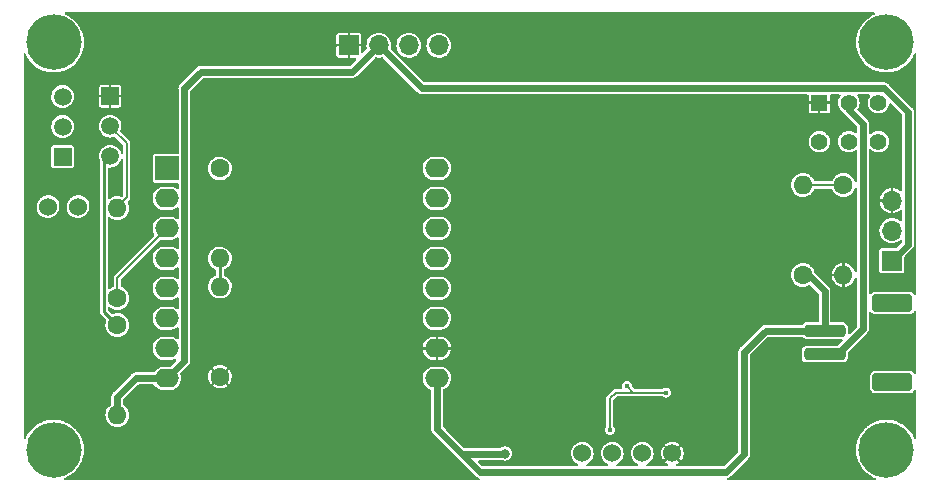
<source format=gtl>
G04 #@! TF.GenerationSoftware,KiCad,Pcbnew,6.0.2+dfsg-1*
G04 #@! TF.CreationDate,2023-06-14T18:40:43-07:00*
G04 #@! TF.ProjectId,DNS-DriveBy,444e532d-4472-4697-9665-42792e6b6963,rev?*
G04 #@! TF.SameCoordinates,Original*
G04 #@! TF.FileFunction,Copper,L1,Top*
G04 #@! TF.FilePolarity,Positive*
%FSLAX46Y46*%
G04 Gerber Fmt 4.6, Leading zero omitted, Abs format (unit mm)*
G04 Created by KiCad (PCBNEW 6.0.2+dfsg-1) date 2023-06-14 18:40:43*
%MOMM*%
%LPD*%
G01*
G04 APERTURE LIST*
G04 Aperture macros list*
%AMRoundRect*
0 Rectangle with rounded corners*
0 $1 Rounding radius*
0 $2 $3 $4 $5 $6 $7 $8 $9 X,Y pos of 4 corners*
0 Add a 4 corners polygon primitive as box body*
4,1,4,$2,$3,$4,$5,$6,$7,$8,$9,$2,$3,0*
0 Add four circle primitives for the rounded corners*
1,1,$1+$1,$2,$3*
1,1,$1+$1,$4,$5*
1,1,$1+$1,$6,$7*
1,1,$1+$1,$8,$9*
0 Add four rect primitives between the rounded corners*
20,1,$1+$1,$2,$3,$4,$5,0*
20,1,$1+$1,$4,$5,$6,$7,0*
20,1,$1+$1,$6,$7,$8,$9,0*
20,1,$1+$1,$8,$9,$2,$3,0*%
G04 Aperture macros list end*
G04 #@! TA.AperFunction,ComponentPad*
%ADD10C,4.700000*%
G04 #@! TD*
G04 #@! TA.AperFunction,ComponentPad*
%ADD11C,1.600000*%
G04 #@! TD*
G04 #@! TA.AperFunction,ComponentPad*
%ADD12O,1.600000X1.600000*%
G04 #@! TD*
G04 #@! TA.AperFunction,ComponentPad*
%ADD13R,1.500000X1.500000*%
G04 #@! TD*
G04 #@! TA.AperFunction,ComponentPad*
%ADD14C,1.500000*%
G04 #@! TD*
G04 #@! TA.AperFunction,ComponentPad*
%ADD15R,1.700000X1.700000*%
G04 #@! TD*
G04 #@! TA.AperFunction,ComponentPad*
%ADD16O,1.700000X1.700000*%
G04 #@! TD*
G04 #@! TA.AperFunction,SMDPad,CuDef*
%ADD17RoundRect,0.250000X1.500000X-0.250000X1.500000X0.250000X-1.500000X0.250000X-1.500000X-0.250000X0*%
G04 #@! TD*
G04 #@! TA.AperFunction,SMDPad,CuDef*
%ADD18RoundRect,0.250001X1.449999X-0.499999X1.449999X0.499999X-1.449999X0.499999X-1.449999X-0.499999X0*%
G04 #@! TD*
G04 #@! TA.AperFunction,ComponentPad*
%ADD19C,1.524000*%
G04 #@! TD*
G04 #@! TA.AperFunction,ComponentPad*
%ADD20R,2.000000X2.000000*%
G04 #@! TD*
G04 #@! TA.AperFunction,ComponentPad*
%ADD21O,2.000000X1.600000*%
G04 #@! TD*
G04 #@! TA.AperFunction,ComponentPad*
%ADD22R,1.400000X1.400000*%
G04 #@! TD*
G04 #@! TA.AperFunction,ComponentPad*
%ADD23C,1.400000*%
G04 #@! TD*
G04 #@! TA.AperFunction,ViaPad*
%ADD24C,0.800000*%
G04 #@! TD*
G04 #@! TA.AperFunction,ViaPad*
%ADD25C,0.400000*%
G04 #@! TD*
G04 #@! TA.AperFunction,Conductor*
%ADD26C,0.600000*%
G04 #@! TD*
G04 #@! TA.AperFunction,Conductor*
%ADD27C,0.200000*%
G04 #@! TD*
G04 #@! TA.AperFunction,Conductor*
%ADD28C,0.250000*%
G04 #@! TD*
G04 APERTURE END LIST*
D10*
X3500000Y-3500000D03*
D11*
X8890000Y-25146000D03*
D12*
X8890000Y-17526000D03*
D13*
X4260000Y-13167200D03*
D14*
X4260000Y-10627200D03*
X4260000Y-8087200D03*
D11*
X70379000Y-15575000D03*
D12*
X70379000Y-23195000D03*
D15*
X28500000Y-3750000D03*
D16*
X31040000Y-3750000D03*
X33580000Y-3750000D03*
X36120000Y-3750000D03*
D17*
X68778000Y-29905200D03*
X68778000Y-27905200D03*
D18*
X74528000Y-25555200D03*
X74528000Y-32255200D03*
D19*
X48260000Y-38301200D03*
X50800000Y-38301200D03*
X53340000Y-38301200D03*
X55880000Y-38301200D03*
D20*
X13081000Y-14173200D03*
D21*
X13081000Y-16713200D03*
X13081000Y-19253200D03*
X13081000Y-21793200D03*
X13081000Y-24333200D03*
X13081000Y-26873200D03*
X13081000Y-29413200D03*
X13081000Y-31953200D03*
X35941000Y-31953200D03*
X35941000Y-29413200D03*
X35941000Y-26873200D03*
X35941000Y-24333200D03*
X35941000Y-21793200D03*
X35941000Y-19253200D03*
X35941000Y-16713200D03*
X35941000Y-14173200D03*
D11*
X17580200Y-14178200D03*
D12*
X17580200Y-21798200D03*
D11*
X17580200Y-31798200D03*
D12*
X17580200Y-24178200D03*
D10*
X74000000Y-3500000D03*
D15*
X74479000Y-21975000D03*
D16*
X74479000Y-19435000D03*
X74479000Y-16895000D03*
D22*
X68331500Y-8607800D03*
D23*
X70831500Y-8607800D03*
X73331500Y-8607800D03*
X68331500Y-11907800D03*
X70831500Y-11907800D03*
X73331500Y-11907800D03*
D11*
X66950000Y-23195000D03*
D12*
X66950000Y-15575000D03*
D11*
X8890000Y-27432000D03*
D12*
X8890000Y-35052000D03*
D19*
X5570000Y-17410400D03*
X3030000Y-17410400D03*
D13*
X8287600Y-8067200D03*
D14*
X8287600Y-10607200D03*
X8287600Y-13147200D03*
D10*
X74000000Y-38000000D03*
X3500000Y-38000000D03*
D24*
X41705200Y-38313200D03*
D25*
X55350000Y-33150000D03*
X50600000Y-36300000D03*
X52050000Y-32600000D03*
D26*
X61976000Y-38354000D02*
X61976000Y-29718000D01*
X41664400Y-38354000D02*
X38100000Y-38354000D01*
X39624000Y-39878000D02*
X60452000Y-39878000D01*
X66921000Y-22710000D02*
X68778000Y-24567000D01*
X63788800Y-27905200D02*
X68778000Y-27905200D01*
X38100000Y-38354000D02*
X39624000Y-39878000D01*
X68778000Y-24567000D02*
X68778000Y-27905200D01*
X61976000Y-29718000D02*
X63788800Y-27905200D01*
X60452000Y-39878000D02*
X61976000Y-38354000D01*
X35941000Y-31953200D02*
X35941000Y-36195000D01*
X41705200Y-38313200D02*
X41664400Y-38354000D01*
X35941000Y-36195000D02*
X38100000Y-38354000D01*
X38100000Y-38354000D02*
X38104000Y-38350000D01*
D27*
X66950000Y-15575000D02*
X70379000Y-15575000D01*
D28*
X17580200Y-24178200D02*
X17580200Y-21798200D01*
D27*
X8890000Y-25044400D02*
X8890000Y-23444200D01*
X8890000Y-23444200D02*
X13081000Y-19253200D01*
D26*
X72031011Y-10420711D02*
X70831500Y-9221200D01*
X68778000Y-29905200D02*
X69866000Y-29905200D01*
X69866000Y-29905200D02*
X72031011Y-27740189D01*
X72031011Y-27740189D02*
X72031011Y-10420711D01*
D27*
X8287600Y-10658000D02*
X9689999Y-12060399D01*
X9689999Y-12060399D02*
X9689999Y-16624401D01*
X9689999Y-16624401D02*
X8890000Y-17424400D01*
D28*
X7755200Y-13679600D02*
X7755200Y-26297200D01*
X7755200Y-26297200D02*
X8890000Y-27432000D01*
X8287600Y-13147200D02*
X7755200Y-13679600D01*
D26*
X75828511Y-20625489D02*
X75828511Y-9408445D01*
X14580511Y-30453689D02*
X14580511Y-7369489D01*
X14580511Y-7369489D02*
X15950000Y-6000000D01*
X28790000Y-6000000D02*
X31040000Y-3750000D01*
X13081000Y-31953200D02*
X10464800Y-31953200D01*
X8890000Y-33528000D02*
X8890000Y-35052000D01*
X31050000Y-3750000D02*
X31040000Y-3750000D01*
X34700000Y-7400000D02*
X31050000Y-3750000D01*
X74479000Y-21975000D02*
X75828511Y-20625489D01*
X13081000Y-31953200D02*
X14580511Y-30453689D01*
X73820066Y-7400000D02*
X34700000Y-7400000D01*
X10464800Y-31953200D02*
X8890000Y-33528000D01*
X15950000Y-6000000D02*
X28790000Y-6000000D01*
X75828511Y-9408445D02*
X73820066Y-7400000D01*
D27*
X50600000Y-36300000D02*
X50600000Y-33650000D01*
X53750000Y-33150000D02*
X55350000Y-33150000D01*
X50600000Y-33650000D02*
X51100000Y-33150000D01*
X52600000Y-33150000D02*
X53750000Y-33150000D01*
X51100000Y-33150000D02*
X52600000Y-33150000D01*
X52050000Y-32600000D02*
X52600000Y-33150000D01*
G04 #@! TA.AperFunction,NonConductor*
G36*
X9349248Y-13377715D02*
G01*
X9384865Y-13427465D01*
X9389499Y-13457399D01*
X9389499Y-16458922D01*
X9370592Y-16517113D01*
X9360503Y-16528926D01*
X9329932Y-16559497D01*
X9275415Y-16587274D01*
X9230653Y-16584066D01*
X9202188Y-16575255D01*
X9092152Y-16541193D01*
X9087342Y-16540687D01*
X9087340Y-16540687D01*
X8901835Y-16521189D01*
X8901833Y-16521189D01*
X8897019Y-16520683D01*
X8832891Y-16526519D01*
X8706438Y-16538027D01*
X8706435Y-16538028D01*
X8701618Y-16538466D01*
X8696976Y-16539832D01*
X8696972Y-16539833D01*
X8518040Y-16592496D01*
X8518037Y-16592497D01*
X8513393Y-16593864D01*
X8339512Y-16684767D01*
X8335743Y-16687797D01*
X8335742Y-16687798D01*
X8241734Y-16763382D01*
X8184536Y-16785109D01*
X8125491Y-16769066D01*
X8087152Y-16721382D01*
X8080700Y-16686227D01*
X8080700Y-14191310D01*
X8099607Y-14133119D01*
X8149107Y-14097155D01*
X8191420Y-14093006D01*
X8267598Y-14102090D01*
X8272420Y-14101719D01*
X8272423Y-14101719D01*
X8448623Y-14088161D01*
X8448628Y-14088160D01*
X8453451Y-14087789D01*
X8632987Y-14037662D01*
X8637300Y-14035483D01*
X8637306Y-14035481D01*
X8795047Y-13955800D01*
X8795049Y-13955798D01*
X8799368Y-13953617D01*
X8946255Y-13838856D01*
X9068054Y-13697750D01*
X9160126Y-13535674D01*
X9170961Y-13503105D01*
X9196560Y-13426150D01*
X9232869Y-13376902D01*
X9291190Y-13358401D01*
X9349248Y-13377715D01*
G37*
G04 #@! TD.AperFunction*
G04 #@! TA.AperFunction,NonConductor*
G36*
X73026160Y-978907D02*
G01*
X73062124Y-1028407D01*
X73062124Y-1089593D01*
X73026160Y-1139093D01*
X73004413Y-1151048D01*
X72911903Y-1187676D01*
X72630672Y-1342284D01*
X72438946Y-1481581D01*
X72381007Y-1523676D01*
X72371036Y-1530920D01*
X72137089Y-1750610D01*
X72135108Y-1753005D01*
X71943519Y-1984597D01*
X71932522Y-1997890D01*
X71760561Y-2268858D01*
X71759244Y-2271658D01*
X71759239Y-2271666D01*
X71644822Y-2514814D01*
X71623916Y-2559242D01*
X71622954Y-2562203D01*
X71525702Y-2861512D01*
X71525700Y-2861520D01*
X71524744Y-2864462D01*
X71464608Y-3179706D01*
X71464413Y-3182809D01*
X71464412Y-3182815D01*
X71454036Y-3347749D01*
X71444457Y-3500000D01*
X71444652Y-3503099D01*
X71462069Y-3779930D01*
X71464608Y-3820294D01*
X71524744Y-4135538D01*
X71525700Y-4138480D01*
X71525702Y-4138488D01*
X71585270Y-4321818D01*
X71623916Y-4440758D01*
X71625243Y-4443578D01*
X71759239Y-4728334D01*
X71759244Y-4728342D01*
X71760561Y-4731142D01*
X71932522Y-5002110D01*
X72137089Y-5249390D01*
X72371036Y-5469080D01*
X72630672Y-5657716D01*
X72911903Y-5812324D01*
X73210294Y-5930466D01*
X73521139Y-6010277D01*
X73524220Y-6010666D01*
X73524224Y-6010667D01*
X73630933Y-6024147D01*
X73839536Y-6050500D01*
X74160464Y-6050500D01*
X74369067Y-6024147D01*
X74475776Y-6010667D01*
X74475780Y-6010666D01*
X74478861Y-6010277D01*
X74789706Y-5930466D01*
X75088097Y-5812324D01*
X75369328Y-5657716D01*
X75628964Y-5469080D01*
X75862911Y-5249390D01*
X76067478Y-5002110D01*
X76239439Y-4731142D01*
X76240756Y-4728342D01*
X76240761Y-4728334D01*
X76371409Y-4450693D01*
X76413294Y-4406091D01*
X76473395Y-4394626D01*
X76528757Y-4420677D01*
X76558233Y-4474294D01*
X76559987Y-4492845D01*
X76559987Y-24784559D01*
X76541080Y-24842750D01*
X76491580Y-24878714D01*
X76430394Y-24878714D01*
X76380894Y-24842750D01*
X76380888Y-24842740D01*
X76380634Y-24842017D01*
X76330628Y-24774314D01*
X76304550Y-24739007D01*
X76300150Y-24733050D01*
X76286274Y-24722801D01*
X76197135Y-24656962D01*
X76197134Y-24656961D01*
X76191183Y-24652566D01*
X76063368Y-24607681D01*
X76057361Y-24607113D01*
X76057360Y-24607113D01*
X76034144Y-24604918D01*
X76034134Y-24604918D01*
X76031833Y-24604700D01*
X74528647Y-24604700D01*
X73024168Y-24604701D01*
X72992632Y-24607681D01*
X72986945Y-24609678D01*
X72986941Y-24609679D01*
X72948710Y-24623105D01*
X72864817Y-24652566D01*
X72858866Y-24656961D01*
X72858865Y-24656962D01*
X72769726Y-24722801D01*
X72755850Y-24733050D01*
X72751450Y-24739007D01*
X72710144Y-24794931D01*
X72660363Y-24830505D01*
X72599180Y-24830024D01*
X72549964Y-24793673D01*
X72531511Y-24736113D01*
X72531511Y-12623002D01*
X72550418Y-12564811D01*
X72599918Y-12528847D01*
X72661104Y-12528847D01*
X72704083Y-12556758D01*
X72725629Y-12580688D01*
X72878770Y-12691951D01*
X72883502Y-12694058D01*
X72883504Y-12694059D01*
X72913282Y-12707317D01*
X73051697Y-12768944D01*
X73056767Y-12770022D01*
X73056768Y-12770022D01*
X73082837Y-12775563D01*
X73236854Y-12808300D01*
X73426146Y-12808300D01*
X73580163Y-12775563D01*
X73606232Y-12770022D01*
X73606233Y-12770022D01*
X73611303Y-12768944D01*
X73749718Y-12707317D01*
X73779496Y-12694059D01*
X73779498Y-12694058D01*
X73784230Y-12691951D01*
X73937371Y-12580688D01*
X73940837Y-12576838D01*
X73940841Y-12576835D01*
X74060561Y-12443872D01*
X74064033Y-12440016D01*
X74111114Y-12358470D01*
X74156087Y-12280574D01*
X74156088Y-12280572D01*
X74158679Y-12276084D01*
X74172434Y-12233752D01*
X74215572Y-12100988D01*
X74215573Y-12100983D01*
X74217174Y-12096056D01*
X74236960Y-11907800D01*
X74217174Y-11719544D01*
X74215573Y-11714617D01*
X74215572Y-11714612D01*
X74160281Y-11544446D01*
X74160280Y-11544445D01*
X74158679Y-11539516D01*
X74144803Y-11515481D01*
X74066626Y-11380075D01*
X74066625Y-11380074D01*
X74064033Y-11375584D01*
X74012955Y-11318856D01*
X73940841Y-11238765D01*
X73940837Y-11238762D01*
X73937371Y-11234912D01*
X73784230Y-11123649D01*
X73779498Y-11121542D01*
X73779496Y-11121541D01*
X73616040Y-11048765D01*
X73616039Y-11048765D01*
X73611303Y-11046656D01*
X73606233Y-11045578D01*
X73606232Y-11045578D01*
X73568890Y-11037641D01*
X73426146Y-11007300D01*
X73236854Y-11007300D01*
X73094110Y-11037641D01*
X73056768Y-11045578D01*
X73056767Y-11045578D01*
X73051697Y-11046656D01*
X73046961Y-11048765D01*
X73046960Y-11048765D01*
X72883504Y-11121541D01*
X72883502Y-11121542D01*
X72878770Y-11123649D01*
X72725629Y-11234912D01*
X72722160Y-11238765D01*
X72722159Y-11238766D01*
X72704082Y-11258842D01*
X72651094Y-11289435D01*
X72590243Y-11283039D01*
X72544774Y-11242097D01*
X72531511Y-11192598D01*
X72531511Y-10487877D01*
X72532930Y-10475176D01*
X72532908Y-10475174D01*
X72533474Y-10468142D01*
X72535030Y-10461264D01*
X72531701Y-10407609D01*
X72531511Y-10401478D01*
X72531511Y-10384771D01*
X72531012Y-10381284D01*
X72531011Y-10381276D01*
X72529910Y-10373590D01*
X72529100Y-10365687D01*
X72526589Y-10325210D01*
X72526588Y-10325207D01*
X72526152Y-10318173D01*
X72523759Y-10311544D01*
X72523758Y-10311540D01*
X72522669Y-10308524D01*
X72517788Y-10288947D01*
X72517334Y-10285775D01*
X72517334Y-10285774D01*
X72516334Y-10278793D01*
X72513415Y-10272374D01*
X72513414Y-10272369D01*
X72496630Y-10235454D01*
X72493634Y-10228096D01*
X72479866Y-10189959D01*
X72477471Y-10183324D01*
X72471419Y-10175039D01*
X72461243Y-10157625D01*
X72456995Y-10148283D01*
X72443283Y-10132370D01*
X72425918Y-10112216D01*
X72420978Y-10105995D01*
X72415616Y-10098656D01*
X72412489Y-10094375D01*
X72401025Y-10082911D01*
X72396030Y-10077530D01*
X72368016Y-10045018D01*
X72368015Y-10045017D01*
X72363411Y-10039674D01*
X72356200Y-10035000D01*
X72340043Y-10021929D01*
X71578869Y-9260755D01*
X71551092Y-9206238D01*
X71560663Y-9145806D01*
X71564164Y-9140092D01*
X71564033Y-9140016D01*
X71656087Y-8980574D01*
X71656088Y-8980572D01*
X71658679Y-8976084D01*
X71684885Y-8895431D01*
X71715572Y-8800988D01*
X71715573Y-8800983D01*
X71717174Y-8796056D01*
X71736960Y-8607800D01*
X71717174Y-8419544D01*
X71715573Y-8414617D01*
X71715572Y-8414612D01*
X71660281Y-8244446D01*
X71660280Y-8244445D01*
X71658679Y-8239516D01*
X71570740Y-8087200D01*
X71566626Y-8080075D01*
X71566625Y-8080074D01*
X71564033Y-8075584D01*
X71555173Y-8065744D01*
X71530286Y-8009848D01*
X71543007Y-7950000D01*
X71588477Y-7909059D01*
X71628744Y-7900500D01*
X72534256Y-7900500D01*
X72592447Y-7919407D01*
X72628411Y-7968907D01*
X72628411Y-8030093D01*
X72607827Y-8065744D01*
X72598967Y-8075584D01*
X72596375Y-8080074D01*
X72596374Y-8080075D01*
X72592261Y-8087200D01*
X72504321Y-8239516D01*
X72502720Y-8244445D01*
X72502719Y-8244446D01*
X72447428Y-8414612D01*
X72447427Y-8414617D01*
X72445826Y-8419544D01*
X72426040Y-8607800D01*
X72445826Y-8796056D01*
X72447427Y-8800983D01*
X72447428Y-8800988D01*
X72478115Y-8895431D01*
X72504321Y-8976084D01*
X72506912Y-8980572D01*
X72506913Y-8980574D01*
X72575835Y-9099950D01*
X72598967Y-9140016D01*
X72602439Y-9143872D01*
X72722159Y-9276835D01*
X72722163Y-9276838D01*
X72725629Y-9280688D01*
X72878770Y-9391951D01*
X72883502Y-9394058D01*
X72883504Y-9394059D01*
X72991088Y-9441959D01*
X73051697Y-9468944D01*
X73056767Y-9470022D01*
X73056768Y-9470022D01*
X73083058Y-9475610D01*
X73236854Y-9508300D01*
X73426146Y-9508300D01*
X73579942Y-9475610D01*
X73606232Y-9470022D01*
X73606233Y-9470022D01*
X73611303Y-9468944D01*
X73671912Y-9441959D01*
X73779496Y-9394059D01*
X73779498Y-9394058D01*
X73784230Y-9391951D01*
X73937371Y-9280688D01*
X73940837Y-9276838D01*
X73940841Y-9276835D01*
X74060561Y-9143872D01*
X74064033Y-9140016D01*
X74087165Y-9099950D01*
X74156087Y-8980574D01*
X74156088Y-8980572D01*
X74158679Y-8976084D01*
X74184885Y-8895431D01*
X74215572Y-8800988D01*
X74215573Y-8800983D01*
X74217174Y-8796056D01*
X74223167Y-8739032D01*
X74248053Y-8683138D01*
X74301041Y-8652545D01*
X74361891Y-8658940D01*
X74391629Y-8679377D01*
X75299015Y-9586763D01*
X75326792Y-9641280D01*
X75328011Y-9656767D01*
X75328011Y-16023541D01*
X75309104Y-16081732D01*
X75259604Y-16117696D01*
X75198418Y-16117696D01*
X75165906Y-16099822D01*
X75073002Y-16022965D01*
X75073000Y-16022964D01*
X75069275Y-16019882D01*
X74888055Y-15921897D01*
X74797944Y-15894003D01*
X74695875Y-15862407D01*
X74695871Y-15862406D01*
X74691254Y-15860977D01*
X74686446Y-15860472D01*
X74686443Y-15860471D01*
X74491185Y-15839949D01*
X74491183Y-15839949D01*
X74486369Y-15839443D01*
X74426354Y-15844905D01*
X74286022Y-15857675D01*
X74286017Y-15857676D01*
X74281203Y-15858114D01*
X74083572Y-15916280D01*
X74079288Y-15918519D01*
X74079287Y-15918520D01*
X74068428Y-15924197D01*
X73901002Y-16011726D01*
X73897231Y-16014758D01*
X73744220Y-16137781D01*
X73744217Y-16137783D01*
X73740447Y-16140815D01*
X73737333Y-16144526D01*
X73737332Y-16144527D01*
X73629221Y-16273369D01*
X73608024Y-16298630D01*
X73605689Y-16302878D01*
X73605688Y-16302879D01*
X73603960Y-16306022D01*
X73508776Y-16479162D01*
X73507313Y-16483775D01*
X73507311Y-16483779D01*
X73466741Y-16611674D01*
X73446484Y-16675532D01*
X73445944Y-16680344D01*
X73445944Y-16680345D01*
X73424090Y-16875183D01*
X73423520Y-16880262D01*
X73423925Y-16885082D01*
X73439306Y-17068244D01*
X73440759Y-17085553D01*
X73442092Y-17090201D01*
X73442092Y-17090202D01*
X73486801Y-17246119D01*
X73497544Y-17283586D01*
X73499759Y-17287896D01*
X73519392Y-17326098D01*
X73591712Y-17466818D01*
X73719677Y-17628270D01*
X73723357Y-17631402D01*
X73723359Y-17631404D01*
X73801986Y-17698320D01*
X73876564Y-17761791D01*
X73880787Y-17764151D01*
X73880791Y-17764154D01*
X73959216Y-17807984D01*
X74056398Y-17862297D01*
X74060996Y-17863791D01*
X74247724Y-17924463D01*
X74247726Y-17924464D01*
X74252329Y-17925959D01*
X74456894Y-17950351D01*
X74461716Y-17949980D01*
X74461719Y-17949980D01*
X74529541Y-17944761D01*
X74662300Y-17934546D01*
X74860725Y-17879145D01*
X74865038Y-17876966D01*
X74865044Y-17876964D01*
X75040289Y-17788441D01*
X75040291Y-17788440D01*
X75044610Y-17786258D01*
X75068209Y-17767821D01*
X75168061Y-17689808D01*
X75225556Y-17668881D01*
X75284371Y-17685746D01*
X75322041Y-17733961D01*
X75328011Y-17767821D01*
X75328011Y-18563541D01*
X75309104Y-18621732D01*
X75259604Y-18657696D01*
X75198418Y-18657696D01*
X75165906Y-18639822D01*
X75073002Y-18562965D01*
X75073000Y-18562964D01*
X75069275Y-18559882D01*
X74888055Y-18461897D01*
X74824855Y-18442333D01*
X74695875Y-18402407D01*
X74695871Y-18402406D01*
X74691254Y-18400977D01*
X74686446Y-18400472D01*
X74686443Y-18400471D01*
X74491185Y-18379949D01*
X74491183Y-18379949D01*
X74486369Y-18379443D01*
X74426354Y-18384905D01*
X74286022Y-18397675D01*
X74286017Y-18397676D01*
X74281203Y-18398114D01*
X74083572Y-18456280D01*
X74079288Y-18458519D01*
X74079287Y-18458520D01*
X74070138Y-18463303D01*
X73901002Y-18551726D01*
X73897231Y-18554758D01*
X73744220Y-18677781D01*
X73744217Y-18677783D01*
X73740447Y-18680815D01*
X73608024Y-18838630D01*
X73508776Y-19019162D01*
X73507313Y-19023775D01*
X73507311Y-19023779D01*
X73481749Y-19104362D01*
X73446484Y-19215532D01*
X73445944Y-19220344D01*
X73445944Y-19220345D01*
X73425002Y-19407052D01*
X73423520Y-19420262D01*
X73423925Y-19425082D01*
X73439306Y-19608244D01*
X73440759Y-19625553D01*
X73442092Y-19630201D01*
X73442092Y-19630202D01*
X73486801Y-19786119D01*
X73497544Y-19823586D01*
X73499759Y-19827896D01*
X73519752Y-19866799D01*
X73591712Y-20006818D01*
X73719677Y-20168270D01*
X73723357Y-20171402D01*
X73723359Y-20171404D01*
X73801986Y-20238320D01*
X73876564Y-20301791D01*
X73880787Y-20304151D01*
X73880791Y-20304154D01*
X73920342Y-20326258D01*
X74056398Y-20402297D01*
X74060996Y-20403791D01*
X74247724Y-20464463D01*
X74247726Y-20464464D01*
X74252329Y-20465959D01*
X74456894Y-20490351D01*
X74461716Y-20489980D01*
X74461719Y-20489980D01*
X74529541Y-20484761D01*
X74662300Y-20474546D01*
X74860725Y-20419145D01*
X74865038Y-20416966D01*
X74865044Y-20416964D01*
X75040289Y-20328441D01*
X75040291Y-20328440D01*
X75044610Y-20326258D01*
X75068209Y-20307821D01*
X75168061Y-20229808D01*
X75225556Y-20208881D01*
X75284371Y-20225746D01*
X75322041Y-20273961D01*
X75328011Y-20307821D01*
X75328011Y-20377167D01*
X75309104Y-20435358D01*
X75299015Y-20447171D01*
X74850682Y-20895504D01*
X74796165Y-20923281D01*
X74780678Y-20924500D01*
X73609252Y-20924500D01*
X73583005Y-20929721D01*
X73560334Y-20934230D01*
X73560332Y-20934231D01*
X73550769Y-20936133D01*
X73484448Y-20980448D01*
X73440133Y-21046769D01*
X73428500Y-21105252D01*
X73428500Y-22844748D01*
X73440133Y-22903231D01*
X73484448Y-22969552D01*
X73550769Y-23013867D01*
X73560332Y-23015769D01*
X73560334Y-23015770D01*
X73578077Y-23019299D01*
X73609252Y-23025500D01*
X75348748Y-23025500D01*
X75379923Y-23019299D01*
X75397666Y-23015770D01*
X75397668Y-23015769D01*
X75407231Y-23013867D01*
X75473552Y-22969552D01*
X75517867Y-22903231D01*
X75529500Y-22844748D01*
X75529500Y-21673322D01*
X75548407Y-21615131D01*
X75558496Y-21603318D01*
X76134930Y-21026884D01*
X76144910Y-21018910D01*
X76144895Y-21018893D01*
X76150265Y-21014323D01*
X76156231Y-21010559D01*
X76160899Y-21005274D01*
X76160902Y-21005271D01*
X76191803Y-20970281D01*
X76196003Y-20965811D01*
X76207832Y-20953982D01*
X76214617Y-20944929D01*
X76219612Y-20938793D01*
X76251134Y-20903101D01*
X76254131Y-20896718D01*
X76254133Y-20896715D01*
X76255494Y-20893817D01*
X76265883Y-20876527D01*
X76267808Y-20873959D01*
X76267812Y-20873953D01*
X76272038Y-20868313D01*
X76283926Y-20836603D01*
X76288749Y-20823736D01*
X76291835Y-20816413D01*
X76309063Y-20779719D01*
X76309064Y-20779716D01*
X76312064Y-20773326D01*
X76313643Y-20763187D01*
X76318763Y-20743672D01*
X76319888Y-20740672D01*
X76319888Y-20740670D01*
X76322363Y-20734069D01*
X76325892Y-20686581D01*
X76326798Y-20678696D01*
X76328423Y-20668261D01*
X76328424Y-20668253D01*
X76329011Y-20664480D01*
X76329011Y-20648280D01*
X76329283Y-20640944D01*
X76332464Y-20598130D01*
X76332987Y-20591097D01*
X76331192Y-20582688D01*
X76329011Y-20562021D01*
X76329011Y-9475610D01*
X76330430Y-9462909D01*
X76330408Y-9462907D01*
X76330974Y-9455875D01*
X76332530Y-9448997D01*
X76329201Y-9395342D01*
X76329011Y-9389211D01*
X76329011Y-9372505D01*
X76328512Y-9369018D01*
X76328511Y-9369010D01*
X76327410Y-9361324D01*
X76326600Y-9353421D01*
X76324089Y-9312944D01*
X76324088Y-9312941D01*
X76323652Y-9305907D01*
X76321259Y-9299278D01*
X76321258Y-9299274D01*
X76320169Y-9296258D01*
X76315288Y-9276681D01*
X76314834Y-9273509D01*
X76314834Y-9273508D01*
X76313834Y-9266527D01*
X76310915Y-9260108D01*
X76310914Y-9260103D01*
X76294130Y-9223188D01*
X76291134Y-9215830D01*
X76277366Y-9177693D01*
X76274971Y-9171058D01*
X76268919Y-9162773D01*
X76258743Y-9145359D01*
X76254495Y-9136017D01*
X76240783Y-9120104D01*
X76223418Y-9099950D01*
X76218478Y-9093729D01*
X76218164Y-9093299D01*
X76209989Y-9082109D01*
X76198525Y-9070645D01*
X76193530Y-9065264D01*
X76165516Y-9032752D01*
X76165515Y-9032751D01*
X76160911Y-9027408D01*
X76153700Y-9022734D01*
X76137543Y-9009663D01*
X74221461Y-7093581D01*
X74213487Y-7083601D01*
X74213470Y-7083616D01*
X74208900Y-7078246D01*
X74205136Y-7072280D01*
X74199851Y-7067612D01*
X74199848Y-7067609D01*
X74164858Y-7036708D01*
X74160388Y-7032508D01*
X74148560Y-7020680D01*
X74139513Y-7013900D01*
X74133367Y-7008896D01*
X74097678Y-6977377D01*
X74088395Y-6973018D01*
X74071100Y-6962627D01*
X74062890Y-6956474D01*
X74041113Y-6948310D01*
X74018320Y-6939765D01*
X74011000Y-6936680D01*
X73974292Y-6919446D01*
X73974288Y-6919445D01*
X73967903Y-6916447D01*
X73960935Y-6915362D01*
X73960931Y-6915361D01*
X73957774Y-6914870D01*
X73938246Y-6909747D01*
X73935246Y-6908622D01*
X73935244Y-6908622D01*
X73928646Y-6906148D01*
X73881158Y-6902619D01*
X73873273Y-6901713D01*
X73862838Y-6900088D01*
X73862830Y-6900087D01*
X73859057Y-6899500D01*
X73842857Y-6899500D01*
X73835521Y-6899228D01*
X73832231Y-6898984D01*
X73785674Y-6895524D01*
X73778779Y-6896996D01*
X73778777Y-6896996D01*
X73777265Y-6897319D01*
X73756598Y-6899500D01*
X34948322Y-6899500D01*
X34890131Y-6880593D01*
X34878318Y-6870504D01*
X32093197Y-4085383D01*
X32065420Y-4030866D01*
X32068497Y-3993578D01*
X32066750Y-3993181D01*
X32067824Y-3988453D01*
X32069351Y-3983863D01*
X32095171Y-3779474D01*
X32095583Y-3750000D01*
X32094138Y-3735262D01*
X32524520Y-3735262D01*
X32541759Y-3940553D01*
X32543092Y-3945201D01*
X32543092Y-3945202D01*
X32596795Y-4132485D01*
X32598544Y-4138586D01*
X32692712Y-4321818D01*
X32820677Y-4483270D01*
X32824357Y-4486402D01*
X32824359Y-4486404D01*
X32877566Y-4531686D01*
X32977564Y-4616791D01*
X32981787Y-4619151D01*
X32981791Y-4619154D01*
X33021342Y-4641258D01*
X33157398Y-4717297D01*
X33161996Y-4718791D01*
X33348724Y-4779463D01*
X33348726Y-4779464D01*
X33353329Y-4780959D01*
X33557894Y-4805351D01*
X33562716Y-4804980D01*
X33562719Y-4804980D01*
X33633259Y-4799552D01*
X33763300Y-4789546D01*
X33961725Y-4734145D01*
X33966038Y-4731966D01*
X33966044Y-4731964D01*
X34141289Y-4643441D01*
X34141291Y-4643440D01*
X34145610Y-4641258D01*
X34285857Y-4531686D01*
X34304135Y-4517406D01*
X34304139Y-4517402D01*
X34307951Y-4514424D01*
X34326578Y-4492845D01*
X34374093Y-4437797D01*
X34442564Y-4358472D01*
X34461231Y-4325613D01*
X34541934Y-4183550D01*
X34541935Y-4183547D01*
X34544323Y-4179344D01*
X34557882Y-4138586D01*
X34607824Y-3988454D01*
X34607824Y-3988452D01*
X34609351Y-3983863D01*
X34635171Y-3779474D01*
X34635583Y-3750000D01*
X34634138Y-3735262D01*
X35064520Y-3735262D01*
X35081759Y-3940553D01*
X35083092Y-3945201D01*
X35083092Y-3945202D01*
X35136795Y-4132485D01*
X35138544Y-4138586D01*
X35232712Y-4321818D01*
X35360677Y-4483270D01*
X35364357Y-4486402D01*
X35364359Y-4486404D01*
X35417566Y-4531686D01*
X35517564Y-4616791D01*
X35521787Y-4619151D01*
X35521791Y-4619154D01*
X35561342Y-4641258D01*
X35697398Y-4717297D01*
X35701996Y-4718791D01*
X35888724Y-4779463D01*
X35888726Y-4779464D01*
X35893329Y-4780959D01*
X36097894Y-4805351D01*
X36102716Y-4804980D01*
X36102719Y-4804980D01*
X36173259Y-4799552D01*
X36303300Y-4789546D01*
X36501725Y-4734145D01*
X36506038Y-4731966D01*
X36506044Y-4731964D01*
X36681289Y-4643441D01*
X36681291Y-4643440D01*
X36685610Y-4641258D01*
X36825857Y-4531686D01*
X36844135Y-4517406D01*
X36844139Y-4517402D01*
X36847951Y-4514424D01*
X36866578Y-4492845D01*
X36914093Y-4437797D01*
X36982564Y-4358472D01*
X37001231Y-4325613D01*
X37081934Y-4183550D01*
X37081935Y-4183547D01*
X37084323Y-4179344D01*
X37097882Y-4138586D01*
X37147824Y-3988454D01*
X37147824Y-3988452D01*
X37149351Y-3983863D01*
X37175171Y-3779474D01*
X37175583Y-3750000D01*
X37173667Y-3730454D01*
X37155952Y-3549780D01*
X37155951Y-3549776D01*
X37155480Y-3544970D01*
X37095935Y-3347749D01*
X36999218Y-3165849D01*
X36869011Y-3006200D01*
X36722639Y-2885110D01*
X36714002Y-2877965D01*
X36714000Y-2877964D01*
X36710275Y-2874882D01*
X36529055Y-2776897D01*
X36459764Y-2755448D01*
X36336875Y-2717407D01*
X36336871Y-2717406D01*
X36332254Y-2715977D01*
X36327446Y-2715472D01*
X36327443Y-2715471D01*
X36132185Y-2694949D01*
X36132183Y-2694949D01*
X36127369Y-2694443D01*
X36071800Y-2699500D01*
X35927022Y-2712675D01*
X35927017Y-2712676D01*
X35922203Y-2713114D01*
X35724572Y-2771280D01*
X35720288Y-2773519D01*
X35720287Y-2773520D01*
X35709428Y-2779197D01*
X35542002Y-2866726D01*
X35538231Y-2869758D01*
X35385220Y-2992781D01*
X35385217Y-2992783D01*
X35381447Y-2995815D01*
X35378333Y-2999526D01*
X35378332Y-2999527D01*
X35285079Y-3110662D01*
X35249024Y-3153630D01*
X35246689Y-3157878D01*
X35246688Y-3157879D01*
X35239955Y-3170126D01*
X35149776Y-3334162D01*
X35087484Y-3530532D01*
X35086944Y-3535344D01*
X35086944Y-3535345D01*
X35077019Y-3623834D01*
X35064520Y-3735262D01*
X34634138Y-3735262D01*
X34633667Y-3730454D01*
X34615952Y-3549780D01*
X34615951Y-3549776D01*
X34615480Y-3544970D01*
X34555935Y-3347749D01*
X34459218Y-3165849D01*
X34329011Y-3006200D01*
X34182639Y-2885110D01*
X34174002Y-2877965D01*
X34174000Y-2877964D01*
X34170275Y-2874882D01*
X33989055Y-2776897D01*
X33919764Y-2755448D01*
X33796875Y-2717407D01*
X33796871Y-2717406D01*
X33792254Y-2715977D01*
X33787446Y-2715472D01*
X33787443Y-2715471D01*
X33592185Y-2694949D01*
X33592183Y-2694949D01*
X33587369Y-2694443D01*
X33531800Y-2699500D01*
X33387022Y-2712675D01*
X33387017Y-2712676D01*
X33382203Y-2713114D01*
X33184572Y-2771280D01*
X33180288Y-2773519D01*
X33180287Y-2773520D01*
X33169428Y-2779197D01*
X33002002Y-2866726D01*
X32998231Y-2869758D01*
X32845220Y-2992781D01*
X32845217Y-2992783D01*
X32841447Y-2995815D01*
X32838333Y-2999526D01*
X32838332Y-2999527D01*
X32745079Y-3110662D01*
X32709024Y-3153630D01*
X32706689Y-3157878D01*
X32706688Y-3157879D01*
X32699955Y-3170126D01*
X32609776Y-3334162D01*
X32547484Y-3530532D01*
X32546944Y-3535344D01*
X32546944Y-3535345D01*
X32537019Y-3623834D01*
X32524520Y-3735262D01*
X32094138Y-3735262D01*
X32093667Y-3730454D01*
X32075952Y-3549780D01*
X32075951Y-3549776D01*
X32075480Y-3544970D01*
X32015935Y-3347749D01*
X31919218Y-3165849D01*
X31789011Y-3006200D01*
X31642639Y-2885110D01*
X31634002Y-2877965D01*
X31634000Y-2877964D01*
X31630275Y-2874882D01*
X31449055Y-2776897D01*
X31379764Y-2755448D01*
X31256875Y-2717407D01*
X31256871Y-2717406D01*
X31252254Y-2715977D01*
X31247446Y-2715472D01*
X31247443Y-2715471D01*
X31052185Y-2694949D01*
X31052183Y-2694949D01*
X31047369Y-2694443D01*
X30991800Y-2699500D01*
X30847022Y-2712675D01*
X30847017Y-2712676D01*
X30842203Y-2713114D01*
X30644572Y-2771280D01*
X30640288Y-2773519D01*
X30640287Y-2773520D01*
X30629428Y-2779197D01*
X30462002Y-2866726D01*
X30458231Y-2869758D01*
X30305220Y-2992781D01*
X30305217Y-2992783D01*
X30301447Y-2995815D01*
X30298333Y-2999526D01*
X30298332Y-2999527D01*
X30205079Y-3110662D01*
X30169024Y-3153630D01*
X30166689Y-3157878D01*
X30166688Y-3157879D01*
X30159955Y-3170126D01*
X30069776Y-3334162D01*
X30007484Y-3530532D01*
X30006944Y-3535344D01*
X30006944Y-3535345D01*
X29997019Y-3623834D01*
X29984520Y-3735262D01*
X30001759Y-3940553D01*
X30003092Y-3945201D01*
X30003092Y-3945202D01*
X30016855Y-3993200D01*
X30014719Y-4054348D01*
X29991694Y-4090492D01*
X29719504Y-4362682D01*
X29664987Y-4390459D01*
X29604555Y-4380888D01*
X29561290Y-4337623D01*
X29550500Y-4292678D01*
X29550500Y-2880252D01*
X29538867Y-2821769D01*
X29494552Y-2755448D01*
X29428231Y-2711133D01*
X29418668Y-2709231D01*
X29418666Y-2709230D01*
X29395995Y-2704721D01*
X29369748Y-2699500D01*
X27630252Y-2699500D01*
X27604005Y-2704721D01*
X27581334Y-2709230D01*
X27581332Y-2709231D01*
X27571769Y-2711133D01*
X27505448Y-2755448D01*
X27461133Y-2821769D01*
X27449500Y-2880252D01*
X27449500Y-4619748D01*
X27461133Y-4678231D01*
X27505448Y-4744552D01*
X27571769Y-4788867D01*
X27581332Y-4790769D01*
X27581334Y-4790770D01*
X27604005Y-4795279D01*
X27630252Y-4800500D01*
X29042678Y-4800500D01*
X29100869Y-4819407D01*
X29136833Y-4868907D01*
X29136833Y-4930093D01*
X29112682Y-4969504D01*
X28611682Y-5470504D01*
X28557165Y-5498281D01*
X28541678Y-5499500D01*
X16017166Y-5499500D01*
X16004465Y-5498081D01*
X16004463Y-5498103D01*
X15997431Y-5497537D01*
X15990553Y-5495981D01*
X15939393Y-5499155D01*
X15936898Y-5499310D01*
X15930767Y-5499500D01*
X15914060Y-5499500D01*
X15910573Y-5499999D01*
X15910565Y-5500000D01*
X15902879Y-5501101D01*
X15894976Y-5501911D01*
X15854499Y-5504422D01*
X15854496Y-5504423D01*
X15847462Y-5504859D01*
X15840833Y-5507252D01*
X15840829Y-5507253D01*
X15837813Y-5508342D01*
X15818237Y-5513223D01*
X15817045Y-5513394D01*
X15815064Y-5513677D01*
X15815063Y-5513677D01*
X15808082Y-5514677D01*
X15801663Y-5517596D01*
X15801658Y-5517597D01*
X15764743Y-5534381D01*
X15757385Y-5537377D01*
X15712613Y-5553540D01*
X15704328Y-5559592D01*
X15686914Y-5569768D01*
X15677572Y-5574016D01*
X15672228Y-5578621D01*
X15641505Y-5605093D01*
X15635284Y-5610033D01*
X15623664Y-5618522D01*
X15612200Y-5629986D01*
X15606819Y-5634981D01*
X15568963Y-5667600D01*
X15565126Y-5673520D01*
X15564289Y-5674811D01*
X15551218Y-5690968D01*
X14274092Y-6968094D01*
X14264112Y-6976068D01*
X14264127Y-6976085D01*
X14258757Y-6980655D01*
X14252791Y-6984419D01*
X14248123Y-6989704D01*
X14248120Y-6989707D01*
X14217219Y-7024697D01*
X14213019Y-7029167D01*
X14201191Y-7040995D01*
X14194413Y-7050039D01*
X14189407Y-7056188D01*
X14157888Y-7091877D01*
X14153529Y-7101160D01*
X14143138Y-7118455D01*
X14136985Y-7126665D01*
X14134509Y-7133270D01*
X14120276Y-7171235D01*
X14117191Y-7178555D01*
X14099957Y-7215263D01*
X14099956Y-7215267D01*
X14096958Y-7221652D01*
X14095873Y-7228620D01*
X14095872Y-7228624D01*
X14095381Y-7231781D01*
X14090258Y-7251309D01*
X14086659Y-7260909D01*
X14083583Y-7302310D01*
X14083131Y-7308387D01*
X14082224Y-7316282D01*
X14080599Y-7326717D01*
X14080598Y-7326725D01*
X14080011Y-7330498D01*
X14080011Y-7346698D01*
X14079739Y-7354034D01*
X14076035Y-7403881D01*
X14077507Y-7410776D01*
X14077507Y-7410778D01*
X14077830Y-7412290D01*
X14080011Y-7432957D01*
X14080011Y-12873700D01*
X14061104Y-12931891D01*
X14011604Y-12967855D01*
X13981011Y-12972700D01*
X12061252Y-12972700D01*
X12035005Y-12977921D01*
X12012334Y-12982430D01*
X12012332Y-12982431D01*
X12002769Y-12984333D01*
X11936448Y-13028648D01*
X11892133Y-13094969D01*
X11880500Y-13153452D01*
X11880500Y-15192948D01*
X11892133Y-15251431D01*
X11936448Y-15317752D01*
X12002769Y-15362067D01*
X12012332Y-15363969D01*
X12012334Y-15363970D01*
X12035005Y-15368479D01*
X12061252Y-15373700D01*
X13981011Y-15373700D01*
X14039202Y-15392607D01*
X14075166Y-15442107D01*
X14080011Y-15472700D01*
X14080011Y-15861097D01*
X14061104Y-15919288D01*
X14011604Y-15955252D01*
X13950418Y-15955252D01*
X13924227Y-15942193D01*
X13921714Y-15940433D01*
X13771621Y-15835337D01*
X13767025Y-15833348D01*
X13767023Y-15833347D01*
X13589677Y-15756603D01*
X13589678Y-15756603D01*
X13585081Y-15754614D01*
X13386120Y-15713049D01*
X13381568Y-15712810D01*
X13380766Y-15712768D01*
X13380751Y-15712768D01*
X13379461Y-15712700D01*
X12830200Y-15712700D01*
X12827712Y-15712953D01*
X12827706Y-15712953D01*
X12767184Y-15719101D01*
X12678784Y-15728080D01*
X12484828Y-15788862D01*
X12307056Y-15887403D01*
X12152729Y-16019677D01*
X12028152Y-16180281D01*
X11938413Y-16362655D01*
X11923253Y-16420855D01*
X11892039Y-16540687D01*
X11887178Y-16559348D01*
X11886915Y-16564360D01*
X11886915Y-16564362D01*
X11885107Y-16598871D01*
X11876541Y-16762326D01*
X11906935Y-16963297D01*
X11977119Y-17154052D01*
X12084226Y-17326799D01*
X12223881Y-17474480D01*
X12227986Y-17477354D01*
X12227989Y-17477357D01*
X12381706Y-17584990D01*
X12390379Y-17591063D01*
X12394975Y-17593052D01*
X12394977Y-17593053D01*
X12492156Y-17635106D01*
X12576919Y-17671786D01*
X12775880Y-17713351D01*
X12780432Y-17713590D01*
X12781234Y-17713632D01*
X12781249Y-17713632D01*
X12782539Y-17713700D01*
X13331800Y-17713700D01*
X13334288Y-17713447D01*
X13334294Y-17713447D01*
X13394816Y-17707299D01*
X13483216Y-17698320D01*
X13677172Y-17637538D01*
X13854944Y-17538997D01*
X13916585Y-17486165D01*
X13973071Y-17462652D01*
X14032591Y-17476831D01*
X14072409Y-17523288D01*
X14080011Y-17561333D01*
X14080011Y-18401097D01*
X14061104Y-18459288D01*
X14011604Y-18495252D01*
X13950418Y-18495252D01*
X13924227Y-18482193D01*
X13899108Y-18464604D01*
X13771621Y-18375337D01*
X13767025Y-18373348D01*
X13767023Y-18373347D01*
X13589677Y-18296603D01*
X13589678Y-18296603D01*
X13585081Y-18294614D01*
X13386120Y-18253049D01*
X13381568Y-18252810D01*
X13380766Y-18252768D01*
X13380751Y-18252768D01*
X13379461Y-18252700D01*
X12830200Y-18252700D01*
X12827712Y-18252953D01*
X12827706Y-18252953D01*
X12767184Y-18259101D01*
X12678784Y-18268080D01*
X12620220Y-18286433D01*
X12534155Y-18313404D01*
X12484828Y-18328862D01*
X12307056Y-18427403D01*
X12152729Y-18559677D01*
X12028152Y-18720281D01*
X11938413Y-18902655D01*
X11887178Y-19099348D01*
X11876541Y-19302326D01*
X11906935Y-19503297D01*
X11977119Y-19694052D01*
X11979759Y-19698310D01*
X11979760Y-19698312D01*
X12026881Y-19774310D01*
X12041476Y-19833730D01*
X12018358Y-19890379D01*
X12012746Y-19896483D01*
X8715349Y-23193880D01*
X8712220Y-23196580D01*
X8707731Y-23198775D01*
X8701513Y-23205478D01*
X8674107Y-23235022D01*
X8671531Y-23237698D01*
X8657752Y-23251477D01*
X8655207Y-23255187D01*
X8651771Y-23259100D01*
X8631599Y-23280846D01*
X8628212Y-23289334D01*
X8628212Y-23289335D01*
X8627334Y-23291536D01*
X8617020Y-23310852D01*
X8615679Y-23312807D01*
X8615678Y-23312810D01*
X8610508Y-23320346D01*
X8605266Y-23342434D01*
X8604359Y-23346258D01*
X8599986Y-23360084D01*
X8593444Y-23376483D01*
X8590117Y-23384822D01*
X8589500Y-23391115D01*
X8589500Y-23397284D01*
X8586825Y-23420143D01*
X8584660Y-23429266D01*
X8588596Y-23458187D01*
X8589500Y-23471537D01*
X8589500Y-24117403D01*
X8570593Y-24175594D01*
X8522156Y-24209763D01*
X8522528Y-24210683D01*
X8518604Y-24212268D01*
X8518454Y-24212375D01*
X8513393Y-24213864D01*
X8339512Y-24304767D01*
X8335743Y-24307797D01*
X8335742Y-24307798D01*
X8241734Y-24383382D01*
X8184536Y-24405109D01*
X8125491Y-24389066D01*
X8087152Y-24341382D01*
X8080700Y-24306227D01*
X8080700Y-18365332D01*
X8099607Y-18307141D01*
X8149107Y-18271177D01*
X8210293Y-18271177D01*
X8243864Y-18289940D01*
X8316238Y-18351535D01*
X8320460Y-18353895D01*
X8320465Y-18353898D01*
X8403799Y-18400471D01*
X8487513Y-18447257D01*
X8588549Y-18480086D01*
X8669513Y-18506393D01*
X8669516Y-18506394D01*
X8674118Y-18507889D01*
X8868946Y-18531121D01*
X8873768Y-18530750D01*
X8873771Y-18530750D01*
X9059748Y-18516440D01*
X9059753Y-18516439D01*
X9064576Y-18516068D01*
X9253556Y-18463303D01*
X9257869Y-18461124D01*
X9257875Y-18461122D01*
X9424368Y-18377020D01*
X9424370Y-18377018D01*
X9428689Y-18374837D01*
X9444014Y-18362864D01*
X9579487Y-18257022D01*
X9579491Y-18257018D01*
X9583303Y-18254040D01*
X9604762Y-18229180D01*
X9708345Y-18109177D01*
X9708347Y-18109175D01*
X9711509Y-18105511D01*
X9789683Y-17967901D01*
X9806036Y-17939115D01*
X9806037Y-17939112D01*
X9808425Y-17934909D01*
X9811403Y-17925959D01*
X9868831Y-17753323D01*
X9868831Y-17753321D01*
X9870358Y-17748732D01*
X9874784Y-17713700D01*
X9886637Y-17619869D01*
X9894949Y-17554071D01*
X9895341Y-17526000D01*
X9890572Y-17477357D01*
X9883738Y-17407662D01*
X9876194Y-17330728D01*
X9819484Y-17142894D01*
X9817212Y-17138620D01*
X9817209Y-17138614D01*
X9776463Y-17061983D01*
X9765837Y-17001728D01*
X9793870Y-16945501D01*
X9864650Y-16874721D01*
X9867779Y-16872021D01*
X9872268Y-16869826D01*
X9905892Y-16833579D01*
X9908468Y-16830903D01*
X9922246Y-16817125D01*
X9924791Y-16813414D01*
X9928219Y-16809509D01*
X9948400Y-16787755D01*
X9952665Y-16777065D01*
X9962979Y-16757749D01*
X9964320Y-16755794D01*
X9964321Y-16755791D01*
X9969491Y-16748255D01*
X9975640Y-16722342D01*
X9980013Y-16708517D01*
X9987293Y-16690269D01*
X9987293Y-16690267D01*
X9989882Y-16683779D01*
X9990499Y-16677486D01*
X9990499Y-16671317D01*
X9993174Y-16648458D01*
X9993229Y-16648228D01*
X9993229Y-16648226D01*
X9995339Y-16639335D01*
X9991403Y-16610413D01*
X9990499Y-16597064D01*
X9990499Y-12113912D01*
X9990802Y-12109783D01*
X9992425Y-12105057D01*
X9990569Y-12055622D01*
X9990499Y-12051908D01*
X9990499Y-12032451D01*
X9989674Y-12028021D01*
X9989338Y-12022835D01*
X9988568Y-12002324D01*
X9988568Y-12002323D01*
X9988225Y-11993191D01*
X9984619Y-11984797D01*
X9984618Y-11984794D01*
X9983682Y-11982616D01*
X9977316Y-11961665D01*
X9975208Y-11950346D01*
X9961229Y-11927668D01*
X9954549Y-11914808D01*
X9946791Y-11896751D01*
X9946790Y-11896750D01*
X9944035Y-11890337D01*
X9940022Y-11885450D01*
X9935656Y-11881084D01*
X9921384Y-11863028D01*
X9921263Y-11862831D01*
X9921262Y-11862830D01*
X9916467Y-11855051D01*
X9893243Y-11837391D01*
X9883164Y-11828592D01*
X9173647Y-11119075D01*
X9145870Y-11064558D01*
X9156742Y-11004741D01*
X9155766Y-11004306D01*
X9157550Y-11000300D01*
X9157574Y-11000166D01*
X9157737Y-10999879D01*
X9160126Y-10995674D01*
X9164308Y-10983105D01*
X9217437Y-10823392D01*
X9217437Y-10823390D01*
X9218964Y-10818801D01*
X9242327Y-10633868D01*
X9242382Y-10629971D01*
X9242660Y-10609971D01*
X9242699Y-10607200D01*
X9224509Y-10421687D01*
X9170633Y-10243240D01*
X9083122Y-10078656D01*
X8965310Y-9934205D01*
X8961581Y-9931120D01*
X8825412Y-9818470D01*
X8825410Y-9818469D01*
X8821685Y-9815387D01*
X8657716Y-9726729D01*
X8479649Y-9671609D01*
X8474839Y-9671103D01*
X8474837Y-9671103D01*
X8299084Y-9652630D01*
X8299082Y-9652630D01*
X8294268Y-9652124D01*
X8232273Y-9657766D01*
X8113452Y-9668579D01*
X8113448Y-9668580D01*
X8108632Y-9669018D01*
X8103990Y-9670384D01*
X8103986Y-9670385D01*
X7934461Y-9720280D01*
X7934458Y-9720281D01*
X7929814Y-9721648D01*
X7764623Y-9808007D01*
X7760847Y-9811043D01*
X7760844Y-9811045D01*
X7623123Y-9921776D01*
X7619352Y-9924808D01*
X7616244Y-9928512D01*
X7502644Y-10063895D01*
X7502641Y-10063899D01*
X7499535Y-10067601D01*
X7409735Y-10230946D01*
X7408272Y-10235559D01*
X7408270Y-10235563D01*
X7366992Y-10365687D01*
X7353372Y-10408624D01*
X7352832Y-10413436D01*
X7352832Y-10413437D01*
X7347468Y-10461264D01*
X7332594Y-10593865D01*
X7348192Y-10779614D01*
X7349525Y-10784262D01*
X7349525Y-10784263D01*
X7359429Y-10818801D01*
X7399571Y-10958795D01*
X7484776Y-11124585D01*
X7600559Y-11270668D01*
X7604246Y-11273806D01*
X7604248Y-11273808D01*
X7738824Y-11388341D01*
X7738829Y-11388344D01*
X7742512Y-11391479D01*
X7746734Y-11393839D01*
X7746739Y-11393842D01*
X7812577Y-11430637D01*
X7905227Y-11482417D01*
X7909825Y-11483911D01*
X8077902Y-11538523D01*
X8077904Y-11538524D01*
X8082507Y-11540019D01*
X8267598Y-11562090D01*
X8272420Y-11561719D01*
X8272423Y-11561719D01*
X8448623Y-11548161D01*
X8448628Y-11548160D01*
X8453451Y-11547789D01*
X8569166Y-11515481D01*
X8631444Y-11498093D01*
X8692576Y-11500655D01*
X8728071Y-11523442D01*
X9360503Y-12155874D01*
X9388280Y-12210391D01*
X9389499Y-12225878D01*
X9389499Y-12837732D01*
X9370592Y-12895923D01*
X9321092Y-12931887D01*
X9259906Y-12931887D01*
X9210406Y-12895923D01*
X9195724Y-12866346D01*
X9172031Y-12787872D01*
X9170633Y-12783240D01*
X9083122Y-12618656D01*
X8965310Y-12474205D01*
X8961581Y-12471120D01*
X8825412Y-12358470D01*
X8825410Y-12358469D01*
X8821685Y-12355387D01*
X8657716Y-12266729D01*
X8479649Y-12211609D01*
X8474839Y-12211103D01*
X8474837Y-12211103D01*
X8299084Y-12192630D01*
X8299082Y-12192630D01*
X8294268Y-12192124D01*
X8232273Y-12197766D01*
X8113452Y-12208579D01*
X8113448Y-12208580D01*
X8108632Y-12209018D01*
X8103990Y-12210384D01*
X8103986Y-12210385D01*
X7934461Y-12260280D01*
X7934458Y-12260281D01*
X7929814Y-12261648D01*
X7764623Y-12348007D01*
X7760847Y-12351043D01*
X7760844Y-12351045D01*
X7655773Y-12435525D01*
X7619352Y-12464808D01*
X7616244Y-12468512D01*
X7502644Y-12603895D01*
X7502641Y-12603899D01*
X7499535Y-12607601D01*
X7409735Y-12770946D01*
X7408272Y-12775559D01*
X7408270Y-12775563D01*
X7388549Y-12837732D01*
X7353372Y-12948624D01*
X7352832Y-12953436D01*
X7352832Y-12953437D01*
X7349367Y-12984333D01*
X7332594Y-13133865D01*
X7348192Y-13319614D01*
X7349525Y-13324262D01*
X7349525Y-13324263D01*
X7395227Y-13483644D01*
X7399571Y-13498795D01*
X7418525Y-13535674D01*
X7426210Y-13550628D01*
X7435993Y-13611026D01*
X7433784Y-13621505D01*
X7425936Y-13650793D01*
X7426691Y-13659422D01*
X7429323Y-13689505D01*
X7429700Y-13698134D01*
X7429700Y-26278666D01*
X7429323Y-26287295D01*
X7425936Y-26326007D01*
X7428178Y-26334374D01*
X7435996Y-26363549D01*
X7437866Y-26371983D01*
X7444612Y-26410245D01*
X7448942Y-26417744D01*
X7450938Y-26423229D01*
X7453404Y-26428516D01*
X7455646Y-26436884D01*
X7462865Y-26447193D01*
X7477932Y-26468711D01*
X7482571Y-26475992D01*
X7502006Y-26509655D01*
X7529289Y-26532548D01*
X7531771Y-26534631D01*
X7538139Y-26540465D01*
X7939690Y-26942016D01*
X7967467Y-26996533D01*
X7964052Y-27041955D01*
X7943831Y-27105700D01*
X7906628Y-27222978D01*
X7906088Y-27227790D01*
X7906088Y-27227791D01*
X7885644Y-27410059D01*
X7884757Y-27417963D01*
X7890179Y-27482538D01*
X7900353Y-27603691D01*
X7901175Y-27613483D01*
X7902508Y-27618131D01*
X7902508Y-27618132D01*
X7952765Y-27793396D01*
X7955258Y-27802091D01*
X7957473Y-27806401D01*
X8042731Y-27972296D01*
X8042734Y-27972300D01*
X8044944Y-27976601D01*
X8166818Y-28130369D01*
X8170505Y-28133507D01*
X8170507Y-28133509D01*
X8312550Y-28254397D01*
X8312555Y-28254400D01*
X8316238Y-28257535D01*
X8320460Y-28259895D01*
X8320465Y-28259898D01*
X8361838Y-28283020D01*
X8487513Y-28353257D01*
X8588549Y-28386086D01*
X8669513Y-28412393D01*
X8669516Y-28412394D01*
X8674118Y-28413889D01*
X8868946Y-28437121D01*
X8873768Y-28436750D01*
X8873771Y-28436750D01*
X9059748Y-28422440D01*
X9059753Y-28422439D01*
X9064576Y-28422068D01*
X9253556Y-28369303D01*
X9257869Y-28367124D01*
X9257875Y-28367122D01*
X9424368Y-28283020D01*
X9424370Y-28283018D01*
X9428689Y-28280837D01*
X9455490Y-28259898D01*
X9579487Y-28163022D01*
X9579491Y-28163018D01*
X9583303Y-28160040D01*
X9599231Y-28141588D01*
X9708345Y-28015177D01*
X9708347Y-28015175D01*
X9711509Y-28011511D01*
X9713902Y-28007299D01*
X9806036Y-27845115D01*
X9806037Y-27845112D01*
X9808425Y-27840909D01*
X9811120Y-27832810D01*
X9868831Y-27659323D01*
X9868831Y-27659321D01*
X9870358Y-27654732D01*
X9872620Y-27636831D01*
X9891112Y-27490441D01*
X9894949Y-27460071D01*
X9895341Y-27432000D01*
X9894438Y-27422783D01*
X9877747Y-27252566D01*
X9876194Y-27236728D01*
X9819484Y-27048894D01*
X9727370Y-26875653D01*
X9689391Y-26829085D01*
X9606422Y-26727355D01*
X9606421Y-26727354D01*
X9603361Y-26723602D01*
X9481878Y-26623103D01*
X9455907Y-26601618D01*
X9455906Y-26601617D01*
X9452180Y-26598535D01*
X9330140Y-26532548D01*
X9283839Y-26507513D01*
X9283838Y-26507513D01*
X9279585Y-26505213D01*
X9092152Y-26447193D01*
X9087342Y-26446687D01*
X9087340Y-26446687D01*
X8901835Y-26427189D01*
X8901833Y-26427189D01*
X8897019Y-26426683D01*
X8834772Y-26432348D01*
X8706438Y-26444027D01*
X8706435Y-26444028D01*
X8701618Y-26444466D01*
X8696976Y-26445832D01*
X8696972Y-26445833D01*
X8619241Y-26468711D01*
X8513393Y-26499864D01*
X8509098Y-26502109D01*
X8506708Y-26503075D01*
X8445671Y-26507345D01*
X8399615Y-26481289D01*
X8109696Y-26191370D01*
X8081919Y-26136853D01*
X8080700Y-26121366D01*
X8080700Y-25985332D01*
X8099607Y-25927141D01*
X8149107Y-25891177D01*
X8210293Y-25891177D01*
X8243864Y-25909940D01*
X8316238Y-25971535D01*
X8320460Y-25973895D01*
X8320465Y-25973898D01*
X8404919Y-26021097D01*
X8487513Y-26067257D01*
X8588549Y-26100086D01*
X8669513Y-26126393D01*
X8669516Y-26126394D01*
X8674118Y-26127889D01*
X8868946Y-26151121D01*
X8873768Y-26150750D01*
X8873771Y-26150750D01*
X9059748Y-26136440D01*
X9059753Y-26136439D01*
X9064576Y-26136068D01*
X9253556Y-26083303D01*
X9257869Y-26081124D01*
X9257875Y-26081122D01*
X9424368Y-25997020D01*
X9424370Y-25997018D01*
X9428689Y-25994837D01*
X9455490Y-25973898D01*
X9579487Y-25877022D01*
X9579491Y-25877018D01*
X9583303Y-25874040D01*
X9608915Y-25844369D01*
X9708345Y-25729177D01*
X9708347Y-25729175D01*
X9711509Y-25725511D01*
X9808425Y-25554909D01*
X9870358Y-25368732D01*
X9874784Y-25333700D01*
X9884712Y-25255106D01*
X9894949Y-25174071D01*
X9895341Y-25146000D01*
X9892479Y-25116804D01*
X9883676Y-25027037D01*
X9876194Y-24950728D01*
X9819484Y-24762894D01*
X9763159Y-24656962D01*
X9729643Y-24593927D01*
X9729641Y-24593923D01*
X9727370Y-24589653D01*
X9718140Y-24578335D01*
X9606422Y-24441355D01*
X9606421Y-24441354D01*
X9603361Y-24437602D01*
X9452180Y-24312535D01*
X9340748Y-24252284D01*
X9283839Y-24221513D01*
X9283838Y-24221513D01*
X9279585Y-24219213D01*
X9274968Y-24217784D01*
X9274959Y-24217780D01*
X9260225Y-24213219D01*
X9210227Y-24177950D01*
X9190500Y-24118647D01*
X9190500Y-23609679D01*
X9209407Y-23551488D01*
X9219496Y-23539675D01*
X12514638Y-20244533D01*
X12569155Y-20216756D01*
X12604887Y-20217629D01*
X12643742Y-20225746D01*
X12775880Y-20253351D01*
X12780432Y-20253590D01*
X12781234Y-20253632D01*
X12781249Y-20253632D01*
X12782539Y-20253700D01*
X13331800Y-20253700D01*
X13334288Y-20253447D01*
X13334294Y-20253447D01*
X13394816Y-20247299D01*
X13483216Y-20238320D01*
X13677172Y-20177538D01*
X13854944Y-20078997D01*
X13916585Y-20026165D01*
X13973071Y-20002652D01*
X14032591Y-20016831D01*
X14072409Y-20063288D01*
X14080011Y-20101333D01*
X14080011Y-20941097D01*
X14061104Y-20999288D01*
X14011604Y-21035252D01*
X13950418Y-21035252D01*
X13924227Y-21022193D01*
X13919762Y-21019066D01*
X13771621Y-20915337D01*
X13767025Y-20913348D01*
X13767023Y-20913347D01*
X13589677Y-20836603D01*
X13589678Y-20836603D01*
X13585081Y-20834614D01*
X13386120Y-20793049D01*
X13381568Y-20792810D01*
X13380766Y-20792768D01*
X13380751Y-20792768D01*
X13379461Y-20792700D01*
X12830200Y-20792700D01*
X12827712Y-20792953D01*
X12827706Y-20792953D01*
X12767184Y-20799101D01*
X12678784Y-20808080D01*
X12674004Y-20809578D01*
X12498122Y-20864696D01*
X12484828Y-20868862D01*
X12307056Y-20967403D01*
X12152729Y-21099677D01*
X12028152Y-21260281D01*
X11938413Y-21442655D01*
X11937149Y-21447509D01*
X11895410Y-21607746D01*
X11887178Y-21639348D01*
X11886915Y-21644360D01*
X11886915Y-21644362D01*
X11883096Y-21717248D01*
X11876541Y-21842326D01*
X11906935Y-22043297D01*
X11977119Y-22234052D01*
X12084226Y-22406799D01*
X12087670Y-22410441D01*
X12153840Y-22480414D01*
X12223881Y-22554480D01*
X12227986Y-22557354D01*
X12227989Y-22557357D01*
X12356066Y-22647037D01*
X12390379Y-22671063D01*
X12394975Y-22673052D01*
X12394977Y-22673053D01*
X12492156Y-22715106D01*
X12576919Y-22751786D01*
X12775880Y-22793351D01*
X12780432Y-22793590D01*
X12781234Y-22793632D01*
X12781249Y-22793632D01*
X12782539Y-22793700D01*
X13331800Y-22793700D01*
X13334288Y-22793447D01*
X13334294Y-22793447D01*
X13394816Y-22787299D01*
X13483216Y-22778320D01*
X13591225Y-22744472D01*
X13672389Y-22719037D01*
X13672390Y-22719037D01*
X13677172Y-22717538D01*
X13854944Y-22618997D01*
X13916585Y-22566165D01*
X13973071Y-22542652D01*
X14032591Y-22556831D01*
X14072409Y-22603288D01*
X14080011Y-22641333D01*
X14080011Y-23481097D01*
X14061104Y-23539288D01*
X14011604Y-23575252D01*
X13950418Y-23575252D01*
X13924227Y-23562193D01*
X13921714Y-23560433D01*
X13771621Y-23455337D01*
X13767025Y-23453348D01*
X13767023Y-23453347D01*
X13628798Y-23393532D01*
X13585081Y-23374614D01*
X13386120Y-23333049D01*
X13381568Y-23332810D01*
X13380766Y-23332768D01*
X13380751Y-23332768D01*
X13379461Y-23332700D01*
X12830200Y-23332700D01*
X12827712Y-23332953D01*
X12827706Y-23332953D01*
X12767184Y-23339101D01*
X12678784Y-23348080D01*
X12674004Y-23349578D01*
X12521774Y-23397284D01*
X12484828Y-23408862D01*
X12307056Y-23507403D01*
X12152729Y-23639677D01*
X12028152Y-23800281D01*
X11938413Y-23982655D01*
X11923253Y-24040855D01*
X11889878Y-24168983D01*
X11887178Y-24179348D01*
X11886915Y-24184360D01*
X11886915Y-24184362D01*
X11884106Y-24237965D01*
X11876541Y-24382326D01*
X11906935Y-24583297D01*
X11977119Y-24774052D01*
X12084226Y-24946799D01*
X12223881Y-25094480D01*
X12227986Y-25097354D01*
X12227989Y-25097357D01*
X12347920Y-25181333D01*
X12390379Y-25211063D01*
X12394975Y-25213052D01*
X12394977Y-25213053D01*
X12492156Y-25255106D01*
X12576919Y-25291786D01*
X12775880Y-25333351D01*
X12780432Y-25333590D01*
X12781234Y-25333632D01*
X12781249Y-25333632D01*
X12782539Y-25333700D01*
X13331800Y-25333700D01*
X13334288Y-25333447D01*
X13334294Y-25333447D01*
X13394816Y-25327299D01*
X13483216Y-25318320D01*
X13677172Y-25257538D01*
X13854944Y-25158997D01*
X13916585Y-25106165D01*
X13973071Y-25082652D01*
X14032591Y-25096831D01*
X14072409Y-25143288D01*
X14080011Y-25181333D01*
X14080011Y-26021097D01*
X14061104Y-26079288D01*
X14011604Y-26115252D01*
X13950418Y-26115252D01*
X13924227Y-26102193D01*
X13899108Y-26084604D01*
X13771621Y-25995337D01*
X13767025Y-25993348D01*
X13767023Y-25993347D01*
X13589677Y-25916603D01*
X13589678Y-25916603D01*
X13585081Y-25914614D01*
X13386120Y-25873049D01*
X13381568Y-25872810D01*
X13380766Y-25872768D01*
X13380751Y-25872768D01*
X13379461Y-25872700D01*
X12830200Y-25872700D01*
X12827712Y-25872953D01*
X12827706Y-25872953D01*
X12767184Y-25879101D01*
X12678784Y-25888080D01*
X12620220Y-25906433D01*
X12609029Y-25909940D01*
X12484828Y-25948862D01*
X12307056Y-26047403D01*
X12152729Y-26179677D01*
X12028152Y-26340281D01*
X11938413Y-26522655D01*
X11887178Y-26719348D01*
X11876541Y-26922326D01*
X11906935Y-27123297D01*
X11977119Y-27314052D01*
X12084226Y-27486799D01*
X12223881Y-27634480D01*
X12227986Y-27637354D01*
X12227989Y-27637357D01*
X12347920Y-27721333D01*
X12390379Y-27751063D01*
X12394975Y-27753052D01*
X12394977Y-27753053D01*
X12464091Y-27782961D01*
X12576919Y-27831786D01*
X12775880Y-27873351D01*
X12780432Y-27873590D01*
X12781234Y-27873632D01*
X12781249Y-27873632D01*
X12782539Y-27873700D01*
X13331800Y-27873700D01*
X13334288Y-27873447D01*
X13334294Y-27873447D01*
X13394816Y-27867299D01*
X13483216Y-27858320D01*
X13648890Y-27806401D01*
X13672389Y-27799037D01*
X13672390Y-27799037D01*
X13677172Y-27797538D01*
X13854944Y-27698997D01*
X13916585Y-27646165D01*
X13973071Y-27622652D01*
X14032591Y-27636831D01*
X14072409Y-27683288D01*
X14080011Y-27721333D01*
X14080011Y-28561097D01*
X14061104Y-28619288D01*
X14011604Y-28655252D01*
X13950418Y-28655252D01*
X13924227Y-28642193D01*
X13891516Y-28619288D01*
X13771621Y-28535337D01*
X13767025Y-28533348D01*
X13767023Y-28533347D01*
X13589677Y-28456603D01*
X13589678Y-28456603D01*
X13585081Y-28454614D01*
X13386120Y-28413049D01*
X13381568Y-28412810D01*
X13380766Y-28412768D01*
X13380751Y-28412768D01*
X13379461Y-28412700D01*
X12830200Y-28412700D01*
X12827712Y-28412953D01*
X12827706Y-28412953D01*
X12767184Y-28419101D01*
X12678784Y-28428080D01*
X12484828Y-28488862D01*
X12307056Y-28587403D01*
X12152729Y-28719677D01*
X12028152Y-28880281D01*
X11938413Y-29062655D01*
X11937149Y-29067509D01*
X11888945Y-29252566D01*
X11887178Y-29259348D01*
X11876541Y-29462326D01*
X11906935Y-29663297D01*
X11977119Y-29854052D01*
X12084226Y-30026799D01*
X12223881Y-30174480D01*
X12227986Y-30177354D01*
X12227989Y-30177357D01*
X12374208Y-30279740D01*
X12390379Y-30291063D01*
X12394975Y-30293052D01*
X12394977Y-30293053D01*
X12423967Y-30305598D01*
X12576919Y-30371786D01*
X12775880Y-30413351D01*
X12780432Y-30413590D01*
X12781234Y-30413632D01*
X12781249Y-30413632D01*
X12782539Y-30413700D01*
X13331800Y-30413700D01*
X13334288Y-30413447D01*
X13334294Y-30413447D01*
X13394816Y-30407299D01*
X13483216Y-30398320D01*
X13677172Y-30337538D01*
X13760380Y-30291415D01*
X13820441Y-30279740D01*
X13875894Y-30305598D01*
X13905557Y-30359112D01*
X13898100Y-30419841D01*
X13878380Y-30448006D01*
X13402682Y-30923704D01*
X13348165Y-30951481D01*
X13332678Y-30952700D01*
X12830200Y-30952700D01*
X12827712Y-30952953D01*
X12827706Y-30952953D01*
X12767184Y-30959101D01*
X12678784Y-30968080D01*
X12484828Y-31028862D01*
X12307056Y-31127403D01*
X12152729Y-31259677D01*
X12038632Y-31406771D01*
X12032731Y-31414378D01*
X11982126Y-31448769D01*
X11954506Y-31452700D01*
X10531966Y-31452700D01*
X10519265Y-31451281D01*
X10519263Y-31451303D01*
X10512231Y-31450737D01*
X10505353Y-31449181D01*
X10454193Y-31452355D01*
X10451698Y-31452510D01*
X10445567Y-31452700D01*
X10428860Y-31452700D01*
X10425373Y-31453199D01*
X10425365Y-31453200D01*
X10417679Y-31454301D01*
X10409776Y-31455111D01*
X10369299Y-31457622D01*
X10369296Y-31457623D01*
X10362262Y-31458059D01*
X10355633Y-31460452D01*
X10355629Y-31460453D01*
X10352613Y-31461542D01*
X10333037Y-31466423D01*
X10331845Y-31466594D01*
X10329864Y-31466877D01*
X10329863Y-31466877D01*
X10322882Y-31467877D01*
X10316463Y-31470796D01*
X10316458Y-31470797D01*
X10279543Y-31487581D01*
X10272185Y-31490577D01*
X10227413Y-31506740D01*
X10219128Y-31512792D01*
X10201714Y-31522968D01*
X10192372Y-31527216D01*
X10187028Y-31531821D01*
X10156305Y-31558293D01*
X10150084Y-31563233D01*
X10138464Y-31571722D01*
X10127000Y-31583186D01*
X10121619Y-31588181D01*
X10110043Y-31598156D01*
X10083763Y-31620800D01*
X10079926Y-31626720D01*
X10079089Y-31628011D01*
X10066018Y-31644168D01*
X8583581Y-33126605D01*
X8573601Y-33134579D01*
X8573616Y-33134596D01*
X8568246Y-33139166D01*
X8562280Y-33142930D01*
X8557612Y-33148215D01*
X8557609Y-33148218D01*
X8526708Y-33183208D01*
X8522508Y-33187678D01*
X8510680Y-33199506D01*
X8506039Y-33205699D01*
X8503902Y-33208550D01*
X8498896Y-33214699D01*
X8467377Y-33250388D01*
X8463018Y-33259671D01*
X8452627Y-33276966D01*
X8446474Y-33285176D01*
X8443998Y-33291781D01*
X8429765Y-33329746D01*
X8426680Y-33337066D01*
X8409446Y-33373774D01*
X8409445Y-33373778D01*
X8406447Y-33380163D01*
X8405362Y-33387131D01*
X8405361Y-33387135D01*
X8404870Y-33390292D01*
X8399747Y-33409820D01*
X8396148Y-33419420D01*
X8393000Y-33461791D01*
X8392620Y-33466898D01*
X8391713Y-33474793D01*
X8390088Y-33485228D01*
X8390087Y-33485236D01*
X8389500Y-33489009D01*
X8389500Y-33505209D01*
X8389228Y-33512545D01*
X8385524Y-33562392D01*
X8386996Y-33569287D01*
X8386996Y-33569289D01*
X8387319Y-33570801D01*
X8389500Y-33591468D01*
X8389500Y-34125091D01*
X8370593Y-34183282D01*
X8344707Y-34207932D01*
X8343802Y-34208524D01*
X8339512Y-34210767D01*
X8186600Y-34333711D01*
X8160186Y-34365190D01*
X8063589Y-34480310D01*
X8063586Y-34480314D01*
X8060480Y-34484016D01*
X7965956Y-34655954D01*
X7964492Y-34660568D01*
X7964491Y-34660571D01*
X7911318Y-34828193D01*
X7906628Y-34842978D01*
X7884757Y-35037963D01*
X7901175Y-35233483D01*
X7902508Y-35238131D01*
X7902508Y-35238132D01*
X7914320Y-35279323D01*
X7955258Y-35422091D01*
X7957473Y-35426401D01*
X8042731Y-35592296D01*
X8042734Y-35592300D01*
X8044944Y-35596601D01*
X8166818Y-35750369D01*
X8170505Y-35753507D01*
X8170507Y-35753509D01*
X8312550Y-35874397D01*
X8312555Y-35874400D01*
X8316238Y-35877535D01*
X8320460Y-35879895D01*
X8320465Y-35879898D01*
X8361838Y-35903020D01*
X8487513Y-35973257D01*
X8587737Y-36005822D01*
X8669513Y-36032393D01*
X8669516Y-36032394D01*
X8674118Y-36033889D01*
X8868946Y-36057121D01*
X8873768Y-36056750D01*
X8873771Y-36056750D01*
X9059748Y-36042440D01*
X9059753Y-36042439D01*
X9064576Y-36042068D01*
X9253556Y-35989303D01*
X9257869Y-35987124D01*
X9257875Y-35987122D01*
X9424368Y-35903020D01*
X9424370Y-35903018D01*
X9428689Y-35900837D01*
X9455490Y-35879898D01*
X9579487Y-35783022D01*
X9579491Y-35783018D01*
X9583303Y-35780040D01*
X9608915Y-35750369D01*
X9708345Y-35635177D01*
X9708347Y-35635175D01*
X9711509Y-35631511D01*
X9713902Y-35627299D01*
X9806036Y-35465115D01*
X9806037Y-35465112D01*
X9808425Y-35460909D01*
X9812221Y-35449500D01*
X9868831Y-35279323D01*
X9868831Y-35279321D01*
X9870358Y-35274732D01*
X9894949Y-35080071D01*
X9895341Y-35052000D01*
X9894438Y-35042783D01*
X9876666Y-34861546D01*
X9876194Y-34856728D01*
X9819484Y-34668894D01*
X9727370Y-34495653D01*
X9603361Y-34343602D01*
X9452180Y-34218535D01*
X9442413Y-34213254D01*
X9400219Y-34168945D01*
X9390500Y-34126169D01*
X9390500Y-33776322D01*
X9409407Y-33718131D01*
X9419496Y-33706318D01*
X10643118Y-32482696D01*
X10697635Y-32454919D01*
X10713122Y-32453700D01*
X11959000Y-32453700D01*
X12017191Y-32472607D01*
X12043137Y-32500529D01*
X12084226Y-32566799D01*
X12087670Y-32570441D01*
X12087675Y-32570447D01*
X12162894Y-32649988D01*
X12223881Y-32714480D01*
X12227986Y-32717354D01*
X12227989Y-32717357D01*
X12348917Y-32802031D01*
X12390379Y-32831063D01*
X12394975Y-32833052D01*
X12394977Y-32833053D01*
X12463453Y-32862685D01*
X12576919Y-32911786D01*
X12775880Y-32953351D01*
X12780432Y-32953590D01*
X12781234Y-32953632D01*
X12781249Y-32953632D01*
X12782539Y-32953700D01*
X13331800Y-32953700D01*
X13334288Y-32953447D01*
X13334294Y-32953447D01*
X13400124Y-32946760D01*
X13483216Y-32938320D01*
X13606277Y-32899755D01*
X13672389Y-32879037D01*
X13672390Y-32879037D01*
X13677172Y-32877538D01*
X13854944Y-32778997D01*
X14009271Y-32646723D01*
X14133848Y-32486119D01*
X14223587Y-32303745D01*
X14257748Y-32172601D01*
X14273557Y-32111910D01*
X14273558Y-32111906D01*
X14274822Y-32107052D01*
X14285459Y-31904074D01*
X14267324Y-31784163D01*
X16574957Y-31784163D01*
X16591375Y-31979683D01*
X16592708Y-31984331D01*
X16592708Y-31984332D01*
X16604520Y-32025523D01*
X16645458Y-32168291D01*
X16647673Y-32172601D01*
X16732931Y-32338496D01*
X16732934Y-32338500D01*
X16735144Y-32342801D01*
X16857018Y-32496569D01*
X16860705Y-32499707D01*
X16860707Y-32499709D01*
X17002750Y-32620597D01*
X17002755Y-32620600D01*
X17006438Y-32623735D01*
X17010660Y-32626095D01*
X17010665Y-32626098D01*
X17052038Y-32649220D01*
X17177713Y-32719457D01*
X17252867Y-32743876D01*
X17359713Y-32778593D01*
X17359716Y-32778594D01*
X17364318Y-32780089D01*
X17559146Y-32803321D01*
X17563968Y-32802950D01*
X17563971Y-32802950D01*
X17749948Y-32788640D01*
X17749953Y-32788639D01*
X17754776Y-32788268D01*
X17943756Y-32735503D01*
X17948069Y-32733324D01*
X17948075Y-32733322D01*
X18114568Y-32649220D01*
X18114570Y-32649218D01*
X18118889Y-32647037D01*
X18122706Y-32644055D01*
X18269687Y-32529222D01*
X18269691Y-32529218D01*
X18273503Y-32526240D01*
X18295694Y-32500532D01*
X18398545Y-32381377D01*
X18398547Y-32381375D01*
X18401709Y-32377711D01*
X18404102Y-32373499D01*
X18496236Y-32211315D01*
X18496237Y-32211312D01*
X18498625Y-32207109D01*
X18501446Y-32198631D01*
X18559031Y-32025523D01*
X18559031Y-32025521D01*
X18560558Y-32020932D01*
X18562909Y-32002326D01*
X18584801Y-31829024D01*
X18585149Y-31826271D01*
X18585541Y-31798200D01*
X18585178Y-31794490D01*
X18572396Y-31664138D01*
X18566394Y-31602928D01*
X18509684Y-31415094D01*
X18453634Y-31309679D01*
X18419843Y-31246127D01*
X18419841Y-31246123D01*
X18417570Y-31241853D01*
X18374500Y-31189043D01*
X18296622Y-31093555D01*
X18296621Y-31093554D01*
X18293561Y-31089802D01*
X18148234Y-30969578D01*
X18146107Y-30967818D01*
X18146106Y-30967817D01*
X18142380Y-30964735D01*
X17969785Y-30871413D01*
X17782352Y-30813393D01*
X17777542Y-30812887D01*
X17777540Y-30812887D01*
X17592035Y-30793389D01*
X17592033Y-30793389D01*
X17587219Y-30792883D01*
X17525708Y-30798481D01*
X17396638Y-30810227D01*
X17396635Y-30810228D01*
X17391818Y-30810666D01*
X17387176Y-30812032D01*
X17387172Y-30812033D01*
X17208240Y-30864696D01*
X17208237Y-30864697D01*
X17203593Y-30866064D01*
X17029712Y-30956967D01*
X17025943Y-30959997D01*
X17025942Y-30959998D01*
X17016216Y-30967818D01*
X16876800Y-31079911D01*
X16850386Y-31111390D01*
X16753789Y-31226510D01*
X16753786Y-31226514D01*
X16750680Y-31230216D01*
X16656156Y-31402154D01*
X16654692Y-31406768D01*
X16654691Y-31406771D01*
X16610815Y-31545087D01*
X16596828Y-31589178D01*
X16596288Y-31593990D01*
X16596288Y-31593991D01*
X16583493Y-31708065D01*
X16574957Y-31784163D01*
X14267324Y-31784163D01*
X14255065Y-31703103D01*
X14224784Y-31620800D01*
X14218789Y-31604506D01*
X14216441Y-31543366D01*
X14241696Y-31500318D01*
X14886930Y-30855084D01*
X14896910Y-30847110D01*
X14896895Y-30847093D01*
X14902265Y-30842523D01*
X14908231Y-30838759D01*
X14912899Y-30833474D01*
X14912902Y-30833471D01*
X14943803Y-30798481D01*
X14948003Y-30794011D01*
X14959832Y-30782182D01*
X14966617Y-30773129D01*
X14971612Y-30766993D01*
X15003134Y-30731301D01*
X15006131Y-30724918D01*
X15006133Y-30724915D01*
X15007494Y-30722017D01*
X15017883Y-30704727D01*
X15019808Y-30702159D01*
X15019812Y-30702153D01*
X15024038Y-30696513D01*
X15040749Y-30651936D01*
X15043835Y-30644613D01*
X15061063Y-30607919D01*
X15061064Y-30607916D01*
X15064064Y-30601526D01*
X15065643Y-30591387D01*
X15070763Y-30571872D01*
X15071888Y-30568872D01*
X15071888Y-30568870D01*
X15074363Y-30562269D01*
X15077892Y-30514781D01*
X15078798Y-30506896D01*
X15080423Y-30496461D01*
X15080424Y-30496453D01*
X15081011Y-30492680D01*
X15081011Y-30476480D01*
X15081283Y-30469144D01*
X15084464Y-30426330D01*
X15084987Y-30419297D01*
X15083192Y-30410888D01*
X15081011Y-30390221D01*
X15081011Y-29462326D01*
X34736541Y-29462326D01*
X34766935Y-29663297D01*
X34837119Y-29854052D01*
X34944226Y-30026799D01*
X35083881Y-30174480D01*
X35087986Y-30177354D01*
X35087989Y-30177357D01*
X35234208Y-30279740D01*
X35250379Y-30291063D01*
X35254975Y-30293052D01*
X35254977Y-30293053D01*
X35283967Y-30305598D01*
X35436919Y-30371786D01*
X35635880Y-30413351D01*
X35640432Y-30413590D01*
X35641234Y-30413632D01*
X35641249Y-30413632D01*
X35642539Y-30413700D01*
X36191800Y-30413700D01*
X36194288Y-30413447D01*
X36194294Y-30413447D01*
X36254816Y-30407299D01*
X36343216Y-30398320D01*
X36537172Y-30337538D01*
X36714944Y-30238997D01*
X36869271Y-30106723D01*
X36993848Y-29946119D01*
X37083587Y-29763745D01*
X37126486Y-29599055D01*
X37133557Y-29571910D01*
X37133558Y-29571906D01*
X37134822Y-29567052D01*
X37136918Y-29527066D01*
X37140573Y-29457315D01*
X37145459Y-29364074D01*
X37115065Y-29163103D01*
X37044881Y-28972348D01*
X36937774Y-28799601D01*
X36798119Y-28651920D01*
X36794014Y-28649046D01*
X36794011Y-28649043D01*
X36635727Y-28538212D01*
X36631621Y-28535337D01*
X36627025Y-28533348D01*
X36627023Y-28533347D01*
X36449677Y-28456603D01*
X36449678Y-28456603D01*
X36445081Y-28454614D01*
X36246120Y-28413049D01*
X36241568Y-28412810D01*
X36240766Y-28412768D01*
X36240751Y-28412768D01*
X36239461Y-28412700D01*
X35690200Y-28412700D01*
X35687712Y-28412953D01*
X35687706Y-28412953D01*
X35627184Y-28419101D01*
X35538784Y-28428080D01*
X35344828Y-28488862D01*
X35167056Y-28587403D01*
X35012729Y-28719677D01*
X34888152Y-28880281D01*
X34798413Y-29062655D01*
X34797149Y-29067509D01*
X34748945Y-29252566D01*
X34747178Y-29259348D01*
X34736541Y-29462326D01*
X15081011Y-29462326D01*
X15081011Y-26922326D01*
X34736541Y-26922326D01*
X34766935Y-27123297D01*
X34837119Y-27314052D01*
X34944226Y-27486799D01*
X35083881Y-27634480D01*
X35087986Y-27637354D01*
X35087989Y-27637357D01*
X35207920Y-27721333D01*
X35250379Y-27751063D01*
X35254975Y-27753052D01*
X35254977Y-27753053D01*
X35324091Y-27782961D01*
X35436919Y-27831786D01*
X35635880Y-27873351D01*
X35640432Y-27873590D01*
X35641234Y-27873632D01*
X35641249Y-27873632D01*
X35642539Y-27873700D01*
X36191800Y-27873700D01*
X36194288Y-27873447D01*
X36194294Y-27873447D01*
X36254816Y-27867299D01*
X36343216Y-27858320D01*
X36508890Y-27806401D01*
X36532389Y-27799037D01*
X36532390Y-27799037D01*
X36537172Y-27797538D01*
X36714944Y-27698997D01*
X36869271Y-27566723D01*
X36993848Y-27406119D01*
X37083587Y-27223745D01*
X37129133Y-27048894D01*
X37133557Y-27031910D01*
X37133558Y-27031906D01*
X37134822Y-27027052D01*
X37145459Y-26824074D01*
X37115065Y-26623103D01*
X37044881Y-26432348D01*
X36937774Y-26259601D01*
X36798119Y-26111920D01*
X36794014Y-26109046D01*
X36794011Y-26109043D01*
X36635727Y-25998212D01*
X36631621Y-25995337D01*
X36627025Y-25993348D01*
X36627023Y-25993347D01*
X36449677Y-25916603D01*
X36449678Y-25916603D01*
X36445081Y-25914614D01*
X36246120Y-25873049D01*
X36241568Y-25872810D01*
X36240766Y-25872768D01*
X36240751Y-25872768D01*
X36239461Y-25872700D01*
X35690200Y-25872700D01*
X35687712Y-25872953D01*
X35687706Y-25872953D01*
X35627184Y-25879101D01*
X35538784Y-25888080D01*
X35480220Y-25906433D01*
X35469029Y-25909940D01*
X35344828Y-25948862D01*
X35167056Y-26047403D01*
X35012729Y-26179677D01*
X34888152Y-26340281D01*
X34798413Y-26522655D01*
X34747178Y-26719348D01*
X34736541Y-26922326D01*
X15081011Y-26922326D01*
X15081011Y-24164163D01*
X16574957Y-24164163D01*
X16579319Y-24216109D01*
X16586764Y-24304767D01*
X16591375Y-24359683D01*
X16592708Y-24364331D01*
X16592708Y-24364332D01*
X16635045Y-24511976D01*
X16645458Y-24548291D01*
X16647673Y-24552601D01*
X16732931Y-24718496D01*
X16732934Y-24718500D01*
X16735144Y-24722801D01*
X16857018Y-24876569D01*
X16860705Y-24879707D01*
X16860707Y-24879709D01*
X17002750Y-25000597D01*
X17002755Y-25000600D01*
X17006438Y-25003735D01*
X17010660Y-25006095D01*
X17010665Y-25006098D01*
X17052038Y-25029220D01*
X17177713Y-25099457D01*
X17278749Y-25132286D01*
X17359713Y-25158593D01*
X17359716Y-25158594D01*
X17364318Y-25160089D01*
X17559146Y-25183321D01*
X17563968Y-25182950D01*
X17563971Y-25182950D01*
X17749948Y-25168640D01*
X17749953Y-25168639D01*
X17754776Y-25168268D01*
X17943756Y-25115503D01*
X17948069Y-25113324D01*
X17948075Y-25113322D01*
X18114568Y-25029220D01*
X18114570Y-25029218D01*
X18118889Y-25027037D01*
X18122706Y-25024055D01*
X18269687Y-24909222D01*
X18269691Y-24909218D01*
X18273503Y-24906240D01*
X18299115Y-24876569D01*
X18398545Y-24761377D01*
X18398547Y-24761375D01*
X18401709Y-24757711D01*
X18408749Y-24745318D01*
X18496236Y-24591315D01*
X18496237Y-24591312D01*
X18498625Y-24587109D01*
X18510105Y-24552601D01*
X18559031Y-24405523D01*
X18559031Y-24405521D01*
X18560558Y-24400932D01*
X18562909Y-24382326D01*
X34736541Y-24382326D01*
X34766935Y-24583297D01*
X34837119Y-24774052D01*
X34944226Y-24946799D01*
X35083881Y-25094480D01*
X35087986Y-25097354D01*
X35087989Y-25097357D01*
X35207920Y-25181333D01*
X35250379Y-25211063D01*
X35254975Y-25213052D01*
X35254977Y-25213053D01*
X35352156Y-25255106D01*
X35436919Y-25291786D01*
X35635880Y-25333351D01*
X35640432Y-25333590D01*
X35641234Y-25333632D01*
X35641249Y-25333632D01*
X35642539Y-25333700D01*
X36191800Y-25333700D01*
X36194288Y-25333447D01*
X36194294Y-25333447D01*
X36254816Y-25327299D01*
X36343216Y-25318320D01*
X36537172Y-25257538D01*
X36714944Y-25158997D01*
X36869271Y-25026723D01*
X36993848Y-24866119D01*
X37083587Y-24683745D01*
X37111044Y-24578335D01*
X37133557Y-24491910D01*
X37133558Y-24491906D01*
X37134822Y-24487052D01*
X37136354Y-24457829D01*
X37138904Y-24409152D01*
X37145459Y-24284074D01*
X37115065Y-24083103D01*
X37044881Y-23892348D01*
X36937774Y-23719601D01*
X36828370Y-23603909D01*
X36801564Y-23575563D01*
X36798119Y-23571920D01*
X36794014Y-23569046D01*
X36794011Y-23569043D01*
X36635727Y-23458212D01*
X36631621Y-23455337D01*
X36627025Y-23453348D01*
X36627023Y-23453347D01*
X36488798Y-23393532D01*
X36445081Y-23374614D01*
X36246120Y-23333049D01*
X36241568Y-23332810D01*
X36240766Y-23332768D01*
X36240751Y-23332768D01*
X36239461Y-23332700D01*
X35690200Y-23332700D01*
X35687712Y-23332953D01*
X35687706Y-23332953D01*
X35627184Y-23339101D01*
X35538784Y-23348080D01*
X35534004Y-23349578D01*
X35381774Y-23397284D01*
X35344828Y-23408862D01*
X35167056Y-23507403D01*
X35012729Y-23639677D01*
X34888152Y-23800281D01*
X34798413Y-23982655D01*
X34783253Y-24040855D01*
X34749878Y-24168983D01*
X34747178Y-24179348D01*
X34746915Y-24184360D01*
X34746915Y-24184362D01*
X34744106Y-24237965D01*
X34736541Y-24382326D01*
X18562909Y-24382326D01*
X18579336Y-24252284D01*
X18585149Y-24206271D01*
X18585541Y-24178200D01*
X18585178Y-24174490D01*
X18570081Y-24020535D01*
X18566394Y-23982928D01*
X18509684Y-23795094D01*
X18460864Y-23703278D01*
X18419843Y-23626127D01*
X18419841Y-23626123D01*
X18417570Y-23621853D01*
X18402936Y-23603909D01*
X18296622Y-23473555D01*
X18296621Y-23473554D01*
X18293561Y-23469802D01*
X18160934Y-23360084D01*
X18146107Y-23347818D01*
X18146106Y-23347817D01*
X18142380Y-23344735D01*
X17969785Y-23251413D01*
X17966100Y-23250272D01*
X17920018Y-23210494D01*
X17905700Y-23159211D01*
X17905700Y-22815632D01*
X17924607Y-22757441D01*
X17960063Y-22727266D01*
X18114568Y-22649220D01*
X18114570Y-22649218D01*
X18118889Y-22647037D01*
X18134421Y-22634902D01*
X18269687Y-22529222D01*
X18269691Y-22529218D01*
X18273503Y-22526240D01*
X18299115Y-22496569D01*
X18398545Y-22381377D01*
X18398547Y-22381375D01*
X18401709Y-22377711D01*
X18409147Y-22364618D01*
X18496236Y-22211315D01*
X18496237Y-22211312D01*
X18498625Y-22207109D01*
X18510105Y-22172601D01*
X18559031Y-22025523D01*
X18559031Y-22025521D01*
X18560558Y-22020932D01*
X18570525Y-21942038D01*
X18583121Y-21842326D01*
X34736541Y-21842326D01*
X34766935Y-22043297D01*
X34837119Y-22234052D01*
X34944226Y-22406799D01*
X34947670Y-22410441D01*
X35013840Y-22480414D01*
X35083881Y-22554480D01*
X35087986Y-22557354D01*
X35087989Y-22557357D01*
X35216066Y-22647037D01*
X35250379Y-22671063D01*
X35254975Y-22673052D01*
X35254977Y-22673053D01*
X35352156Y-22715106D01*
X35436919Y-22751786D01*
X35635880Y-22793351D01*
X35640432Y-22793590D01*
X35641234Y-22793632D01*
X35641249Y-22793632D01*
X35642539Y-22793700D01*
X36191800Y-22793700D01*
X36194288Y-22793447D01*
X36194294Y-22793447D01*
X36254816Y-22787299D01*
X36343216Y-22778320D01*
X36451225Y-22744472D01*
X36532389Y-22719037D01*
X36532390Y-22719037D01*
X36537172Y-22717538D01*
X36714944Y-22618997D01*
X36869271Y-22486723D01*
X36993848Y-22326119D01*
X37083587Y-22143745D01*
X37116829Y-22016129D01*
X37133557Y-21951910D01*
X37133558Y-21951906D01*
X37134822Y-21947052D01*
X37145459Y-21744074D01*
X37115065Y-21543103D01*
X37044881Y-21352348D01*
X36937774Y-21179601D01*
X36798119Y-21031920D01*
X36794014Y-21029046D01*
X36794011Y-21029043D01*
X36635727Y-20918212D01*
X36631621Y-20915337D01*
X36627025Y-20913348D01*
X36627023Y-20913347D01*
X36449677Y-20836603D01*
X36449678Y-20836603D01*
X36445081Y-20834614D01*
X36246120Y-20793049D01*
X36241568Y-20792810D01*
X36240766Y-20792768D01*
X36240751Y-20792768D01*
X36239461Y-20792700D01*
X35690200Y-20792700D01*
X35687712Y-20792953D01*
X35687706Y-20792953D01*
X35627184Y-20799101D01*
X35538784Y-20808080D01*
X35534004Y-20809578D01*
X35358122Y-20864696D01*
X35344828Y-20868862D01*
X35167056Y-20967403D01*
X35012729Y-21099677D01*
X34888152Y-21260281D01*
X34798413Y-21442655D01*
X34797149Y-21447509D01*
X34755410Y-21607746D01*
X34747178Y-21639348D01*
X34746915Y-21644360D01*
X34746915Y-21644362D01*
X34743096Y-21717248D01*
X34736541Y-21842326D01*
X18583121Y-21842326D01*
X18584801Y-21829024D01*
X18585149Y-21826271D01*
X18585541Y-21798200D01*
X18584638Y-21788983D01*
X18573296Y-21673322D01*
X18566394Y-21602928D01*
X18509684Y-21415094D01*
X18429758Y-21264775D01*
X18419843Y-21246127D01*
X18419841Y-21246123D01*
X18417570Y-21241853D01*
X18369742Y-21183209D01*
X18296622Y-21093555D01*
X18296621Y-21093554D01*
X18293561Y-21089802D01*
X18161374Y-20980448D01*
X18146107Y-20967818D01*
X18146106Y-20967817D01*
X18142380Y-20964735D01*
X17969785Y-20871413D01*
X17782352Y-20813393D01*
X17777542Y-20812887D01*
X17777540Y-20812887D01*
X17592035Y-20793389D01*
X17592033Y-20793389D01*
X17587219Y-20792883D01*
X17523091Y-20798719D01*
X17396638Y-20810227D01*
X17396635Y-20810228D01*
X17391818Y-20810666D01*
X17387176Y-20812032D01*
X17387172Y-20812033D01*
X17208240Y-20864696D01*
X17208237Y-20864697D01*
X17203593Y-20866064D01*
X17029712Y-20956967D01*
X17025943Y-20959997D01*
X17025942Y-20959998D01*
X17019759Y-20964969D01*
X16876800Y-21079911D01*
X16859534Y-21100488D01*
X16753789Y-21226510D01*
X16753786Y-21226514D01*
X16750680Y-21230216D01*
X16656156Y-21402154D01*
X16654692Y-21406768D01*
X16654691Y-21406771D01*
X16644735Y-21438156D01*
X16596828Y-21589178D01*
X16596288Y-21593990D01*
X16596288Y-21593991D01*
X16578892Y-21749085D01*
X16574957Y-21784163D01*
X16591375Y-21979683D01*
X16592708Y-21984331D01*
X16592708Y-21984332D01*
X16639710Y-22148244D01*
X16645458Y-22168291D01*
X16647673Y-22172601D01*
X16732931Y-22338496D01*
X16732934Y-22338500D01*
X16735144Y-22342801D01*
X16857018Y-22496569D01*
X16860705Y-22499707D01*
X16860707Y-22499709D01*
X17002750Y-22620597D01*
X17002755Y-22620600D01*
X17006438Y-22623735D01*
X17010660Y-22626095D01*
X17010665Y-22626098D01*
X17159173Y-22709095D01*
X17177713Y-22719457D01*
X17186296Y-22722246D01*
X17235794Y-22758210D01*
X17254700Y-22816399D01*
X17254700Y-23159390D01*
X17235793Y-23217581D01*
X17201567Y-23247123D01*
X17029712Y-23336967D01*
X17025943Y-23339997D01*
X17025942Y-23339998D01*
X17016216Y-23347818D01*
X16876800Y-23459911D01*
X16850386Y-23491390D01*
X16753789Y-23606510D01*
X16753786Y-23606514D01*
X16750680Y-23610216D01*
X16656156Y-23782154D01*
X16654692Y-23786768D01*
X16654691Y-23786771D01*
X16611464Y-23923040D01*
X16596828Y-23969178D01*
X16596288Y-23973990D01*
X16596288Y-23973991D01*
X16578385Y-24133604D01*
X16574957Y-24164163D01*
X15081011Y-24164163D01*
X15081011Y-19302326D01*
X34736541Y-19302326D01*
X34766935Y-19503297D01*
X34837119Y-19694052D01*
X34944226Y-19866799D01*
X34947670Y-19870441D01*
X34972297Y-19896483D01*
X35083881Y-20014480D01*
X35087986Y-20017354D01*
X35087989Y-20017357D01*
X35147709Y-20059173D01*
X35250379Y-20131063D01*
X35254975Y-20133052D01*
X35254977Y-20133053D01*
X35352156Y-20175106D01*
X35436919Y-20211786D01*
X35635880Y-20253351D01*
X35640432Y-20253590D01*
X35641234Y-20253632D01*
X35641249Y-20253632D01*
X35642539Y-20253700D01*
X36191800Y-20253700D01*
X36194288Y-20253447D01*
X36194294Y-20253447D01*
X36254816Y-20247299D01*
X36343216Y-20238320D01*
X36537172Y-20177538D01*
X36714944Y-20078997D01*
X36869271Y-19946723D01*
X36993848Y-19786119D01*
X37083587Y-19603745D01*
X37131381Y-19420262D01*
X37133557Y-19411910D01*
X37133558Y-19411906D01*
X37134822Y-19407052D01*
X37145459Y-19204074D01*
X37115065Y-19003103D01*
X37044881Y-18812348D01*
X36937774Y-18639601D01*
X36862388Y-18559882D01*
X36801564Y-18495563D01*
X36798119Y-18491920D01*
X36794014Y-18489046D01*
X36794011Y-18489043D01*
X36635727Y-18378212D01*
X36631621Y-18375337D01*
X36627025Y-18373348D01*
X36627023Y-18373347D01*
X36449677Y-18296603D01*
X36449678Y-18296603D01*
X36445081Y-18294614D01*
X36246120Y-18253049D01*
X36241568Y-18252810D01*
X36240766Y-18252768D01*
X36240751Y-18252768D01*
X36239461Y-18252700D01*
X35690200Y-18252700D01*
X35687712Y-18252953D01*
X35687706Y-18252953D01*
X35627184Y-18259101D01*
X35538784Y-18268080D01*
X35480220Y-18286433D01*
X35394155Y-18313404D01*
X35344828Y-18328862D01*
X35167056Y-18427403D01*
X35012729Y-18559677D01*
X34888152Y-18720281D01*
X34798413Y-18902655D01*
X34747178Y-19099348D01*
X34736541Y-19302326D01*
X15081011Y-19302326D01*
X15081011Y-16762326D01*
X34736541Y-16762326D01*
X34766935Y-16963297D01*
X34837119Y-17154052D01*
X34944226Y-17326799D01*
X35083881Y-17474480D01*
X35087986Y-17477354D01*
X35087989Y-17477357D01*
X35241706Y-17584990D01*
X35250379Y-17591063D01*
X35254975Y-17593052D01*
X35254977Y-17593053D01*
X35352156Y-17635106D01*
X35436919Y-17671786D01*
X35635880Y-17713351D01*
X35640432Y-17713590D01*
X35641234Y-17713632D01*
X35641249Y-17713632D01*
X35642539Y-17713700D01*
X36191800Y-17713700D01*
X36194288Y-17713447D01*
X36194294Y-17713447D01*
X36254816Y-17707299D01*
X36343216Y-17698320D01*
X36537172Y-17637538D01*
X36714944Y-17538997D01*
X36869271Y-17406723D01*
X36993848Y-17246119D01*
X37083587Y-17063745D01*
X37111044Y-16958335D01*
X37133557Y-16871910D01*
X37133558Y-16871906D01*
X37134822Y-16867052D01*
X37136717Y-16830903D01*
X37140652Y-16755794D01*
X37145459Y-16664074D01*
X37115065Y-16463103D01*
X37044881Y-16272348D01*
X36937774Y-16099601D01*
X36862388Y-16019882D01*
X36801564Y-15955563D01*
X36798119Y-15951920D01*
X36794014Y-15949046D01*
X36794011Y-15949043D01*
X36635727Y-15838212D01*
X36631621Y-15835337D01*
X36627025Y-15833348D01*
X36627023Y-15833347D01*
X36449677Y-15756603D01*
X36449678Y-15756603D01*
X36445081Y-15754614D01*
X36246120Y-15713049D01*
X36241568Y-15712810D01*
X36240766Y-15712768D01*
X36240751Y-15712768D01*
X36239461Y-15712700D01*
X35690200Y-15712700D01*
X35687712Y-15712953D01*
X35687706Y-15712953D01*
X35627184Y-15719101D01*
X35538784Y-15728080D01*
X35344828Y-15788862D01*
X35167056Y-15887403D01*
X35012729Y-16019677D01*
X34888152Y-16180281D01*
X34798413Y-16362655D01*
X34783253Y-16420855D01*
X34752039Y-16540687D01*
X34747178Y-16559348D01*
X34746915Y-16564360D01*
X34746915Y-16564362D01*
X34745107Y-16598871D01*
X34736541Y-16762326D01*
X15081011Y-16762326D01*
X15081011Y-14164163D01*
X16574957Y-14164163D01*
X16591375Y-14359683D01*
X16592708Y-14364331D01*
X16592708Y-14364332D01*
X16639710Y-14528244D01*
X16645458Y-14548291D01*
X16647673Y-14552601D01*
X16732931Y-14718496D01*
X16732934Y-14718500D01*
X16735144Y-14722801D01*
X16857018Y-14876569D01*
X16860705Y-14879707D01*
X16860707Y-14879709D01*
X17002750Y-15000597D01*
X17002755Y-15000600D01*
X17006438Y-15003735D01*
X17010660Y-15006095D01*
X17010665Y-15006098D01*
X17120892Y-15067701D01*
X17177713Y-15099457D01*
X17271089Y-15129797D01*
X17359713Y-15158593D01*
X17359716Y-15158594D01*
X17364318Y-15160089D01*
X17559146Y-15183321D01*
X17563968Y-15182950D01*
X17563971Y-15182950D01*
X17749948Y-15168640D01*
X17749953Y-15168639D01*
X17754776Y-15168268D01*
X17943756Y-15115503D01*
X17948069Y-15113324D01*
X17948075Y-15113322D01*
X18114568Y-15029220D01*
X18114570Y-15029218D01*
X18118889Y-15027037D01*
X18134421Y-15014902D01*
X18269687Y-14909222D01*
X18269691Y-14909218D01*
X18273503Y-14906240D01*
X18299115Y-14876569D01*
X18398545Y-14761377D01*
X18398547Y-14761375D01*
X18401709Y-14757711D01*
X18409147Y-14744618D01*
X18496236Y-14591315D01*
X18496237Y-14591312D01*
X18498625Y-14587109D01*
X18510105Y-14552601D01*
X18559031Y-14405523D01*
X18559031Y-14405521D01*
X18560558Y-14400932D01*
X18570525Y-14322038D01*
X18583121Y-14222326D01*
X34736541Y-14222326D01*
X34766935Y-14423297D01*
X34837119Y-14614052D01*
X34944226Y-14786799D01*
X34947670Y-14790441D01*
X35013840Y-14860414D01*
X35083881Y-14934480D01*
X35087986Y-14937354D01*
X35087989Y-14937357D01*
X35216066Y-15027037D01*
X35250379Y-15051063D01*
X35254975Y-15053052D01*
X35254977Y-15053053D01*
X35352156Y-15095106D01*
X35436919Y-15131786D01*
X35635880Y-15173351D01*
X35640432Y-15173590D01*
X35641234Y-15173632D01*
X35641249Y-15173632D01*
X35642539Y-15173700D01*
X36191800Y-15173700D01*
X36194288Y-15173447D01*
X36194294Y-15173447D01*
X36258096Y-15166966D01*
X36343216Y-15158320D01*
X36475694Y-15116804D01*
X36532389Y-15099037D01*
X36532390Y-15099037D01*
X36537172Y-15097538D01*
X36714944Y-14998997D01*
X36869271Y-14866723D01*
X36993848Y-14706119D01*
X37083587Y-14523745D01*
X37116829Y-14396129D01*
X37133557Y-14331910D01*
X37133558Y-14331906D01*
X37134822Y-14327052D01*
X37145459Y-14124074D01*
X37115065Y-13923103D01*
X37044881Y-13732348D01*
X36937774Y-13559601D01*
X36798119Y-13411920D01*
X36794014Y-13409046D01*
X36794011Y-13409043D01*
X36635727Y-13298212D01*
X36631621Y-13295337D01*
X36627025Y-13293348D01*
X36627023Y-13293347D01*
X36449677Y-13216603D01*
X36449678Y-13216603D01*
X36445081Y-13214614D01*
X36246120Y-13173049D01*
X36241568Y-13172810D01*
X36240766Y-13172768D01*
X36240751Y-13172768D01*
X36239461Y-13172700D01*
X35690200Y-13172700D01*
X35687712Y-13172953D01*
X35687706Y-13172953D01*
X35627184Y-13179101D01*
X35538784Y-13188080D01*
X35534004Y-13189578D01*
X35358122Y-13244696D01*
X35344828Y-13248862D01*
X35167056Y-13347403D01*
X35012729Y-13479677D01*
X34888152Y-13640281D01*
X34798413Y-13822655D01*
X34774069Y-13916111D01*
X34751296Y-14003540D01*
X34747178Y-14019348D01*
X34746915Y-14024360D01*
X34746915Y-14024362D01*
X34743660Y-14086487D01*
X34736541Y-14222326D01*
X18583121Y-14222326D01*
X18584801Y-14209024D01*
X18585149Y-14206271D01*
X18585541Y-14178200D01*
X18584638Y-14168983D01*
X18575914Y-14080019D01*
X18566394Y-13982928D01*
X18509684Y-13795094D01*
X18428509Y-13642426D01*
X18419843Y-13626127D01*
X18419841Y-13626123D01*
X18417570Y-13621853D01*
X18363829Y-13555959D01*
X18296622Y-13473555D01*
X18296621Y-13473554D01*
X18293561Y-13469802D01*
X18182246Y-13377715D01*
X18146107Y-13347818D01*
X18146106Y-13347817D01*
X18142380Y-13344735D01*
X17969785Y-13251413D01*
X17782352Y-13193393D01*
X17777542Y-13192887D01*
X17777540Y-13192887D01*
X17592035Y-13173389D01*
X17592033Y-13173389D01*
X17587219Y-13172883D01*
X17523091Y-13178719D01*
X17396638Y-13190227D01*
X17396635Y-13190228D01*
X17391818Y-13190666D01*
X17387176Y-13192032D01*
X17387172Y-13192033D01*
X17208240Y-13244696D01*
X17208237Y-13244697D01*
X17203593Y-13246064D01*
X17029712Y-13336967D01*
X17025943Y-13339997D01*
X17025942Y-13339998D01*
X17019759Y-13344969D01*
X16876800Y-13459911D01*
X16856886Y-13483644D01*
X16753789Y-13606510D01*
X16753786Y-13606514D01*
X16750680Y-13610216D01*
X16656156Y-13782154D01*
X16654692Y-13786768D01*
X16654691Y-13786771D01*
X16612938Y-13918393D01*
X16596828Y-13969178D01*
X16596288Y-13973990D01*
X16596288Y-13973991D01*
X16578892Y-14129085D01*
X16574957Y-14164163D01*
X15081011Y-14164163D01*
X15081011Y-11907800D01*
X67426040Y-11907800D01*
X67445826Y-12096056D01*
X67447427Y-12100983D01*
X67447428Y-12100988D01*
X67490566Y-12233752D01*
X67504321Y-12276084D01*
X67506912Y-12280572D01*
X67506913Y-12280574D01*
X67551886Y-12358470D01*
X67598967Y-12440016D01*
X67602439Y-12443872D01*
X67722159Y-12576835D01*
X67722163Y-12576838D01*
X67725629Y-12580688D01*
X67878770Y-12691951D01*
X67883502Y-12694058D01*
X67883504Y-12694059D01*
X67913282Y-12707317D01*
X68051697Y-12768944D01*
X68056767Y-12770022D01*
X68056768Y-12770022D01*
X68082837Y-12775563D01*
X68236854Y-12808300D01*
X68426146Y-12808300D01*
X68580163Y-12775563D01*
X68606232Y-12770022D01*
X68606233Y-12770022D01*
X68611303Y-12768944D01*
X68749718Y-12707317D01*
X68779496Y-12694059D01*
X68779498Y-12694058D01*
X68784230Y-12691951D01*
X68937371Y-12580688D01*
X68940837Y-12576838D01*
X68940841Y-12576835D01*
X69060561Y-12443872D01*
X69064033Y-12440016D01*
X69111114Y-12358470D01*
X69156087Y-12280574D01*
X69156088Y-12280572D01*
X69158679Y-12276084D01*
X69172434Y-12233752D01*
X69215572Y-12100988D01*
X69215573Y-12100983D01*
X69217174Y-12096056D01*
X69236960Y-11907800D01*
X69217174Y-11719544D01*
X69215573Y-11714617D01*
X69215572Y-11714612D01*
X69160281Y-11544446D01*
X69160280Y-11544445D01*
X69158679Y-11539516D01*
X69144803Y-11515481D01*
X69066626Y-11380075D01*
X69066625Y-11380074D01*
X69064033Y-11375584D01*
X69012955Y-11318856D01*
X68940841Y-11238765D01*
X68940837Y-11238762D01*
X68937371Y-11234912D01*
X68784230Y-11123649D01*
X68779498Y-11121542D01*
X68779496Y-11121541D01*
X68616040Y-11048765D01*
X68616039Y-11048765D01*
X68611303Y-11046656D01*
X68606233Y-11045578D01*
X68606232Y-11045578D01*
X68568890Y-11037641D01*
X68426146Y-11007300D01*
X68236854Y-11007300D01*
X68094110Y-11037641D01*
X68056768Y-11045578D01*
X68056767Y-11045578D01*
X68051697Y-11046656D01*
X68046961Y-11048765D01*
X68046960Y-11048765D01*
X67883504Y-11121541D01*
X67883502Y-11121542D01*
X67878770Y-11123649D01*
X67725629Y-11234912D01*
X67722163Y-11238762D01*
X67722159Y-11238765D01*
X67650045Y-11318856D01*
X67598967Y-11375584D01*
X67596375Y-11380074D01*
X67596374Y-11380075D01*
X67518198Y-11515481D01*
X67504321Y-11539516D01*
X67502720Y-11544445D01*
X67502719Y-11544446D01*
X67447428Y-11714612D01*
X67447427Y-11714617D01*
X67445826Y-11719544D01*
X67426040Y-11907800D01*
X15081011Y-11907800D01*
X15081011Y-7617811D01*
X15099918Y-7559620D01*
X15110007Y-7547807D01*
X16128317Y-6529496D01*
X16182834Y-6501719D01*
X16198321Y-6500500D01*
X28722834Y-6500500D01*
X28735535Y-6501919D01*
X28735537Y-6501897D01*
X28742569Y-6502463D01*
X28749447Y-6504019D01*
X28803101Y-6500690D01*
X28809233Y-6500500D01*
X28825940Y-6500500D01*
X28829427Y-6500001D01*
X28829435Y-6500000D01*
X28837121Y-6498899D01*
X28845024Y-6498089D01*
X28885501Y-6495578D01*
X28885504Y-6495577D01*
X28892538Y-6495141D01*
X28899167Y-6492748D01*
X28899171Y-6492747D01*
X28902187Y-6491658D01*
X28921763Y-6486777D01*
X28922955Y-6486606D01*
X28924936Y-6486323D01*
X28924937Y-6486323D01*
X28931918Y-6485323D01*
X28938337Y-6482404D01*
X28938342Y-6482403D01*
X28975257Y-6465619D01*
X28982615Y-6462623D01*
X28996810Y-6457498D01*
X29027387Y-6446460D01*
X29035672Y-6440408D01*
X29053086Y-6430232D01*
X29062428Y-6425984D01*
X29078341Y-6412272D01*
X29098495Y-6394907D01*
X29104716Y-6389967D01*
X29105146Y-6389653D01*
X29116336Y-6381478D01*
X29127800Y-6370014D01*
X29133181Y-6365019D01*
X29165693Y-6337005D01*
X29165694Y-6337004D01*
X29171037Y-6332400D01*
X29175711Y-6325189D01*
X29188782Y-6309032D01*
X30697616Y-4800198D01*
X30752133Y-4772421D01*
X30798214Y-4776048D01*
X30813329Y-4780959D01*
X31017894Y-4805351D01*
X31022716Y-4804980D01*
X31022719Y-4804980D01*
X31093259Y-4799552D01*
X31223300Y-4789546D01*
X31227964Y-4788244D01*
X31234360Y-4786458D01*
X31291433Y-4770523D01*
X31352562Y-4773085D01*
X31388058Y-4795872D01*
X34298605Y-7706419D01*
X34306579Y-7716399D01*
X34306596Y-7716384D01*
X34311166Y-7721754D01*
X34314930Y-7727720D01*
X34320215Y-7732388D01*
X34320218Y-7732391D01*
X34355208Y-7763292D01*
X34359678Y-7767492D01*
X34371507Y-7779321D01*
X34380560Y-7786106D01*
X34386696Y-7791101D01*
X34422388Y-7822623D01*
X34428771Y-7825620D01*
X34428774Y-7825622D01*
X34431672Y-7826983D01*
X34448962Y-7837372D01*
X34451530Y-7839297D01*
X34451536Y-7839301D01*
X34457176Y-7843527D01*
X34463778Y-7846002D01*
X34463780Y-7846003D01*
X34501753Y-7860238D01*
X34509076Y-7863324D01*
X34545770Y-7880552D01*
X34545773Y-7880553D01*
X34552163Y-7883553D01*
X34562302Y-7885132D01*
X34581817Y-7890252D01*
X34584817Y-7891377D01*
X34584819Y-7891377D01*
X34591420Y-7893852D01*
X34638908Y-7897381D01*
X34646793Y-7898287D01*
X34657228Y-7899912D01*
X34657236Y-7899913D01*
X34661009Y-7900500D01*
X34677209Y-7900500D01*
X34684546Y-7900772D01*
X34734392Y-7904476D01*
X34741287Y-7903004D01*
X34741289Y-7903004D01*
X34742801Y-7902681D01*
X34763468Y-7900500D01*
X67332000Y-7900500D01*
X67390191Y-7919407D01*
X67426155Y-7968907D01*
X67431000Y-7999500D01*
X67431000Y-9327548D01*
X67431948Y-9332312D01*
X67439943Y-9372505D01*
X67442633Y-9386031D01*
X67486948Y-9452352D01*
X67553269Y-9496667D01*
X67562832Y-9498569D01*
X67562834Y-9498570D01*
X67585505Y-9503079D01*
X67611752Y-9508300D01*
X69051248Y-9508300D01*
X69077495Y-9503079D01*
X69100166Y-9498570D01*
X69100168Y-9498569D01*
X69109731Y-9496667D01*
X69176052Y-9452352D01*
X69220367Y-9386031D01*
X69223058Y-9372505D01*
X69231052Y-9332312D01*
X69232000Y-9327548D01*
X69232000Y-7999500D01*
X69250907Y-7941309D01*
X69300407Y-7905345D01*
X69331000Y-7900500D01*
X70034256Y-7900500D01*
X70092447Y-7919407D01*
X70128411Y-7968907D01*
X70128411Y-8030093D01*
X70107827Y-8065744D01*
X70098967Y-8075584D01*
X70096375Y-8080074D01*
X70096374Y-8080075D01*
X70092261Y-8087200D01*
X70004321Y-8239516D01*
X70002720Y-8244445D01*
X70002719Y-8244446D01*
X69947428Y-8414612D01*
X69947427Y-8414617D01*
X69945826Y-8419544D01*
X69926040Y-8607800D01*
X69945826Y-8796056D01*
X69947427Y-8800983D01*
X69947428Y-8800988D01*
X69978115Y-8895431D01*
X70004321Y-8976084D01*
X70006912Y-8980572D01*
X70006913Y-8980574D01*
X70075835Y-9099950D01*
X70098967Y-9140016D01*
X70102439Y-9143872D01*
X70222159Y-9276835D01*
X70222163Y-9276838D01*
X70225629Y-9280688D01*
X70229822Y-9283734D01*
X70229826Y-9283738D01*
X70330059Y-9356561D01*
X70364987Y-9403039D01*
X70382643Y-9451949D01*
X70382645Y-9451953D01*
X70385040Y-9458587D01*
X70389200Y-9464282D01*
X70389202Y-9464285D01*
X70447767Y-9544450D01*
X70447770Y-9544454D01*
X70450022Y-9547536D01*
X71501515Y-10599029D01*
X71529292Y-10653546D01*
X71530511Y-10669033D01*
X71530511Y-11108283D01*
X71511604Y-11166474D01*
X71462104Y-11202438D01*
X71400918Y-11202438D01*
X71373321Y-11188376D01*
X71288426Y-11126697D01*
X71288421Y-11126694D01*
X71284230Y-11123649D01*
X71279498Y-11121542D01*
X71279496Y-11121541D01*
X71116040Y-11048765D01*
X71116039Y-11048765D01*
X71111303Y-11046656D01*
X71106233Y-11045578D01*
X71106232Y-11045578D01*
X71068890Y-11037641D01*
X70926146Y-11007300D01*
X70736854Y-11007300D01*
X70594110Y-11037641D01*
X70556768Y-11045578D01*
X70556767Y-11045578D01*
X70551697Y-11046656D01*
X70546961Y-11048765D01*
X70546960Y-11048765D01*
X70383504Y-11121541D01*
X70383502Y-11121542D01*
X70378770Y-11123649D01*
X70225629Y-11234912D01*
X70222163Y-11238762D01*
X70222159Y-11238765D01*
X70150045Y-11318856D01*
X70098967Y-11375584D01*
X70096375Y-11380074D01*
X70096374Y-11380075D01*
X70018198Y-11515481D01*
X70004321Y-11539516D01*
X70002720Y-11544445D01*
X70002719Y-11544446D01*
X69947428Y-11714612D01*
X69947427Y-11714617D01*
X69945826Y-11719544D01*
X69926040Y-11907800D01*
X69945826Y-12096056D01*
X69947427Y-12100983D01*
X69947428Y-12100988D01*
X69990566Y-12233752D01*
X70004321Y-12276084D01*
X70006912Y-12280572D01*
X70006913Y-12280574D01*
X70051886Y-12358470D01*
X70098967Y-12440016D01*
X70102439Y-12443872D01*
X70222159Y-12576835D01*
X70222163Y-12576838D01*
X70225629Y-12580688D01*
X70378770Y-12691951D01*
X70383502Y-12694058D01*
X70383504Y-12694059D01*
X70413282Y-12707317D01*
X70551697Y-12768944D01*
X70556767Y-12770022D01*
X70556768Y-12770022D01*
X70582837Y-12775563D01*
X70736854Y-12808300D01*
X70926146Y-12808300D01*
X71080163Y-12775563D01*
X71106232Y-12770022D01*
X71106233Y-12770022D01*
X71111303Y-12768944D01*
X71249718Y-12707317D01*
X71279496Y-12694059D01*
X71279498Y-12694058D01*
X71284230Y-12691951D01*
X71288422Y-12688905D01*
X71288426Y-12688903D01*
X71373321Y-12627224D01*
X71431511Y-12608317D01*
X71489702Y-12627225D01*
X71525666Y-12676725D01*
X71530511Y-12707317D01*
X71530511Y-15256856D01*
X71511604Y-15315047D01*
X71462104Y-15351011D01*
X71400918Y-15351011D01*
X71351418Y-15315047D01*
X71336736Y-15285470D01*
X71312572Y-15205434D01*
X71308484Y-15191894D01*
X71220828Y-15027037D01*
X71218643Y-15022927D01*
X71218641Y-15022923D01*
X71216370Y-15018653D01*
X71206131Y-15006098D01*
X71095422Y-14870355D01*
X71095421Y-14870354D01*
X71092361Y-14866602D01*
X70995895Y-14786799D01*
X70944907Y-14744618D01*
X70944906Y-14744617D01*
X70941180Y-14741535D01*
X70768585Y-14648213D01*
X70581152Y-14590193D01*
X70576342Y-14589687D01*
X70576340Y-14589687D01*
X70390835Y-14570189D01*
X70390833Y-14570189D01*
X70386019Y-14569683D01*
X70321891Y-14575519D01*
X70195438Y-14587027D01*
X70195435Y-14587028D01*
X70190618Y-14587466D01*
X70185976Y-14588832D01*
X70185972Y-14588833D01*
X70007040Y-14641496D01*
X70007037Y-14641497D01*
X70002393Y-14642864D01*
X69828512Y-14733767D01*
X69824743Y-14736797D01*
X69824742Y-14736798D01*
X69815016Y-14744618D01*
X69675600Y-14856711D01*
X69662123Y-14872772D01*
X69552589Y-15003310D01*
X69552586Y-15003314D01*
X69549480Y-15007016D01*
X69454956Y-15178954D01*
X69453493Y-15183566D01*
X69453490Y-15183573D01*
X69446556Y-15205434D01*
X69410939Y-15255184D01*
X69352190Y-15274500D01*
X67977948Y-15274500D01*
X67919757Y-15255593D01*
X67883172Y-15204111D01*
X67880882Y-15196524D01*
X67880882Y-15196523D01*
X67879484Y-15191894D01*
X67791828Y-15027037D01*
X67789643Y-15022927D01*
X67789641Y-15022923D01*
X67787370Y-15018653D01*
X67777131Y-15006098D01*
X67666422Y-14870355D01*
X67666421Y-14870354D01*
X67663361Y-14866602D01*
X67566895Y-14786799D01*
X67515907Y-14744618D01*
X67515906Y-14744617D01*
X67512180Y-14741535D01*
X67339585Y-14648213D01*
X67152152Y-14590193D01*
X67147342Y-14589687D01*
X67147340Y-14589687D01*
X66961835Y-14570189D01*
X66961833Y-14570189D01*
X66957019Y-14569683D01*
X66892891Y-14575519D01*
X66766438Y-14587027D01*
X66766435Y-14587028D01*
X66761618Y-14587466D01*
X66756976Y-14588832D01*
X66756972Y-14588833D01*
X66578040Y-14641496D01*
X66578037Y-14641497D01*
X66573393Y-14642864D01*
X66399512Y-14733767D01*
X66395743Y-14736797D01*
X66395742Y-14736798D01*
X66386016Y-14744618D01*
X66246600Y-14856711D01*
X66233123Y-14872772D01*
X66123589Y-15003310D01*
X66123586Y-15003314D01*
X66120480Y-15007016D01*
X66025956Y-15178954D01*
X66024492Y-15183568D01*
X66024491Y-15183571D01*
X66017556Y-15205434D01*
X65966628Y-15365978D01*
X65944757Y-15560963D01*
X65945162Y-15565783D01*
X65958916Y-15729578D01*
X65961175Y-15756483D01*
X65962508Y-15761131D01*
X65962508Y-15761132D01*
X66013241Y-15938056D01*
X66015258Y-15945091D01*
X66017473Y-15949401D01*
X66102731Y-16115296D01*
X66102734Y-16115300D01*
X66104944Y-16119601D01*
X66226818Y-16273369D01*
X66230505Y-16276507D01*
X66230507Y-16276509D01*
X66372550Y-16397397D01*
X66372555Y-16397400D01*
X66376238Y-16400535D01*
X66380460Y-16402895D01*
X66380465Y-16402898D01*
X66479763Y-16458393D01*
X66547513Y-16496257D01*
X66648057Y-16528926D01*
X66729513Y-16555393D01*
X66729516Y-16555394D01*
X66734118Y-16556889D01*
X66928946Y-16580121D01*
X66933768Y-16579750D01*
X66933771Y-16579750D01*
X67119748Y-16565440D01*
X67119753Y-16565439D01*
X67124576Y-16565068D01*
X67313556Y-16512303D01*
X67317869Y-16510124D01*
X67317875Y-16510122D01*
X67484368Y-16426020D01*
X67484370Y-16426018D01*
X67488689Y-16423837D01*
X67515490Y-16402898D01*
X67639487Y-16306022D01*
X67639491Y-16306018D01*
X67643303Y-16303040D01*
X67650317Y-16294915D01*
X67768345Y-16158177D01*
X67768347Y-16158175D01*
X67771509Y-16154511D01*
X67777181Y-16144527D01*
X67866036Y-15988115D01*
X67866037Y-15988112D01*
X67868425Y-15983909D01*
X67881950Y-15943251D01*
X67918259Y-15894003D01*
X67975889Y-15875500D01*
X69349933Y-15875500D01*
X69408124Y-15894407D01*
X69441981Y-15938056D01*
X69442922Y-15940433D01*
X69444258Y-15945091D01*
X69477352Y-16009484D01*
X69531731Y-16115296D01*
X69531734Y-16115300D01*
X69533944Y-16119601D01*
X69655818Y-16273369D01*
X69659505Y-16276507D01*
X69659507Y-16276509D01*
X69801550Y-16397397D01*
X69801555Y-16397400D01*
X69805238Y-16400535D01*
X69809460Y-16402895D01*
X69809465Y-16402898D01*
X69908763Y-16458393D01*
X69976513Y-16496257D01*
X70077057Y-16528926D01*
X70158513Y-16555393D01*
X70158516Y-16555394D01*
X70163118Y-16556889D01*
X70357946Y-16580121D01*
X70362768Y-16579750D01*
X70362771Y-16579750D01*
X70548748Y-16565440D01*
X70548753Y-16565439D01*
X70553576Y-16565068D01*
X70742556Y-16512303D01*
X70746869Y-16510124D01*
X70746875Y-16510122D01*
X70913368Y-16426020D01*
X70913370Y-16426018D01*
X70917689Y-16423837D01*
X70944490Y-16402898D01*
X71068487Y-16306022D01*
X71068491Y-16306018D01*
X71072303Y-16303040D01*
X71079317Y-16294915D01*
X71197345Y-16158177D01*
X71197347Y-16158175D01*
X71200509Y-16154511D01*
X71206181Y-16144527D01*
X71295036Y-15988115D01*
X71295037Y-15988112D01*
X71297425Y-15983909D01*
X71306855Y-15955563D01*
X71337572Y-15863223D01*
X71373881Y-15813975D01*
X71432202Y-15795474D01*
X71490260Y-15814788D01*
X71525877Y-15864537D01*
X71530511Y-15894472D01*
X71530511Y-22876856D01*
X71511604Y-22935047D01*
X71462104Y-22971011D01*
X71400918Y-22971011D01*
X71351418Y-22935047D01*
X71336736Y-22905470D01*
X71309882Y-22816526D01*
X71308484Y-22811894D01*
X71220828Y-22647037D01*
X71218643Y-22642927D01*
X71218641Y-22642923D01*
X71216370Y-22638653D01*
X71206131Y-22626098D01*
X71095422Y-22490355D01*
X71095421Y-22490354D01*
X71092361Y-22486602D01*
X70995895Y-22406799D01*
X70944907Y-22364618D01*
X70944906Y-22364617D01*
X70941180Y-22361535D01*
X70768585Y-22268213D01*
X70581152Y-22210193D01*
X70576342Y-22209687D01*
X70576340Y-22209687D01*
X70390835Y-22190189D01*
X70390833Y-22190189D01*
X70386019Y-22189683D01*
X70321891Y-22195519D01*
X70195438Y-22207027D01*
X70195435Y-22207028D01*
X70190618Y-22207466D01*
X70185976Y-22208832D01*
X70185972Y-22208833D01*
X70007040Y-22261496D01*
X70007037Y-22261497D01*
X70002393Y-22262864D01*
X69828512Y-22353767D01*
X69824743Y-22356797D01*
X69824742Y-22356798D01*
X69815016Y-22364618D01*
X69675600Y-22476711D01*
X69662123Y-22492772D01*
X69552589Y-22623310D01*
X69552586Y-22623314D01*
X69549480Y-22627016D01*
X69454956Y-22798954D01*
X69453492Y-22803568D01*
X69453491Y-22803571D01*
X69441970Y-22839890D01*
X69395628Y-22985978D01*
X69395088Y-22990790D01*
X69395088Y-22990791D01*
X69389299Y-23042406D01*
X69373757Y-23180963D01*
X69378521Y-23237698D01*
X69387916Y-23349578D01*
X69390175Y-23376483D01*
X69391508Y-23381131D01*
X69391508Y-23381132D01*
X69420783Y-23483223D01*
X69444258Y-23565091D01*
X69446473Y-23569401D01*
X69531731Y-23735296D01*
X69531734Y-23735300D01*
X69533944Y-23739601D01*
X69655818Y-23893369D01*
X69659505Y-23896507D01*
X69659507Y-23896509D01*
X69801550Y-24017397D01*
X69801555Y-24017400D01*
X69805238Y-24020535D01*
X69809460Y-24022895D01*
X69809465Y-24022898D01*
X69902574Y-24074934D01*
X69976513Y-24116257D01*
X70077549Y-24149086D01*
X70158513Y-24175393D01*
X70158516Y-24175394D01*
X70163118Y-24176889D01*
X70357946Y-24200121D01*
X70362768Y-24199750D01*
X70362771Y-24199750D01*
X70548748Y-24185440D01*
X70548753Y-24185439D01*
X70553576Y-24185068D01*
X70742556Y-24132303D01*
X70746869Y-24130124D01*
X70746875Y-24130122D01*
X70913368Y-24046020D01*
X70913370Y-24046018D01*
X70917689Y-24043837D01*
X70944490Y-24022898D01*
X71068487Y-23926022D01*
X71068491Y-23926018D01*
X71072303Y-23923040D01*
X71097915Y-23893369D01*
X71197345Y-23778177D01*
X71197347Y-23778175D01*
X71200509Y-23774511D01*
X71202902Y-23770299D01*
X71295036Y-23608115D01*
X71295037Y-23608112D01*
X71297425Y-23603909D01*
X71306855Y-23575563D01*
X71337572Y-23483223D01*
X71373881Y-23433975D01*
X71432202Y-23415474D01*
X71490260Y-23434788D01*
X71525877Y-23484537D01*
X71530511Y-23514472D01*
X71530511Y-27491867D01*
X71511604Y-27550058D01*
X71501515Y-27561871D01*
X70897504Y-28165882D01*
X70842987Y-28193659D01*
X70782555Y-28184088D01*
X70739290Y-28140823D01*
X70728500Y-28095878D01*
X70728500Y-27601366D01*
X70725519Y-27569831D01*
X70680634Y-27442016D01*
X70658799Y-27412453D01*
X70604550Y-27339007D01*
X70600150Y-27333050D01*
X70594193Y-27328650D01*
X70497136Y-27256962D01*
X70497135Y-27256961D01*
X70491184Y-27252566D01*
X70363369Y-27207681D01*
X70357362Y-27207113D01*
X70357361Y-27207113D01*
X70334145Y-27204918D01*
X70334135Y-27204918D01*
X70331834Y-27204700D01*
X69377500Y-27204700D01*
X69319309Y-27185793D01*
X69283345Y-27136293D01*
X69278500Y-27105700D01*
X69278500Y-24634166D01*
X69279919Y-24621465D01*
X69279897Y-24621463D01*
X69280463Y-24614431D01*
X69282019Y-24607553D01*
X69278690Y-24553898D01*
X69278500Y-24547767D01*
X69278500Y-24531060D01*
X69278001Y-24527573D01*
X69278000Y-24527565D01*
X69276899Y-24519879D01*
X69276089Y-24511976D01*
X69273578Y-24471499D01*
X69273577Y-24471496D01*
X69273141Y-24464462D01*
X69270748Y-24457833D01*
X69270747Y-24457829D01*
X69269658Y-24454813D01*
X69264777Y-24435236D01*
X69264323Y-24432064D01*
X69264323Y-24432063D01*
X69263323Y-24425082D01*
X69260404Y-24418663D01*
X69260403Y-24418658D01*
X69243619Y-24381743D01*
X69240623Y-24374385D01*
X69233576Y-24354864D01*
X69224460Y-24329613D01*
X69218408Y-24321328D01*
X69208232Y-24303914D01*
X69203984Y-24294572D01*
X69190272Y-24278659D01*
X69172907Y-24258505D01*
X69167967Y-24252284D01*
X69167653Y-24251854D01*
X69159478Y-24240664D01*
X69148014Y-24229200D01*
X69143019Y-24223819D01*
X69115005Y-24191307D01*
X69115004Y-24191306D01*
X69110400Y-24185963D01*
X69103189Y-24181289D01*
X69087032Y-24168218D01*
X67961220Y-23042406D01*
X67938122Y-22999146D01*
X67936194Y-22999728D01*
X67880882Y-22816526D01*
X67879484Y-22811894D01*
X67791828Y-22647037D01*
X67789643Y-22642927D01*
X67789641Y-22642923D01*
X67787370Y-22638653D01*
X67777131Y-22626098D01*
X67666422Y-22490355D01*
X67666421Y-22490354D01*
X67663361Y-22486602D01*
X67566895Y-22406799D01*
X67515907Y-22364618D01*
X67515906Y-22364617D01*
X67512180Y-22361535D01*
X67339585Y-22268213D01*
X67152152Y-22210193D01*
X67147342Y-22209687D01*
X67147340Y-22209687D01*
X66961835Y-22190189D01*
X66961833Y-22190189D01*
X66957019Y-22189683D01*
X66892891Y-22195519D01*
X66766438Y-22207027D01*
X66766435Y-22207028D01*
X66761618Y-22207466D01*
X66756976Y-22208832D01*
X66756972Y-22208833D01*
X66578040Y-22261496D01*
X66578037Y-22261497D01*
X66573393Y-22262864D01*
X66399512Y-22353767D01*
X66395743Y-22356797D01*
X66395742Y-22356798D01*
X66386016Y-22364618D01*
X66246600Y-22476711D01*
X66233123Y-22492772D01*
X66123589Y-22623310D01*
X66123586Y-22623314D01*
X66120480Y-22627016D01*
X66025956Y-22798954D01*
X66024492Y-22803568D01*
X66024491Y-22803571D01*
X66012970Y-22839890D01*
X65966628Y-22985978D01*
X65966088Y-22990790D01*
X65966088Y-22990791D01*
X65960299Y-23042406D01*
X65944757Y-23180963D01*
X65949521Y-23237698D01*
X65958916Y-23349578D01*
X65961175Y-23376483D01*
X65962508Y-23381131D01*
X65962508Y-23381132D01*
X65991783Y-23483223D01*
X66015258Y-23565091D01*
X66017473Y-23569401D01*
X66102731Y-23735296D01*
X66102734Y-23735300D01*
X66104944Y-23739601D01*
X66226818Y-23893369D01*
X66230505Y-23896507D01*
X66230507Y-23896509D01*
X66372550Y-24017397D01*
X66372555Y-24017400D01*
X66376238Y-24020535D01*
X66380460Y-24022895D01*
X66380465Y-24022898D01*
X66473574Y-24074934D01*
X66547513Y-24116257D01*
X66648549Y-24149086D01*
X66729513Y-24175393D01*
X66729516Y-24175394D01*
X66734118Y-24176889D01*
X66928946Y-24200121D01*
X66933768Y-24199750D01*
X66933771Y-24199750D01*
X67119748Y-24185440D01*
X67119753Y-24185439D01*
X67124576Y-24185068D01*
X67313556Y-24132303D01*
X67317869Y-24130124D01*
X67317875Y-24130122D01*
X67463479Y-24056572D01*
X67523945Y-24047212D01*
X67578120Y-24074934D01*
X68248504Y-24745318D01*
X68276281Y-24799835D01*
X68277500Y-24815322D01*
X68277500Y-27105700D01*
X68258593Y-27163891D01*
X68209093Y-27199855D01*
X68178500Y-27204700D01*
X67224166Y-27204700D01*
X67221865Y-27204918D01*
X67221855Y-27204918D01*
X67198639Y-27207113D01*
X67198638Y-27207113D01*
X67192631Y-27207681D01*
X67064816Y-27252566D01*
X67058865Y-27256961D01*
X67058864Y-27256962D01*
X66961807Y-27328650D01*
X66955850Y-27333050D01*
X66932606Y-27364520D01*
X66882826Y-27400092D01*
X66852974Y-27404700D01*
X63855961Y-27404700D01*
X63843264Y-27403281D01*
X63843262Y-27403304D01*
X63836230Y-27402738D01*
X63829352Y-27401182D01*
X63775707Y-27404510D01*
X63769577Y-27404700D01*
X63752860Y-27404700D01*
X63749380Y-27405198D01*
X63749370Y-27405199D01*
X63741664Y-27406302D01*
X63733768Y-27407111D01*
X63693301Y-27409622D01*
X63693300Y-27409622D01*
X63686261Y-27410059D01*
X63676609Y-27413543D01*
X63657034Y-27418423D01*
X63646882Y-27419877D01*
X63640463Y-27422795D01*
X63640458Y-27422797D01*
X63603538Y-27439584D01*
X63596182Y-27442579D01*
X63551413Y-27458740D01*
X63543128Y-27464792D01*
X63525714Y-27474968D01*
X63516372Y-27479216D01*
X63480289Y-27510307D01*
X63474080Y-27515237D01*
X63462464Y-27523723D01*
X63451007Y-27535180D01*
X63445626Y-27540175D01*
X63414816Y-27566723D01*
X63407763Y-27572800D01*
X63403084Y-27580018D01*
X63390016Y-27596171D01*
X61669581Y-29316605D01*
X61659601Y-29324579D01*
X61659616Y-29324596D01*
X61654248Y-29329165D01*
X61648280Y-29332930D01*
X61643609Y-29338219D01*
X61612707Y-29373209D01*
X61608507Y-29377679D01*
X61596680Y-29389506D01*
X61589902Y-29398550D01*
X61584896Y-29404699D01*
X61553377Y-29440388D01*
X61549018Y-29449671D01*
X61538627Y-29466966D01*
X61532474Y-29475176D01*
X61529998Y-29481781D01*
X61515765Y-29519746D01*
X61512680Y-29527066D01*
X61495446Y-29563774D01*
X61495445Y-29563778D01*
X61492447Y-29570163D01*
X61491362Y-29577131D01*
X61491361Y-29577135D01*
X61490870Y-29580292D01*
X61485747Y-29599820D01*
X61482148Y-29609420D01*
X61481626Y-29616449D01*
X61478620Y-29656898D01*
X61477713Y-29664793D01*
X61476088Y-29675228D01*
X61476087Y-29675236D01*
X61475500Y-29679009D01*
X61475500Y-29695209D01*
X61475228Y-29702545D01*
X61471524Y-29752392D01*
X61472996Y-29759287D01*
X61472996Y-29759289D01*
X61473319Y-29760801D01*
X61475500Y-29781468D01*
X61475500Y-38105679D01*
X61456593Y-38163870D01*
X61446504Y-38175683D01*
X60273682Y-39348504D01*
X60219165Y-39376281D01*
X60203678Y-39377500D01*
X56299664Y-39377500D01*
X56241473Y-39358593D01*
X56205509Y-39309093D01*
X56205509Y-39247907D01*
X56241473Y-39198407D01*
X56255027Y-39190134D01*
X56393908Y-39119981D01*
X56393911Y-39119979D01*
X56398229Y-39117798D01*
X56546970Y-39001588D01*
X56550132Y-38997925D01*
X56550137Y-38997920D01*
X56638318Y-38895760D01*
X56670307Y-38858701D01*
X56680807Y-38840219D01*
X56761153Y-38698784D01*
X56761154Y-38698781D01*
X56763542Y-38694578D01*
X56766266Y-38686391D01*
X56821596Y-38520063D01*
X56821596Y-38520061D01*
X56823123Y-38515472D01*
X56824039Y-38508225D01*
X56846432Y-38330958D01*
X56846780Y-38328205D01*
X56846891Y-38320294D01*
X56847118Y-38303959D01*
X56847157Y-38301200D01*
X56828738Y-38113345D01*
X56774181Y-37932645D01*
X56685566Y-37765983D01*
X56566266Y-37619708D01*
X56420827Y-37499391D01*
X56254788Y-37409614D01*
X56074474Y-37353797D01*
X56062524Y-37352541D01*
X55891568Y-37334573D01*
X55891566Y-37334573D01*
X55886752Y-37334067D01*
X55831883Y-37339060D01*
X55703592Y-37350735D01*
X55703588Y-37350736D01*
X55698773Y-37351174D01*
X55628851Y-37371753D01*
X55522344Y-37403100D01*
X55522341Y-37403101D01*
X55517697Y-37404468D01*
X55479769Y-37424296D01*
X55354717Y-37489671D01*
X55354713Y-37489674D01*
X55350420Y-37491918D01*
X55346644Y-37494954D01*
X55346641Y-37494956D01*
X55343987Y-37497090D01*
X55203316Y-37610193D01*
X55200207Y-37613898D01*
X55200204Y-37613901D01*
X55085103Y-37751073D01*
X55081986Y-37754788D01*
X55079650Y-37759036D01*
X55079650Y-37759037D01*
X55018270Y-37870687D01*
X54991052Y-37920196D01*
X54933978Y-38100117D01*
X54926827Y-38163870D01*
X54917142Y-38250213D01*
X54912937Y-38287696D01*
X54916339Y-38328205D01*
X54928243Y-38469962D01*
X54928732Y-38475790D01*
X54930065Y-38480438D01*
X54930065Y-38480439D01*
X54975385Y-38638488D01*
X54980760Y-38657234D01*
X54982975Y-38661544D01*
X55064827Y-38820812D01*
X55064830Y-38820816D01*
X55067040Y-38825117D01*
X55184285Y-38973044D01*
X55187972Y-38976182D01*
X55187974Y-38976184D01*
X55324342Y-39092242D01*
X55324347Y-39092245D01*
X55328030Y-39095380D01*
X55332253Y-39097740D01*
X55332257Y-39097743D01*
X55438891Y-39157338D01*
X55492800Y-39187467D01*
X55495237Y-39188259D01*
X55540453Y-39228406D01*
X55553589Y-39288164D01*
X55529092Y-39344231D01*
X55476317Y-39375191D01*
X55455062Y-39377500D01*
X53759664Y-39377500D01*
X53701473Y-39358593D01*
X53665509Y-39309093D01*
X53665509Y-39247907D01*
X53701473Y-39198407D01*
X53715027Y-39190134D01*
X53853908Y-39119981D01*
X53853911Y-39119979D01*
X53858229Y-39117798D01*
X54006970Y-39001588D01*
X54010132Y-38997925D01*
X54010137Y-38997920D01*
X54098318Y-38895760D01*
X54130307Y-38858701D01*
X54140807Y-38840219D01*
X54221153Y-38698784D01*
X54221154Y-38698781D01*
X54223542Y-38694578D01*
X54226266Y-38686391D01*
X54281596Y-38520063D01*
X54281596Y-38520061D01*
X54283123Y-38515472D01*
X54284039Y-38508225D01*
X54306432Y-38330958D01*
X54306780Y-38328205D01*
X54306891Y-38320294D01*
X54307118Y-38303959D01*
X54307157Y-38301200D01*
X54288738Y-38113345D01*
X54234181Y-37932645D01*
X54145566Y-37765983D01*
X54026266Y-37619708D01*
X53880827Y-37499391D01*
X53714788Y-37409614D01*
X53534474Y-37353797D01*
X53522524Y-37352541D01*
X53351568Y-37334573D01*
X53351566Y-37334573D01*
X53346752Y-37334067D01*
X53291883Y-37339060D01*
X53163592Y-37350735D01*
X53163588Y-37350736D01*
X53158773Y-37351174D01*
X53088851Y-37371753D01*
X52982344Y-37403100D01*
X52982341Y-37403101D01*
X52977697Y-37404468D01*
X52939769Y-37424296D01*
X52814717Y-37489671D01*
X52814713Y-37489674D01*
X52810420Y-37491918D01*
X52806644Y-37494954D01*
X52806641Y-37494956D01*
X52803987Y-37497090D01*
X52663316Y-37610193D01*
X52660207Y-37613898D01*
X52660204Y-37613901D01*
X52545103Y-37751073D01*
X52541986Y-37754788D01*
X52539650Y-37759036D01*
X52539650Y-37759037D01*
X52478270Y-37870687D01*
X52451052Y-37920196D01*
X52393978Y-38100117D01*
X52386827Y-38163870D01*
X52377142Y-38250213D01*
X52372937Y-38287696D01*
X52376339Y-38328205D01*
X52388243Y-38469962D01*
X52388732Y-38475790D01*
X52390065Y-38480438D01*
X52390065Y-38480439D01*
X52435385Y-38638488D01*
X52440760Y-38657234D01*
X52442975Y-38661544D01*
X52524827Y-38820812D01*
X52524830Y-38820816D01*
X52527040Y-38825117D01*
X52644285Y-38973044D01*
X52647972Y-38976182D01*
X52647974Y-38976184D01*
X52784342Y-39092242D01*
X52784347Y-39092245D01*
X52788030Y-39095380D01*
X52792253Y-39097740D01*
X52792257Y-39097743D01*
X52898891Y-39157338D01*
X52952800Y-39187467D01*
X52955237Y-39188259D01*
X53000453Y-39228406D01*
X53013589Y-39288164D01*
X52989092Y-39344231D01*
X52936317Y-39375191D01*
X52915062Y-39377500D01*
X51219664Y-39377500D01*
X51161473Y-39358593D01*
X51125509Y-39309093D01*
X51125509Y-39247907D01*
X51161473Y-39198407D01*
X51175027Y-39190134D01*
X51313908Y-39119981D01*
X51313911Y-39119979D01*
X51318229Y-39117798D01*
X51466970Y-39001588D01*
X51470132Y-38997925D01*
X51470137Y-38997920D01*
X51558318Y-38895760D01*
X51590307Y-38858701D01*
X51600807Y-38840219D01*
X51681153Y-38698784D01*
X51681154Y-38698781D01*
X51683542Y-38694578D01*
X51686266Y-38686391D01*
X51741596Y-38520063D01*
X51741596Y-38520061D01*
X51743123Y-38515472D01*
X51744039Y-38508225D01*
X51766432Y-38330958D01*
X51766780Y-38328205D01*
X51766891Y-38320294D01*
X51767118Y-38303959D01*
X51767157Y-38301200D01*
X51748738Y-38113345D01*
X51694181Y-37932645D01*
X51605566Y-37765983D01*
X51486266Y-37619708D01*
X51340827Y-37499391D01*
X51174788Y-37409614D01*
X50994474Y-37353797D01*
X50982524Y-37352541D01*
X50811568Y-37334573D01*
X50811566Y-37334573D01*
X50806752Y-37334067D01*
X50751883Y-37339060D01*
X50623592Y-37350735D01*
X50623588Y-37350736D01*
X50618773Y-37351174D01*
X50548851Y-37371753D01*
X50442344Y-37403100D01*
X50442341Y-37403101D01*
X50437697Y-37404468D01*
X50399769Y-37424296D01*
X50274717Y-37489671D01*
X50274713Y-37489674D01*
X50270420Y-37491918D01*
X50266644Y-37494954D01*
X50266641Y-37494956D01*
X50263987Y-37497090D01*
X50123316Y-37610193D01*
X50120207Y-37613898D01*
X50120204Y-37613901D01*
X50005103Y-37751073D01*
X50001986Y-37754788D01*
X49999650Y-37759036D01*
X49999650Y-37759037D01*
X49938270Y-37870687D01*
X49911052Y-37920196D01*
X49853978Y-38100117D01*
X49846827Y-38163870D01*
X49837142Y-38250213D01*
X49832937Y-38287696D01*
X49836339Y-38328205D01*
X49848243Y-38469962D01*
X49848732Y-38475790D01*
X49850065Y-38480438D01*
X49850065Y-38480439D01*
X49895385Y-38638488D01*
X49900760Y-38657234D01*
X49902975Y-38661544D01*
X49984827Y-38820812D01*
X49984830Y-38820816D01*
X49987040Y-38825117D01*
X50104285Y-38973044D01*
X50107972Y-38976182D01*
X50107974Y-38976184D01*
X50244342Y-39092242D01*
X50244347Y-39092245D01*
X50248030Y-39095380D01*
X50252253Y-39097740D01*
X50252257Y-39097743D01*
X50358891Y-39157338D01*
X50412800Y-39187467D01*
X50415237Y-39188259D01*
X50460453Y-39228406D01*
X50473589Y-39288164D01*
X50449092Y-39344231D01*
X50396317Y-39375191D01*
X50375062Y-39377500D01*
X48679664Y-39377500D01*
X48621473Y-39358593D01*
X48585509Y-39309093D01*
X48585509Y-39247907D01*
X48621473Y-39198407D01*
X48635027Y-39190134D01*
X48773908Y-39119981D01*
X48773911Y-39119979D01*
X48778229Y-39117798D01*
X48926970Y-39001588D01*
X48930132Y-38997925D01*
X48930137Y-38997920D01*
X49018318Y-38895760D01*
X49050307Y-38858701D01*
X49060807Y-38840219D01*
X49141153Y-38698784D01*
X49141154Y-38698781D01*
X49143542Y-38694578D01*
X49146266Y-38686391D01*
X49201596Y-38520063D01*
X49201596Y-38520061D01*
X49203123Y-38515472D01*
X49204039Y-38508225D01*
X49226432Y-38330958D01*
X49226780Y-38328205D01*
X49226891Y-38320294D01*
X49227118Y-38303959D01*
X49227157Y-38301200D01*
X49208738Y-38113345D01*
X49154181Y-37932645D01*
X49065566Y-37765983D01*
X48946266Y-37619708D01*
X48800827Y-37499391D01*
X48634788Y-37409614D01*
X48454474Y-37353797D01*
X48442524Y-37352541D01*
X48271568Y-37334573D01*
X48271566Y-37334573D01*
X48266752Y-37334067D01*
X48211883Y-37339060D01*
X48083592Y-37350735D01*
X48083588Y-37350736D01*
X48078773Y-37351174D01*
X48008851Y-37371753D01*
X47902344Y-37403100D01*
X47902341Y-37403101D01*
X47897697Y-37404468D01*
X47859769Y-37424296D01*
X47734717Y-37489671D01*
X47734713Y-37489674D01*
X47730420Y-37491918D01*
X47726644Y-37494954D01*
X47726641Y-37494956D01*
X47723987Y-37497090D01*
X47583316Y-37610193D01*
X47580207Y-37613898D01*
X47580204Y-37613901D01*
X47465103Y-37751073D01*
X47461986Y-37754788D01*
X47459650Y-37759036D01*
X47459650Y-37759037D01*
X47398270Y-37870687D01*
X47371052Y-37920196D01*
X47313978Y-38100117D01*
X47306827Y-38163870D01*
X47297142Y-38250213D01*
X47292937Y-38287696D01*
X47296339Y-38328205D01*
X47308243Y-38469962D01*
X47308732Y-38475790D01*
X47310065Y-38480438D01*
X47310065Y-38480439D01*
X47355385Y-38638488D01*
X47360760Y-38657234D01*
X47362975Y-38661544D01*
X47444827Y-38820812D01*
X47444830Y-38820816D01*
X47447040Y-38825117D01*
X47564285Y-38973044D01*
X47567972Y-38976182D01*
X47567974Y-38976184D01*
X47704342Y-39092242D01*
X47704347Y-39092245D01*
X47708030Y-39095380D01*
X47712253Y-39097740D01*
X47712257Y-39097743D01*
X47818891Y-39157338D01*
X47872800Y-39187467D01*
X47875237Y-39188259D01*
X47920453Y-39228406D01*
X47933589Y-39288164D01*
X47909092Y-39344231D01*
X47856317Y-39375191D01*
X47835062Y-39377500D01*
X39872321Y-39377500D01*
X39814130Y-39358593D01*
X39802317Y-39348504D01*
X39477317Y-39023504D01*
X39449540Y-38968987D01*
X39459111Y-38908555D01*
X39502376Y-38865290D01*
X39547321Y-38854500D01*
X41423138Y-38854500D01*
X41461025Y-38862036D01*
X41548438Y-38898244D01*
X41705200Y-38918882D01*
X41861962Y-38898244D01*
X42008041Y-38837736D01*
X42133482Y-38741482D01*
X42229736Y-38616041D01*
X42290244Y-38469962D01*
X42310882Y-38313200D01*
X42290244Y-38156438D01*
X42229736Y-38010359D01*
X42133482Y-37884918D01*
X42008041Y-37788664D01*
X41861962Y-37728156D01*
X41705200Y-37707518D01*
X41548438Y-37728156D01*
X41402359Y-37788664D01*
X41397210Y-37792615D01*
X41344524Y-37833042D01*
X41284257Y-37853500D01*
X38348322Y-37853500D01*
X38290131Y-37834593D01*
X38278318Y-37824504D01*
X36753814Y-36300000D01*
X50174258Y-36300000D01*
X50175477Y-36307697D01*
X50188135Y-36387615D01*
X50195095Y-36431562D01*
X50198631Y-36438501D01*
X50198631Y-36438502D01*
X50247999Y-36535391D01*
X50255567Y-36550245D01*
X50349755Y-36644433D01*
X50356692Y-36647968D01*
X50356694Y-36647969D01*
X50461498Y-36701369D01*
X50468438Y-36704905D01*
X50476131Y-36706124D01*
X50476133Y-36706124D01*
X50592303Y-36724523D01*
X50600000Y-36725742D01*
X50607697Y-36724523D01*
X50723867Y-36706124D01*
X50723869Y-36706124D01*
X50731562Y-36704905D01*
X50738502Y-36701369D01*
X50843306Y-36647969D01*
X50843308Y-36647968D01*
X50850245Y-36644433D01*
X50944433Y-36550245D01*
X50952002Y-36535391D01*
X51001369Y-36438502D01*
X51001369Y-36438501D01*
X51004905Y-36431562D01*
X51011866Y-36387615D01*
X51024523Y-36307697D01*
X51025742Y-36300000D01*
X51017582Y-36248481D01*
X51006124Y-36176133D01*
X51006124Y-36176131D01*
X51004905Y-36168438D01*
X50984216Y-36127834D01*
X50947969Y-36056694D01*
X50947968Y-36056692D01*
X50944433Y-36049755D01*
X50929496Y-36034818D01*
X50901719Y-35980301D01*
X50900500Y-35964814D01*
X50900500Y-33815479D01*
X50919407Y-33757288D01*
X50929496Y-33745475D01*
X51195475Y-33479496D01*
X51249992Y-33451719D01*
X51265479Y-33450500D01*
X52553084Y-33450500D01*
X52575943Y-33453175D01*
X52576173Y-33453230D01*
X52576175Y-33453230D01*
X52585066Y-33455340D01*
X52613988Y-33451404D01*
X52627337Y-33450500D01*
X55014814Y-33450500D01*
X55073005Y-33469407D01*
X55084818Y-33479496D01*
X55099755Y-33494433D01*
X55106692Y-33497968D01*
X55106694Y-33497969D01*
X55211498Y-33551369D01*
X55218438Y-33554905D01*
X55226131Y-33556124D01*
X55226133Y-33556124D01*
X55342303Y-33574523D01*
X55350000Y-33575742D01*
X55357697Y-33574523D01*
X55473867Y-33556124D01*
X55473869Y-33556124D01*
X55481562Y-33554905D01*
X55488502Y-33551369D01*
X55593306Y-33497969D01*
X55593308Y-33497968D01*
X55600245Y-33494433D01*
X55694433Y-33400245D01*
X55699505Y-33390292D01*
X55751369Y-33288502D01*
X55751369Y-33288501D01*
X55754905Y-33281562D01*
X55759843Y-33250388D01*
X55774523Y-33157697D01*
X55775742Y-33150000D01*
X55772037Y-33126605D01*
X55756124Y-33026133D01*
X55756124Y-33026131D01*
X55754905Y-33018438D01*
X55734488Y-32978367D01*
X55697969Y-32906694D01*
X55697968Y-32906692D01*
X55694433Y-32899755D01*
X55600245Y-32805567D01*
X55593308Y-32802032D01*
X55593306Y-32802031D01*
X55488502Y-32748631D01*
X55488501Y-32748631D01*
X55481562Y-32745095D01*
X55473869Y-32743876D01*
X55473867Y-32743876D01*
X55357697Y-32725477D01*
X55350000Y-32724258D01*
X55342303Y-32725477D01*
X55226133Y-32743876D01*
X55226131Y-32743876D01*
X55218438Y-32745095D01*
X55211499Y-32748631D01*
X55211498Y-32748631D01*
X55106694Y-32802031D01*
X55106692Y-32802032D01*
X55099755Y-32805567D01*
X55084818Y-32820504D01*
X55030301Y-32848281D01*
X55014814Y-32849500D01*
X52765479Y-32849500D01*
X52707288Y-32830593D01*
X52695475Y-32820504D01*
X52498632Y-32623661D01*
X52470855Y-32569144D01*
X52456124Y-32476133D01*
X52456124Y-32476131D01*
X52454905Y-32468438D01*
X52447396Y-32453700D01*
X52397969Y-32356694D01*
X52397968Y-32356692D01*
X52394433Y-32349755D01*
X52300245Y-32255567D01*
X52293308Y-32252032D01*
X52293306Y-32252031D01*
X52188502Y-32198631D01*
X52188501Y-32198631D01*
X52181562Y-32195095D01*
X52173869Y-32193876D01*
X52173867Y-32193876D01*
X52057697Y-32175477D01*
X52050000Y-32174258D01*
X52042303Y-32175477D01*
X51926133Y-32193876D01*
X51926131Y-32193876D01*
X51918438Y-32195095D01*
X51911499Y-32198631D01*
X51911498Y-32198631D01*
X51806694Y-32252031D01*
X51806692Y-32252032D01*
X51799755Y-32255567D01*
X51705567Y-32349755D01*
X51702032Y-32356692D01*
X51702031Y-32356694D01*
X51652604Y-32453700D01*
X51645095Y-32468438D01*
X51643876Y-32476131D01*
X51643876Y-32476133D01*
X51640142Y-32499709D01*
X51624258Y-32600000D01*
X51625477Y-32607697D01*
X51645095Y-32731562D01*
X51642591Y-32731959D01*
X51642587Y-32781100D01*
X51606619Y-32830597D01*
X51548435Y-32849500D01*
X51153508Y-32849500D01*
X51149383Y-32849197D01*
X51144658Y-32847575D01*
X51095239Y-32849430D01*
X51091526Y-32849500D01*
X51072052Y-32849500D01*
X51067622Y-32850325D01*
X51062429Y-32850661D01*
X51046398Y-32851263D01*
X51041925Y-32851431D01*
X51032792Y-32851774D01*
X51024398Y-32855380D01*
X51024395Y-32855381D01*
X51022217Y-32856317D01*
X51001266Y-32862683D01*
X50989947Y-32864791D01*
X50982164Y-32869588D01*
X50982165Y-32869588D01*
X50967272Y-32878768D01*
X50954404Y-32885452D01*
X50936353Y-32893207D01*
X50936351Y-32893208D01*
X50929937Y-32895964D01*
X50925051Y-32899977D01*
X50920685Y-32904343D01*
X50902629Y-32918615D01*
X50902432Y-32918736D01*
X50902431Y-32918737D01*
X50894652Y-32923532D01*
X50889120Y-32930808D01*
X50889119Y-32930808D01*
X50876989Y-32946760D01*
X50868189Y-32956839D01*
X50425353Y-33399676D01*
X50422220Y-33402381D01*
X50417731Y-33404575D01*
X50411513Y-33411278D01*
X50384107Y-33440822D01*
X50381531Y-33443498D01*
X50367752Y-33457277D01*
X50365207Y-33460987D01*
X50361771Y-33464900D01*
X50341599Y-33486646D01*
X50338212Y-33495134D01*
X50338212Y-33495135D01*
X50337334Y-33497336D01*
X50327020Y-33516652D01*
X50325679Y-33518607D01*
X50325678Y-33518610D01*
X50320508Y-33526146D01*
X50314359Y-33552058D01*
X50309986Y-33565884D01*
X50302706Y-33584132D01*
X50300117Y-33590622D01*
X50299500Y-33596915D01*
X50299500Y-33603084D01*
X50296825Y-33625943D01*
X50294660Y-33635066D01*
X50298596Y-33663987D01*
X50299500Y-33677337D01*
X50299500Y-35964814D01*
X50280593Y-36023005D01*
X50270504Y-36034818D01*
X50255567Y-36049755D01*
X50252032Y-36056692D01*
X50252031Y-36056694D01*
X50215784Y-36127834D01*
X50195095Y-36168438D01*
X50193876Y-36176131D01*
X50193876Y-36176133D01*
X50182418Y-36248481D01*
X50174258Y-36300000D01*
X36753814Y-36300000D01*
X36470496Y-36016682D01*
X36442719Y-35962165D01*
X36441500Y-35946678D01*
X36441500Y-32980243D01*
X36460407Y-32922052D01*
X36510894Y-32885774D01*
X36532382Y-32879040D01*
X36532390Y-32879037D01*
X36537172Y-32877538D01*
X36714944Y-32778997D01*
X36869271Y-32646723D01*
X36993848Y-32486119D01*
X37083587Y-32303745D01*
X37117748Y-32172601D01*
X37133557Y-32111910D01*
X37133558Y-32111906D01*
X37134822Y-32107052D01*
X37145459Y-31904074D01*
X37115065Y-31703103D01*
X37044881Y-31512348D01*
X36937774Y-31339601D01*
X36798119Y-31191920D01*
X36794014Y-31189046D01*
X36794011Y-31189043D01*
X36635727Y-31078212D01*
X36631621Y-31075337D01*
X36627025Y-31073348D01*
X36627023Y-31073347D01*
X36449677Y-30996603D01*
X36449678Y-30996603D01*
X36445081Y-30994614D01*
X36246120Y-30953049D01*
X36241568Y-30952810D01*
X36240766Y-30952768D01*
X36240751Y-30952768D01*
X36239461Y-30952700D01*
X35690200Y-30952700D01*
X35687712Y-30952953D01*
X35687706Y-30952953D01*
X35627184Y-30959101D01*
X35538784Y-30968080D01*
X35344828Y-31028862D01*
X35167056Y-31127403D01*
X35012729Y-31259677D01*
X34888152Y-31420281D01*
X34798413Y-31602655D01*
X34789524Y-31636782D01*
X34749878Y-31788983D01*
X34747178Y-31799348D01*
X34746915Y-31804360D01*
X34746915Y-31804362D01*
X34745767Y-31826271D01*
X34736541Y-32002326D01*
X34766935Y-32203297D01*
X34837119Y-32394052D01*
X34944226Y-32566799D01*
X35083881Y-32714480D01*
X35087986Y-32717354D01*
X35087989Y-32717357D01*
X35208917Y-32802031D01*
X35250379Y-32831063D01*
X35254975Y-32833052D01*
X35254977Y-32833053D01*
X35380818Y-32887509D01*
X35426713Y-32927972D01*
X35440500Y-32978367D01*
X35440500Y-36127834D01*
X35439081Y-36140535D01*
X35439103Y-36140537D01*
X35438537Y-36147569D01*
X35436981Y-36154447D01*
X35437849Y-36168438D01*
X35440310Y-36208102D01*
X35440500Y-36214233D01*
X35440500Y-36230940D01*
X35440999Y-36234427D01*
X35441000Y-36234435D01*
X35442101Y-36242121D01*
X35442911Y-36250024D01*
X35445859Y-36297538D01*
X35448252Y-36304167D01*
X35448253Y-36304171D01*
X35449342Y-36307187D01*
X35454223Y-36326763D01*
X35455677Y-36336918D01*
X35458596Y-36343337D01*
X35458597Y-36343342D01*
X35475381Y-36380257D01*
X35478377Y-36387615D01*
X35494540Y-36432387D01*
X35500592Y-36440672D01*
X35510768Y-36458086D01*
X35515016Y-36467428D01*
X35519621Y-36472772D01*
X35546093Y-36503495D01*
X35551033Y-36509716D01*
X35559522Y-36521336D01*
X35570986Y-36532800D01*
X35575981Y-36538181D01*
X35608600Y-36576037D01*
X35614520Y-36579874D01*
X35615811Y-36580711D01*
X35631968Y-36593782D01*
X37698605Y-38660419D01*
X37706579Y-38670399D01*
X37706596Y-38670384D01*
X37711166Y-38675754D01*
X37714930Y-38681720D01*
X37720215Y-38686388D01*
X37720218Y-38686391D01*
X37753350Y-38715651D01*
X37758246Y-38720280D01*
X37794286Y-38756763D01*
X37795447Y-38757408D01*
X37796598Y-38758412D01*
X39222605Y-40184419D01*
X39230579Y-40194399D01*
X39230596Y-40194384D01*
X39235166Y-40199754D01*
X39238930Y-40205720D01*
X39244215Y-40210388D01*
X39244218Y-40210391D01*
X39279208Y-40241292D01*
X39283678Y-40245492D01*
X39295506Y-40257320D01*
X39304550Y-40264098D01*
X39310699Y-40269104D01*
X39346388Y-40300623D01*
X39355671Y-40304982D01*
X39372966Y-40315373D01*
X39381176Y-40321526D01*
X39387782Y-40324002D01*
X39387783Y-40324003D01*
X39425752Y-40338237D01*
X39433074Y-40341323D01*
X39469775Y-40358554D01*
X39469776Y-40358554D01*
X39476163Y-40361553D01*
X39486300Y-40363131D01*
X39506046Y-40368338D01*
X39506171Y-40368385D01*
X39506184Y-40368390D01*
X39553938Y-40406642D01*
X39570087Y-40465658D01*
X39548465Y-40522895D01*
X39497328Y-40556491D01*
X39471197Y-40560002D01*
X4481512Y-40560002D01*
X4423321Y-40541095D01*
X4387357Y-40491595D01*
X4387357Y-40430409D01*
X4423321Y-40380909D01*
X4445067Y-40368954D01*
X4505140Y-40345169D01*
X4588097Y-40312324D01*
X4869328Y-40157716D01*
X5128964Y-39969080D01*
X5321725Y-39788066D01*
X5360644Y-39751519D01*
X5360645Y-39751518D01*
X5362911Y-39749390D01*
X5524711Y-39553807D01*
X5565498Y-39504504D01*
X5565501Y-39504499D01*
X5567478Y-39502110D01*
X5739439Y-39231142D01*
X5740756Y-39228342D01*
X5740761Y-39228334D01*
X5874757Y-38943578D01*
X5876084Y-38940758D01*
X5903651Y-38855916D01*
X5974298Y-38638488D01*
X5974300Y-38638480D01*
X5975256Y-38635538D01*
X6035392Y-38320294D01*
X6035839Y-38313200D01*
X6055348Y-38003099D01*
X6055543Y-38000000D01*
X6050426Y-37918669D01*
X6035588Y-37682815D01*
X6035587Y-37682809D01*
X6035392Y-37679706D01*
X5975256Y-37364462D01*
X5974300Y-37361520D01*
X5974298Y-37361512D01*
X5877046Y-37062203D01*
X5876084Y-37059242D01*
X5871409Y-37049307D01*
X5740761Y-36771666D01*
X5740756Y-36771658D01*
X5739439Y-36768858D01*
X5567478Y-36497890D01*
X5536970Y-36461011D01*
X5397402Y-36292303D01*
X5362911Y-36250610D01*
X5341965Y-36230940D01*
X5245695Y-36140537D01*
X5128964Y-36030920D01*
X5094420Y-36005822D01*
X5046348Y-35970896D01*
X4869328Y-35842284D01*
X4588097Y-35687676D01*
X4289706Y-35569534D01*
X3978861Y-35489723D01*
X3975780Y-35489334D01*
X3975776Y-35489333D01*
X3869067Y-35475853D01*
X3660464Y-35449500D01*
X3339536Y-35449500D01*
X3130933Y-35475853D01*
X3024224Y-35489333D01*
X3024220Y-35489334D01*
X3021139Y-35489723D01*
X2710294Y-35569534D01*
X2411903Y-35687676D01*
X2130672Y-35842284D01*
X1953652Y-35970896D01*
X1905581Y-36005822D01*
X1871036Y-36030920D01*
X1754305Y-36140537D01*
X1658036Y-36230940D01*
X1637089Y-36250610D01*
X1602598Y-36292303D01*
X1463031Y-36461011D01*
X1432522Y-36497890D01*
X1260561Y-36768858D01*
X1259244Y-36771658D01*
X1259239Y-36771666D01*
X1148576Y-37006837D01*
X1106691Y-37051439D01*
X1046590Y-37062904D01*
X991228Y-37036853D01*
X961752Y-36983236D01*
X959998Y-36964685D01*
X959998Y-17396896D01*
X2062937Y-17396896D01*
X2064071Y-17410400D01*
X2076136Y-17554071D01*
X2078732Y-17584990D01*
X2080065Y-17589638D01*
X2080065Y-17589639D01*
X2121449Y-17733961D01*
X2130760Y-17766434D01*
X2132975Y-17770744D01*
X2214827Y-17930012D01*
X2214830Y-17930016D01*
X2217040Y-17934317D01*
X2334285Y-18082244D01*
X2337972Y-18085382D01*
X2337974Y-18085384D01*
X2474342Y-18201442D01*
X2474347Y-18201445D01*
X2478030Y-18204580D01*
X2482253Y-18206940D01*
X2482257Y-18206943D01*
X2590744Y-18267574D01*
X2642800Y-18296667D01*
X2683592Y-18309921D01*
X2817718Y-18353501D01*
X2817721Y-18353502D01*
X2822317Y-18354995D01*
X2827113Y-18355567D01*
X2827118Y-18355568D01*
X2909003Y-18365332D01*
X3009745Y-18377345D01*
X3014567Y-18376974D01*
X3014570Y-18376974D01*
X3081095Y-18371855D01*
X3197945Y-18362864D01*
X3379748Y-18312103D01*
X3548229Y-18226998D01*
X3696970Y-18110788D01*
X3700132Y-18107125D01*
X3700137Y-18107120D01*
X3817143Y-17971566D01*
X3820307Y-17967901D01*
X3830603Y-17949778D01*
X3911153Y-17807984D01*
X3911154Y-17807981D01*
X3913542Y-17803778D01*
X3919371Y-17786258D01*
X3971596Y-17629263D01*
X3971596Y-17629261D01*
X3973123Y-17624672D01*
X3977118Y-17593053D01*
X3992096Y-17474480D01*
X3996780Y-17437405D01*
X3997157Y-17410400D01*
X3995833Y-17396896D01*
X4602937Y-17396896D01*
X4604071Y-17410400D01*
X4616136Y-17554071D01*
X4618732Y-17584990D01*
X4620065Y-17589638D01*
X4620065Y-17589639D01*
X4661449Y-17733961D01*
X4670760Y-17766434D01*
X4672975Y-17770744D01*
X4754827Y-17930012D01*
X4754830Y-17930016D01*
X4757040Y-17934317D01*
X4874285Y-18082244D01*
X4877972Y-18085382D01*
X4877974Y-18085384D01*
X5014342Y-18201442D01*
X5014347Y-18201445D01*
X5018030Y-18204580D01*
X5022253Y-18206940D01*
X5022257Y-18206943D01*
X5130744Y-18267574D01*
X5182800Y-18296667D01*
X5223592Y-18309921D01*
X5357718Y-18353501D01*
X5357721Y-18353502D01*
X5362317Y-18354995D01*
X5367113Y-18355567D01*
X5367118Y-18355568D01*
X5449003Y-18365332D01*
X5549745Y-18377345D01*
X5554567Y-18376974D01*
X5554570Y-18376974D01*
X5621095Y-18371855D01*
X5737945Y-18362864D01*
X5919748Y-18312103D01*
X6088229Y-18226998D01*
X6236970Y-18110788D01*
X6240132Y-18107125D01*
X6240137Y-18107120D01*
X6357143Y-17971566D01*
X6360307Y-17967901D01*
X6370603Y-17949778D01*
X6451153Y-17807984D01*
X6451154Y-17807981D01*
X6453542Y-17803778D01*
X6459371Y-17786258D01*
X6511596Y-17629263D01*
X6511596Y-17629261D01*
X6513123Y-17624672D01*
X6517118Y-17593053D01*
X6532096Y-17474480D01*
X6536780Y-17437405D01*
X6537157Y-17410400D01*
X6521438Y-17250079D01*
X6519210Y-17227355D01*
X6519209Y-17227351D01*
X6518738Y-17222545D01*
X6464181Y-17041845D01*
X6375566Y-16875183D01*
X6256266Y-16728908D01*
X6239778Y-16715268D01*
X6114554Y-16611674D01*
X6114553Y-16611673D01*
X6110827Y-16608591D01*
X5944788Y-16518814D01*
X5764474Y-16462997D01*
X5752524Y-16461741D01*
X5581568Y-16443773D01*
X5581566Y-16443773D01*
X5576752Y-16443267D01*
X5521883Y-16448260D01*
X5393592Y-16459935D01*
X5393588Y-16459936D01*
X5388773Y-16460374D01*
X5324937Y-16479162D01*
X5212344Y-16512300D01*
X5212341Y-16512301D01*
X5207697Y-16513668D01*
X5193439Y-16521122D01*
X5044717Y-16598871D01*
X5044713Y-16598874D01*
X5040420Y-16601118D01*
X5036644Y-16604154D01*
X5036641Y-16604156D01*
X4936382Y-16684767D01*
X4893316Y-16719393D01*
X4890207Y-16723098D01*
X4890204Y-16723101D01*
X4798662Y-16832197D01*
X4771986Y-16863988D01*
X4769650Y-16868236D01*
X4769650Y-16868237D01*
X4763480Y-16879460D01*
X4681052Y-17029396D01*
X4623978Y-17209317D01*
X4622494Y-17222545D01*
X4610879Y-17326098D01*
X4602937Y-17396896D01*
X3995833Y-17396896D01*
X3981438Y-17250079D01*
X3979210Y-17227355D01*
X3979209Y-17227351D01*
X3978738Y-17222545D01*
X3924181Y-17041845D01*
X3835566Y-16875183D01*
X3716266Y-16728908D01*
X3699778Y-16715268D01*
X3574554Y-16611674D01*
X3574553Y-16611673D01*
X3570827Y-16608591D01*
X3404788Y-16518814D01*
X3224474Y-16462997D01*
X3212524Y-16461741D01*
X3041568Y-16443773D01*
X3041566Y-16443773D01*
X3036752Y-16443267D01*
X2981883Y-16448260D01*
X2853592Y-16459935D01*
X2853588Y-16459936D01*
X2848773Y-16460374D01*
X2784937Y-16479162D01*
X2672344Y-16512300D01*
X2672341Y-16512301D01*
X2667697Y-16513668D01*
X2653439Y-16521122D01*
X2504717Y-16598871D01*
X2504713Y-16598874D01*
X2500420Y-16601118D01*
X2496644Y-16604154D01*
X2496641Y-16604156D01*
X2396382Y-16684767D01*
X2353316Y-16719393D01*
X2350207Y-16723098D01*
X2350204Y-16723101D01*
X2258662Y-16832197D01*
X2231986Y-16863988D01*
X2229650Y-16868236D01*
X2229650Y-16868237D01*
X2223480Y-16879460D01*
X2141052Y-17029396D01*
X2083978Y-17209317D01*
X2082494Y-17222545D01*
X2070879Y-17326098D01*
X2062937Y-17396896D01*
X959998Y-17396896D01*
X959998Y-13936948D01*
X3309500Y-13936948D01*
X3321133Y-13995431D01*
X3365448Y-14061752D01*
X3431769Y-14106067D01*
X3441332Y-14107969D01*
X3441334Y-14107970D01*
X3464005Y-14112479D01*
X3490252Y-14117700D01*
X5029748Y-14117700D01*
X5055995Y-14112479D01*
X5078666Y-14107970D01*
X5078668Y-14107969D01*
X5088231Y-14106067D01*
X5154552Y-14061752D01*
X5198867Y-13995431D01*
X5210500Y-13936948D01*
X5210500Y-12397452D01*
X5198867Y-12338969D01*
X5154552Y-12272648D01*
X5088231Y-12228333D01*
X5078668Y-12226431D01*
X5078666Y-12226430D01*
X5055995Y-12221921D01*
X5029748Y-12216700D01*
X3490252Y-12216700D01*
X3464005Y-12221921D01*
X3441334Y-12226430D01*
X3441332Y-12226431D01*
X3431769Y-12228333D01*
X3365448Y-12272648D01*
X3321133Y-12338969D01*
X3309500Y-12397452D01*
X3309500Y-13936948D01*
X959998Y-13936948D01*
X959998Y-10613865D01*
X3304994Y-10613865D01*
X3306441Y-10631094D01*
X3318913Y-10779614D01*
X3320592Y-10799614D01*
X3321925Y-10804262D01*
X3321925Y-10804263D01*
X3331829Y-10838801D01*
X3371971Y-10978795D01*
X3374186Y-10983105D01*
X3386621Y-11007300D01*
X3457176Y-11144585D01*
X3572959Y-11290668D01*
X3576646Y-11293806D01*
X3576648Y-11293808D01*
X3711224Y-11408341D01*
X3711229Y-11408344D01*
X3714912Y-11411479D01*
X3719134Y-11413839D01*
X3719139Y-11413842D01*
X3749191Y-11430637D01*
X3877627Y-11502417D01*
X3882225Y-11503911D01*
X4050302Y-11558523D01*
X4050304Y-11558524D01*
X4054907Y-11560019D01*
X4239998Y-11582090D01*
X4244820Y-11581719D01*
X4244823Y-11581719D01*
X4421023Y-11568161D01*
X4421028Y-11568160D01*
X4425851Y-11567789D01*
X4605387Y-11517662D01*
X4609700Y-11515483D01*
X4609706Y-11515481D01*
X4767447Y-11435800D01*
X4767449Y-11435798D01*
X4771768Y-11433617D01*
X4918655Y-11318856D01*
X5040454Y-11177750D01*
X5132526Y-11015674D01*
X5137641Y-11000300D01*
X5189837Y-10843392D01*
X5189837Y-10843390D01*
X5191364Y-10838801D01*
X5194498Y-10813998D01*
X5214379Y-10656620D01*
X5214727Y-10653868D01*
X5215099Y-10627200D01*
X5196909Y-10441687D01*
X5143033Y-10263240D01*
X5055522Y-10098656D01*
X4937710Y-9954205D01*
X4933981Y-9951120D01*
X4797812Y-9838470D01*
X4797810Y-9838469D01*
X4794085Y-9835387D01*
X4630116Y-9746729D01*
X4452049Y-9691609D01*
X4447239Y-9691103D01*
X4447237Y-9691103D01*
X4271484Y-9672630D01*
X4271482Y-9672630D01*
X4266668Y-9672124D01*
X4204673Y-9677766D01*
X4085852Y-9688579D01*
X4085848Y-9688580D01*
X4081032Y-9689018D01*
X4076390Y-9690384D01*
X4076386Y-9690385D01*
X3906861Y-9740280D01*
X3906858Y-9740281D01*
X3902214Y-9741648D01*
X3737023Y-9828007D01*
X3733247Y-9831043D01*
X3733244Y-9831045D01*
X3620398Y-9921776D01*
X3591752Y-9944808D01*
X3588644Y-9948512D01*
X3475044Y-10083895D01*
X3475041Y-10083899D01*
X3471935Y-10087601D01*
X3382135Y-10250946D01*
X3380672Y-10255559D01*
X3380670Y-10255563D01*
X3370080Y-10288947D01*
X3325772Y-10428624D01*
X3325232Y-10433436D01*
X3325232Y-10433437D01*
X3305742Y-10607200D01*
X3304994Y-10613865D01*
X959998Y-10613865D01*
X959998Y-8073865D01*
X3304994Y-8073865D01*
X3320592Y-8259614D01*
X3321925Y-8264262D01*
X3321925Y-8264263D01*
X3365037Y-8414612D01*
X3371971Y-8438795D01*
X3457176Y-8604585D01*
X3460183Y-8608379D01*
X3473818Y-8625583D01*
X3572959Y-8750668D01*
X3576646Y-8753806D01*
X3576648Y-8753808D01*
X3711224Y-8868341D01*
X3711229Y-8868344D01*
X3714912Y-8871479D01*
X3719134Y-8873839D01*
X3719139Y-8873842D01*
X3823578Y-8932210D01*
X3877627Y-8962417D01*
X3882225Y-8963911D01*
X4050302Y-9018523D01*
X4050304Y-9018524D01*
X4054907Y-9020019D01*
X4239998Y-9042090D01*
X4244820Y-9041719D01*
X4244823Y-9041719D01*
X4421023Y-9028161D01*
X4421028Y-9028160D01*
X4425851Y-9027789D01*
X4605387Y-8977662D01*
X4609700Y-8975483D01*
X4609706Y-8975481D01*
X4767447Y-8895800D01*
X4767449Y-8895798D01*
X4771768Y-8893617D01*
X4844301Y-8836948D01*
X7337100Y-8836948D01*
X7338048Y-8841712D01*
X7344439Y-8873842D01*
X7348733Y-8895431D01*
X7393048Y-8961752D01*
X7459369Y-9006067D01*
X7468932Y-9007969D01*
X7468934Y-9007970D01*
X7491605Y-9012479D01*
X7517852Y-9017700D01*
X9057348Y-9017700D01*
X9083595Y-9012479D01*
X9106266Y-9007970D01*
X9106268Y-9007969D01*
X9115831Y-9006067D01*
X9182152Y-8961752D01*
X9226467Y-8895431D01*
X9230762Y-8873842D01*
X9237152Y-8841712D01*
X9238100Y-8836948D01*
X9238100Y-7297452D01*
X9230831Y-7260909D01*
X9228370Y-7248534D01*
X9228369Y-7248532D01*
X9226467Y-7238969D01*
X9182152Y-7172648D01*
X9115831Y-7128333D01*
X9106268Y-7126431D01*
X9106266Y-7126430D01*
X9079076Y-7121022D01*
X9057348Y-7116700D01*
X7517852Y-7116700D01*
X7496124Y-7121022D01*
X7468934Y-7126430D01*
X7468932Y-7126431D01*
X7459369Y-7128333D01*
X7393048Y-7172648D01*
X7348733Y-7238969D01*
X7346831Y-7248532D01*
X7346830Y-7248534D01*
X7344369Y-7260909D01*
X7337100Y-7297452D01*
X7337100Y-8836948D01*
X4844301Y-8836948D01*
X4918655Y-8778856D01*
X5040454Y-8637750D01*
X5132526Y-8475674D01*
X5143361Y-8443105D01*
X5189837Y-8303392D01*
X5189837Y-8303390D01*
X5191364Y-8298801D01*
X5214727Y-8113868D01*
X5215099Y-8087200D01*
X5196909Y-7901687D01*
X5143033Y-7723240D01*
X5055522Y-7558656D01*
X4937710Y-7414205D01*
X4933568Y-7410778D01*
X4797812Y-7298470D01*
X4797810Y-7298469D01*
X4794085Y-7295387D01*
X4670610Y-7228624D01*
X4634370Y-7209029D01*
X4634369Y-7209029D01*
X4630116Y-7206729D01*
X4452049Y-7151609D01*
X4447239Y-7151103D01*
X4447237Y-7151103D01*
X4271484Y-7132630D01*
X4271482Y-7132630D01*
X4266668Y-7132124D01*
X4204673Y-7137766D01*
X4085852Y-7148579D01*
X4085848Y-7148580D01*
X4081032Y-7149018D01*
X4076390Y-7150384D01*
X4076386Y-7150385D01*
X3906861Y-7200280D01*
X3906858Y-7200281D01*
X3902214Y-7201648D01*
X3737023Y-7288007D01*
X3733247Y-7291043D01*
X3733244Y-7291045D01*
X3684175Y-7330498D01*
X3591752Y-7404808D01*
X3588644Y-7408512D01*
X3475044Y-7543895D01*
X3475041Y-7543899D01*
X3471935Y-7547601D01*
X3382135Y-7710946D01*
X3380672Y-7715559D01*
X3380670Y-7715563D01*
X3340078Y-7843527D01*
X3325772Y-7888624D01*
X3325232Y-7893436D01*
X3325232Y-7893437D01*
X3312175Y-8009848D01*
X3304994Y-8073865D01*
X959998Y-8073865D01*
X959998Y-4535315D01*
X978905Y-4477124D01*
X1028405Y-4441160D01*
X1089591Y-4441160D01*
X1139091Y-4477124D01*
X1148576Y-4493163D01*
X1259239Y-4728334D01*
X1259244Y-4728342D01*
X1260561Y-4731142D01*
X1432522Y-5002110D01*
X1637089Y-5249390D01*
X1871036Y-5469080D01*
X2130672Y-5657716D01*
X2411903Y-5812324D01*
X2710294Y-5930466D01*
X3021139Y-6010277D01*
X3024220Y-6010666D01*
X3024224Y-6010667D01*
X3130933Y-6024147D01*
X3339536Y-6050500D01*
X3660464Y-6050500D01*
X3869067Y-6024147D01*
X3975776Y-6010667D01*
X3975780Y-6010666D01*
X3978861Y-6010277D01*
X4289706Y-5930466D01*
X4588097Y-5812324D01*
X4869328Y-5657716D01*
X5128964Y-5469080D01*
X5362911Y-5249390D01*
X5567478Y-5002110D01*
X5739439Y-4731142D01*
X5740756Y-4728342D01*
X5740761Y-4728334D01*
X5874757Y-4443578D01*
X5876084Y-4440758D01*
X5914730Y-4321818D01*
X5974298Y-4138488D01*
X5974300Y-4138480D01*
X5975256Y-4135538D01*
X6035392Y-3820294D01*
X6037932Y-3779930D01*
X6055348Y-3503099D01*
X6055543Y-3500000D01*
X6045964Y-3347749D01*
X6035588Y-3182815D01*
X6035587Y-3182809D01*
X6035392Y-3179706D01*
X5975256Y-2864462D01*
X5974300Y-2861520D01*
X5974298Y-2861512D01*
X5877046Y-2562203D01*
X5876084Y-2559242D01*
X5855178Y-2514814D01*
X5740761Y-2271666D01*
X5740756Y-2271658D01*
X5739439Y-2268858D01*
X5567478Y-1997890D01*
X5556482Y-1984597D01*
X5364892Y-1753005D01*
X5362911Y-1750610D01*
X5128964Y-1530920D01*
X5118994Y-1523676D01*
X5061054Y-1481581D01*
X4869328Y-1342284D01*
X4588097Y-1187676D01*
X4495586Y-1151048D01*
X4448442Y-1112047D01*
X4433226Y-1052783D01*
X4455750Y-995895D01*
X4507411Y-963110D01*
X4532031Y-960000D01*
X72967969Y-960000D01*
X73026160Y-978907D01*
G37*
G04 #@! TD.AperFunction*
G04 #@! TA.AperFunction,NonConductor*
G36*
X76532078Y-26256942D02*
G01*
X76558999Y-26311887D01*
X76559987Y-26325841D01*
X76559987Y-31484559D01*
X76541080Y-31542750D01*
X76491580Y-31578714D01*
X76430394Y-31578714D01*
X76380894Y-31542750D01*
X76380888Y-31542740D01*
X76380634Y-31542017D01*
X76324800Y-31466423D01*
X76304550Y-31439007D01*
X76300150Y-31433050D01*
X76277501Y-31416321D01*
X76197135Y-31356962D01*
X76197134Y-31356961D01*
X76191183Y-31352566D01*
X76063368Y-31307681D01*
X76057361Y-31307113D01*
X76057360Y-31307113D01*
X76034144Y-31304918D01*
X76034134Y-31304918D01*
X76031833Y-31304700D01*
X74528647Y-31304700D01*
X73024168Y-31304701D01*
X72992632Y-31307681D01*
X72986945Y-31309678D01*
X72986941Y-31309679D01*
X72929996Y-31329677D01*
X72864817Y-31352566D01*
X72858866Y-31356961D01*
X72858865Y-31356962D01*
X72778499Y-31416321D01*
X72755850Y-31433050D01*
X72751450Y-31439007D01*
X72688453Y-31524299D01*
X72675366Y-31542017D01*
X72630481Y-31669832D01*
X72627500Y-31701367D01*
X72627501Y-32809032D01*
X72630481Y-32840568D01*
X72632478Y-32846255D01*
X72632479Y-32846259D01*
X72651266Y-32899755D01*
X72675366Y-32968383D01*
X72755850Y-33077350D01*
X72761807Y-33081750D01*
X72854211Y-33150000D01*
X72864817Y-33157834D01*
X72992632Y-33202719D01*
X72998639Y-33203287D01*
X72998640Y-33203287D01*
X73021856Y-33205482D01*
X73021866Y-33205482D01*
X73024167Y-33205700D01*
X74527353Y-33205700D01*
X76031832Y-33205699D01*
X76063368Y-33202719D01*
X76069055Y-33200722D01*
X76069059Y-33200721D01*
X76126004Y-33180723D01*
X76191183Y-33157834D01*
X76201790Y-33150000D01*
X76294193Y-33081750D01*
X76300150Y-33077350D01*
X76380634Y-32968383D01*
X76383102Y-32970206D01*
X76417429Y-32936938D01*
X76478003Y-32928314D01*
X76532078Y-32956942D01*
X76558999Y-33011887D01*
X76559987Y-33025841D01*
X76559987Y-37007155D01*
X76541080Y-37065346D01*
X76491580Y-37101310D01*
X76430394Y-37101310D01*
X76380894Y-37065346D01*
X76371409Y-37049307D01*
X76240761Y-36771666D01*
X76240756Y-36771658D01*
X76239439Y-36768858D01*
X76067478Y-36497890D01*
X76036970Y-36461011D01*
X75897402Y-36292303D01*
X75862911Y-36250610D01*
X75841965Y-36230940D01*
X75745695Y-36140537D01*
X75628964Y-36030920D01*
X75594420Y-36005822D01*
X75546348Y-35970896D01*
X75369328Y-35842284D01*
X75088097Y-35687676D01*
X74789706Y-35569534D01*
X74478861Y-35489723D01*
X74475780Y-35489334D01*
X74475776Y-35489333D01*
X74369067Y-35475853D01*
X74160464Y-35449500D01*
X73839536Y-35449500D01*
X73630933Y-35475853D01*
X73524224Y-35489333D01*
X73524220Y-35489334D01*
X73521139Y-35489723D01*
X73210294Y-35569534D01*
X72911903Y-35687676D01*
X72630672Y-35842284D01*
X72453652Y-35970896D01*
X72405581Y-36005822D01*
X72371036Y-36030920D01*
X72254305Y-36140537D01*
X72158036Y-36230940D01*
X72137089Y-36250610D01*
X72102598Y-36292303D01*
X71963031Y-36461011D01*
X71932522Y-36497890D01*
X71760561Y-36768858D01*
X71759244Y-36771658D01*
X71759239Y-36771666D01*
X71628591Y-37049307D01*
X71623916Y-37059242D01*
X71622954Y-37062203D01*
X71525702Y-37361512D01*
X71525700Y-37361520D01*
X71524744Y-37364462D01*
X71464608Y-37679706D01*
X71464413Y-37682809D01*
X71464412Y-37682815D01*
X71449574Y-37918669D01*
X71444457Y-38000000D01*
X71444652Y-38003099D01*
X71464162Y-38313200D01*
X71464608Y-38320294D01*
X71524744Y-38635538D01*
X71525700Y-38638480D01*
X71525702Y-38638488D01*
X71596349Y-38855916D01*
X71623916Y-38940758D01*
X71625243Y-38943578D01*
X71759239Y-39228334D01*
X71759244Y-39228342D01*
X71760561Y-39231142D01*
X71932522Y-39502110D01*
X71934499Y-39504499D01*
X71934502Y-39504504D01*
X71975289Y-39553807D01*
X72137089Y-39749390D01*
X72139355Y-39751518D01*
X72139356Y-39751519D01*
X72178275Y-39788066D01*
X72371036Y-39969080D01*
X72630672Y-40157716D01*
X72911903Y-40312324D01*
X72994860Y-40345169D01*
X73054933Y-40368954D01*
X73102077Y-40407955D01*
X73117293Y-40467219D01*
X73094769Y-40524107D01*
X73043108Y-40556892D01*
X73018488Y-40560002D01*
X60609050Y-40560002D01*
X60550859Y-40541095D01*
X60514895Y-40491595D01*
X60514895Y-40430409D01*
X60550859Y-40380909D01*
X60581265Y-40365981D01*
X60586936Y-40364323D01*
X60593918Y-40363323D01*
X60600337Y-40360404D01*
X60600342Y-40360403D01*
X60637257Y-40343619D01*
X60644615Y-40340623D01*
X60668138Y-40332131D01*
X60689387Y-40324460D01*
X60697672Y-40318408D01*
X60715086Y-40308232D01*
X60724428Y-40303984D01*
X60740341Y-40290272D01*
X60760495Y-40272907D01*
X60766716Y-40267967D01*
X60768751Y-40266480D01*
X60778336Y-40259478D01*
X60789800Y-40248014D01*
X60795181Y-40243019D01*
X60827693Y-40215005D01*
X60827694Y-40215004D01*
X60833037Y-40210400D01*
X60837711Y-40203189D01*
X60850782Y-40187032D01*
X62282419Y-38755395D01*
X62292399Y-38747421D01*
X62292384Y-38747404D01*
X62297754Y-38742834D01*
X62303720Y-38739070D01*
X62308388Y-38733785D01*
X62308391Y-38733782D01*
X62339292Y-38698792D01*
X62343492Y-38694322D01*
X62355320Y-38682494D01*
X62362100Y-38673447D01*
X62367104Y-38667301D01*
X62398623Y-38631612D01*
X62402982Y-38622329D01*
X62413373Y-38605034D01*
X62419526Y-38596824D01*
X62436237Y-38552248D01*
X62439323Y-38544926D01*
X62456554Y-38508225D01*
X62456554Y-38508224D01*
X62459553Y-38501837D01*
X62461131Y-38491700D01*
X62466252Y-38472184D01*
X62467377Y-38469184D01*
X62467377Y-38469182D01*
X62469852Y-38462581D01*
X62473381Y-38415096D01*
X62474287Y-38407208D01*
X62475912Y-38396772D01*
X62475913Y-38396764D01*
X62476500Y-38392991D01*
X62476500Y-38376792D01*
X62476772Y-38369456D01*
X62477113Y-38364872D01*
X62480476Y-38319609D01*
X62478681Y-38311200D01*
X62476500Y-38290533D01*
X62476500Y-29966322D01*
X62495407Y-29908131D01*
X62505496Y-29896318D01*
X63967118Y-28434696D01*
X64021635Y-28406919D01*
X64037122Y-28405700D01*
X66852974Y-28405700D01*
X66911165Y-28424607D01*
X66932605Y-28445879D01*
X66955850Y-28477350D01*
X66961807Y-28481750D01*
X67034358Y-28535337D01*
X67064816Y-28557834D01*
X67192631Y-28602719D01*
X67198638Y-28603287D01*
X67198639Y-28603287D01*
X67221855Y-28605482D01*
X67221865Y-28605482D01*
X67224166Y-28605700D01*
X70218678Y-28605700D01*
X70276869Y-28624607D01*
X70312833Y-28674107D01*
X70312833Y-28735293D01*
X70288682Y-28774704D01*
X69887682Y-29175704D01*
X69833165Y-29203481D01*
X69817678Y-29204700D01*
X67224166Y-29204700D01*
X67221865Y-29204918D01*
X67221855Y-29204918D01*
X67198639Y-29207113D01*
X67198638Y-29207113D01*
X67192631Y-29207681D01*
X67064816Y-29252566D01*
X67058865Y-29256961D01*
X67058864Y-29256962D01*
X66967530Y-29324423D01*
X66955850Y-29333050D01*
X66951450Y-29339007D01*
X66902922Y-29404709D01*
X66875366Y-29442016D01*
X66830481Y-29569831D01*
X66829913Y-29575838D01*
X66829913Y-29575839D01*
X66829791Y-29577135D01*
X66827500Y-29601366D01*
X66827500Y-30209034D01*
X66830481Y-30240569D01*
X66875366Y-30368384D01*
X66879761Y-30374335D01*
X66879762Y-30374336D01*
X66906760Y-30410888D01*
X66955850Y-30477350D01*
X67064816Y-30557834D01*
X67192631Y-30602719D01*
X67198638Y-30603287D01*
X67198639Y-30603287D01*
X67221855Y-30605482D01*
X67221865Y-30605482D01*
X67224166Y-30605700D01*
X70331834Y-30605700D01*
X70334135Y-30605482D01*
X70334145Y-30605482D01*
X70357361Y-30603287D01*
X70357362Y-30603287D01*
X70363369Y-30602719D01*
X70491184Y-30557834D01*
X70600150Y-30477350D01*
X70649240Y-30410888D01*
X70676238Y-30374336D01*
X70676239Y-30374335D01*
X70680634Y-30368384D01*
X70725519Y-30240569D01*
X70728500Y-30209034D01*
X70728500Y-29791522D01*
X70747407Y-29733331D01*
X70757496Y-29721518D01*
X72337425Y-28141588D01*
X72347408Y-28133612D01*
X72347394Y-28133595D01*
X72352768Y-28129021D01*
X72358731Y-28125259D01*
X72363398Y-28119975D01*
X72363400Y-28119973D01*
X72394311Y-28084972D01*
X72398511Y-28080502D01*
X72410331Y-28068682D01*
X72412440Y-28065867D01*
X72412445Y-28065862D01*
X72417101Y-28059649D01*
X72422118Y-28053486D01*
X72427571Y-28047311D01*
X72453634Y-28017801D01*
X72457992Y-28008518D01*
X72468384Y-27991222D01*
X72474537Y-27983013D01*
X72491246Y-27938443D01*
X72494331Y-27931123D01*
X72511565Y-27894415D01*
X72511566Y-27894411D01*
X72514564Y-27888026D01*
X72515649Y-27881058D01*
X72515650Y-27881054D01*
X72516141Y-27877897D01*
X72521264Y-27858369D01*
X72522389Y-27855369D01*
X72522389Y-27855367D01*
X72524863Y-27848769D01*
X72528392Y-27801281D01*
X72529298Y-27793396D01*
X72530923Y-27782961D01*
X72530924Y-27782953D01*
X72531511Y-27779180D01*
X72531511Y-27762980D01*
X72531783Y-27755644D01*
X72532337Y-27748188D01*
X72535487Y-27705797D01*
X72533692Y-27697388D01*
X72531511Y-27676721D01*
X72531511Y-26374287D01*
X72550418Y-26316096D01*
X72599918Y-26280132D01*
X72661104Y-26280132D01*
X72710144Y-26315469D01*
X72731790Y-26344775D01*
X72755850Y-26377350D01*
X72761807Y-26381750D01*
X72852348Y-26448624D01*
X72864817Y-26457834D01*
X72992632Y-26502719D01*
X72998639Y-26503287D01*
X72998640Y-26503287D01*
X73021856Y-26505482D01*
X73021866Y-26505482D01*
X73024167Y-26505700D01*
X74527353Y-26505700D01*
X76031832Y-26505699D01*
X76063368Y-26502719D01*
X76069055Y-26500722D01*
X76069059Y-26500721D01*
X76126004Y-26480723D01*
X76191183Y-26457834D01*
X76203653Y-26448624D01*
X76294193Y-26381750D01*
X76300150Y-26377350D01*
X76327530Y-26340281D01*
X76380634Y-26268383D01*
X76383102Y-26270206D01*
X76417429Y-26236938D01*
X76478003Y-26228314D01*
X76532078Y-26256942D01*
G37*
G04 #@! TD.AperFunction*
G04 #@! TA.AperFunction,Conductor*
G36*
X73026160Y-978907D02*
G01*
X73062124Y-1028407D01*
X73062124Y-1089593D01*
X73026160Y-1139093D01*
X73004413Y-1151048D01*
X72911903Y-1187676D01*
X72630672Y-1342284D01*
X72438946Y-1481581D01*
X72381007Y-1523676D01*
X72371036Y-1530920D01*
X72137089Y-1750610D01*
X72135108Y-1753005D01*
X71943519Y-1984597D01*
X71932522Y-1997890D01*
X71760561Y-2268858D01*
X71759244Y-2271658D01*
X71759239Y-2271666D01*
X71644822Y-2514814D01*
X71623916Y-2559242D01*
X71622954Y-2562203D01*
X71525702Y-2861512D01*
X71525700Y-2861520D01*
X71524744Y-2864462D01*
X71464608Y-3179706D01*
X71464413Y-3182809D01*
X71464412Y-3182815D01*
X71454036Y-3347749D01*
X71444457Y-3500000D01*
X71444652Y-3503099D01*
X71462069Y-3779930D01*
X71464608Y-3820294D01*
X71524744Y-4135538D01*
X71525700Y-4138480D01*
X71525702Y-4138488D01*
X71607735Y-4390959D01*
X71623916Y-4440758D01*
X71625243Y-4443578D01*
X71759239Y-4728334D01*
X71759244Y-4728342D01*
X71760561Y-4731142D01*
X71932522Y-5002110D01*
X72137089Y-5249390D01*
X72371036Y-5469080D01*
X72630672Y-5657716D01*
X72911903Y-5812324D01*
X73210294Y-5930466D01*
X73521139Y-6010277D01*
X73524220Y-6010666D01*
X73524224Y-6010667D01*
X73630933Y-6024147D01*
X73839536Y-6050500D01*
X74160464Y-6050500D01*
X74369067Y-6024147D01*
X74475776Y-6010667D01*
X74475780Y-6010666D01*
X74478861Y-6010277D01*
X74789706Y-5930466D01*
X75088097Y-5812324D01*
X75369328Y-5657716D01*
X75628964Y-5469080D01*
X75862911Y-5249390D01*
X76067478Y-5002110D01*
X76239439Y-4731142D01*
X76240756Y-4728342D01*
X76240761Y-4728334D01*
X76371409Y-4450693D01*
X76413294Y-4406091D01*
X76473395Y-4394626D01*
X76528757Y-4420677D01*
X76558233Y-4474294D01*
X76559987Y-4492845D01*
X76559987Y-24784559D01*
X76541080Y-24842750D01*
X76491580Y-24878714D01*
X76430394Y-24878714D01*
X76380894Y-24842750D01*
X76380888Y-24842740D01*
X76380634Y-24842017D01*
X76330628Y-24774314D01*
X76304550Y-24739007D01*
X76300150Y-24733050D01*
X76286274Y-24722801D01*
X76197135Y-24656962D01*
X76197134Y-24656961D01*
X76191183Y-24652566D01*
X76063368Y-24607681D01*
X76057361Y-24607113D01*
X76057360Y-24607113D01*
X76034144Y-24604918D01*
X76034134Y-24604918D01*
X76031833Y-24604700D01*
X74528647Y-24604700D01*
X73024168Y-24604701D01*
X72992632Y-24607681D01*
X72986945Y-24609678D01*
X72986941Y-24609679D01*
X72948710Y-24623105D01*
X72864817Y-24652566D01*
X72858866Y-24656961D01*
X72858865Y-24656962D01*
X72769726Y-24722801D01*
X72755850Y-24733050D01*
X72751450Y-24739007D01*
X72710144Y-24794931D01*
X72660363Y-24830505D01*
X72599180Y-24830024D01*
X72549964Y-24793673D01*
X72531511Y-24736113D01*
X72531511Y-17004846D01*
X73434483Y-17004846D01*
X73440847Y-17080644D01*
X73442585Y-17090111D01*
X73496674Y-17278743D01*
X73500225Y-17287711D01*
X73589919Y-17462236D01*
X73595142Y-17470341D01*
X73717037Y-17624134D01*
X73723720Y-17631055D01*
X73873164Y-17758241D01*
X73881078Y-17763742D01*
X74052373Y-17859475D01*
X74061201Y-17863332D01*
X74247838Y-17923974D01*
X74257238Y-17926041D01*
X74363432Y-17938704D01*
X74376514Y-17936113D01*
X74377955Y-17934557D01*
X74379000Y-17929803D01*
X74379000Y-17010680D01*
X74374878Y-16997995D01*
X74370757Y-16995000D01*
X73449336Y-16995000D01*
X73436651Y-16999122D01*
X73434860Y-17001586D01*
X73434483Y-17004846D01*
X72531511Y-17004846D01*
X72531511Y-16779417D01*
X73435334Y-16779417D01*
X73438016Y-16792484D01*
X73439719Y-16794039D01*
X73444165Y-16795000D01*
X74363320Y-16795000D01*
X74376005Y-16790878D01*
X74379000Y-16786757D01*
X74379000Y-15865396D01*
X74374878Y-15852711D01*
X74372563Y-15851028D01*
X74368987Y-15850627D01*
X74286117Y-15858168D01*
X74276654Y-15859974D01*
X74088407Y-15915378D01*
X74079466Y-15918991D01*
X73905573Y-16009899D01*
X73897497Y-16015184D01*
X73744571Y-16138140D01*
X73737687Y-16144881D01*
X73611551Y-16295205D01*
X73606104Y-16303159D01*
X73511573Y-16475111D01*
X73507773Y-16483976D01*
X73448440Y-16671019D01*
X73446435Y-16680450D01*
X73435334Y-16779417D01*
X72531511Y-16779417D01*
X72531511Y-12623002D01*
X72550418Y-12564811D01*
X72599918Y-12528847D01*
X72661104Y-12528847D01*
X72704083Y-12556758D01*
X72725629Y-12580688D01*
X72878770Y-12691951D01*
X72883502Y-12694058D01*
X72883504Y-12694059D01*
X72913282Y-12707317D01*
X73051697Y-12768944D01*
X73056767Y-12770022D01*
X73056768Y-12770022D01*
X73082837Y-12775563D01*
X73236854Y-12808300D01*
X73426146Y-12808300D01*
X73580163Y-12775563D01*
X73606232Y-12770022D01*
X73606233Y-12770022D01*
X73611303Y-12768944D01*
X73749718Y-12707317D01*
X73779496Y-12694059D01*
X73779498Y-12694058D01*
X73784230Y-12691951D01*
X73937371Y-12580688D01*
X73940837Y-12576838D01*
X73940841Y-12576835D01*
X74060561Y-12443872D01*
X74064033Y-12440016D01*
X74111114Y-12358470D01*
X74156087Y-12280574D01*
X74156088Y-12280572D01*
X74158679Y-12276084D01*
X74172434Y-12233752D01*
X74215572Y-12100988D01*
X74215573Y-12100983D01*
X74217174Y-12096056D01*
X74236960Y-11907800D01*
X74217174Y-11719544D01*
X74215573Y-11714617D01*
X74215572Y-11714612D01*
X74160281Y-11544446D01*
X74160280Y-11544445D01*
X74158679Y-11539516D01*
X74144803Y-11515481D01*
X74066626Y-11380075D01*
X74066625Y-11380074D01*
X74064033Y-11375584D01*
X74012955Y-11318856D01*
X73940841Y-11238765D01*
X73940837Y-11238762D01*
X73937371Y-11234912D01*
X73784230Y-11123649D01*
X73779498Y-11121542D01*
X73779496Y-11121541D01*
X73616040Y-11048765D01*
X73616039Y-11048765D01*
X73611303Y-11046656D01*
X73606233Y-11045578D01*
X73606232Y-11045578D01*
X73568890Y-11037641D01*
X73426146Y-11007300D01*
X73236854Y-11007300D01*
X73094110Y-11037641D01*
X73056768Y-11045578D01*
X73056767Y-11045578D01*
X73051697Y-11046656D01*
X73046961Y-11048765D01*
X73046960Y-11048765D01*
X72883504Y-11121541D01*
X72883502Y-11121542D01*
X72878770Y-11123649D01*
X72725629Y-11234912D01*
X72722160Y-11238765D01*
X72722159Y-11238766D01*
X72704082Y-11258842D01*
X72651094Y-11289435D01*
X72590243Y-11283039D01*
X72544774Y-11242097D01*
X72531511Y-11192598D01*
X72531511Y-10487877D01*
X72532930Y-10475176D01*
X72532908Y-10475174D01*
X72533474Y-10468142D01*
X72535030Y-10461264D01*
X72531701Y-10407609D01*
X72531511Y-10401478D01*
X72531511Y-10384771D01*
X72531012Y-10381284D01*
X72531011Y-10381276D01*
X72529910Y-10373590D01*
X72529100Y-10365687D01*
X72526589Y-10325210D01*
X72526588Y-10325207D01*
X72526152Y-10318173D01*
X72523759Y-10311544D01*
X72523758Y-10311540D01*
X72522669Y-10308524D01*
X72517788Y-10288947D01*
X72517334Y-10285775D01*
X72517334Y-10285774D01*
X72516334Y-10278793D01*
X72513415Y-10272374D01*
X72513414Y-10272369D01*
X72496630Y-10235454D01*
X72493634Y-10228096D01*
X72479866Y-10189959D01*
X72477471Y-10183324D01*
X72471419Y-10175039D01*
X72461243Y-10157625D01*
X72456995Y-10148283D01*
X72443283Y-10132370D01*
X72425918Y-10112216D01*
X72420978Y-10105995D01*
X72415616Y-10098656D01*
X72412489Y-10094375D01*
X72401025Y-10082911D01*
X72396030Y-10077530D01*
X72368016Y-10045018D01*
X72368015Y-10045017D01*
X72363411Y-10039674D01*
X72356200Y-10035000D01*
X72340043Y-10021929D01*
X71578869Y-9260755D01*
X71551092Y-9206238D01*
X71560663Y-9145806D01*
X71564164Y-9140092D01*
X71564033Y-9140016D01*
X71656087Y-8980574D01*
X71656088Y-8980572D01*
X71658679Y-8976084D01*
X71666088Y-8953282D01*
X71715572Y-8800988D01*
X71715573Y-8800983D01*
X71717174Y-8796056D01*
X71736960Y-8607800D01*
X71717174Y-8419544D01*
X71715573Y-8414617D01*
X71715572Y-8414612D01*
X71660281Y-8244446D01*
X71660280Y-8244445D01*
X71658679Y-8239516D01*
X71616928Y-8167200D01*
X71566626Y-8080075D01*
X71566625Y-8080074D01*
X71564033Y-8075584D01*
X71555173Y-8065744D01*
X71530286Y-8009848D01*
X71543007Y-7950000D01*
X71588477Y-7909059D01*
X71628744Y-7900500D01*
X72534256Y-7900500D01*
X72592447Y-7919407D01*
X72628411Y-7968907D01*
X72628411Y-8030093D01*
X72607827Y-8065744D01*
X72598967Y-8075584D01*
X72596375Y-8080074D01*
X72596374Y-8080075D01*
X72546073Y-8167200D01*
X72504321Y-8239516D01*
X72502720Y-8244445D01*
X72502719Y-8244446D01*
X72447428Y-8414612D01*
X72447427Y-8414617D01*
X72445826Y-8419544D01*
X72426040Y-8607800D01*
X72445826Y-8796056D01*
X72447427Y-8800983D01*
X72447428Y-8800988D01*
X72496912Y-8953282D01*
X72504321Y-8976084D01*
X72506912Y-8980572D01*
X72506913Y-8980574D01*
X72575835Y-9099950D01*
X72598967Y-9140016D01*
X72602439Y-9143872D01*
X72722159Y-9276835D01*
X72722163Y-9276838D01*
X72725629Y-9280688D01*
X72878770Y-9391951D01*
X72883502Y-9394058D01*
X72883504Y-9394059D01*
X73006896Y-9448997D01*
X73051697Y-9468944D01*
X73056767Y-9470022D01*
X73056768Y-9470022D01*
X73083058Y-9475610D01*
X73236854Y-9508300D01*
X73426146Y-9508300D01*
X73579942Y-9475610D01*
X73606232Y-9470022D01*
X73606233Y-9470022D01*
X73611303Y-9468944D01*
X73656104Y-9448997D01*
X73779496Y-9394059D01*
X73779498Y-9394058D01*
X73784230Y-9391951D01*
X73937371Y-9280688D01*
X73940837Y-9276838D01*
X73940841Y-9276835D01*
X74060561Y-9143872D01*
X74064033Y-9140016D01*
X74087165Y-9099950D01*
X74156087Y-8980574D01*
X74156088Y-8980572D01*
X74158679Y-8976084D01*
X74166088Y-8953282D01*
X74215572Y-8800988D01*
X74215573Y-8800983D01*
X74217174Y-8796056D01*
X74223167Y-8739032D01*
X74248053Y-8683138D01*
X74301041Y-8652545D01*
X74361891Y-8658940D01*
X74391629Y-8679377D01*
X75299015Y-9586763D01*
X75326792Y-9641280D01*
X75328011Y-9656767D01*
X75328011Y-16024190D01*
X75309104Y-16082381D01*
X75259604Y-16118345D01*
X75198418Y-16118345D01*
X75165906Y-16100471D01*
X75072721Y-16023381D01*
X75064738Y-16017997D01*
X74892114Y-15924660D01*
X74883243Y-15920931D01*
X74695775Y-15862900D01*
X74686341Y-15860963D01*
X74594594Y-15851320D01*
X74581548Y-15854093D01*
X74579881Y-15855945D01*
X74579000Y-15860088D01*
X74579000Y-17924775D01*
X74583122Y-17937460D01*
X74585735Y-17939359D01*
X74588679Y-17939710D01*
X74657385Y-17934424D01*
X74666876Y-17932750D01*
X74855882Y-17879978D01*
X74864862Y-17876496D01*
X75040020Y-17788017D01*
X75048155Y-17782854D01*
X75168060Y-17689174D01*
X75225556Y-17668247D01*
X75284371Y-17685112D01*
X75322041Y-17733327D01*
X75328011Y-17767187D01*
X75328011Y-18563541D01*
X75309104Y-18621732D01*
X75259604Y-18657696D01*
X75198418Y-18657696D01*
X75165906Y-18639822D01*
X75073002Y-18562965D01*
X75073000Y-18562964D01*
X75069275Y-18559882D01*
X74888055Y-18461897D01*
X74824855Y-18442333D01*
X74695875Y-18402407D01*
X74695871Y-18402406D01*
X74691254Y-18400977D01*
X74686446Y-18400472D01*
X74686443Y-18400471D01*
X74491185Y-18379949D01*
X74491183Y-18379949D01*
X74486369Y-18379443D01*
X74426354Y-18384905D01*
X74286022Y-18397675D01*
X74286017Y-18397676D01*
X74281203Y-18398114D01*
X74083572Y-18456280D01*
X74079288Y-18458519D01*
X74079287Y-18458520D01*
X74070138Y-18463303D01*
X73901002Y-18551726D01*
X73897231Y-18554758D01*
X73744220Y-18677781D01*
X73744217Y-18677783D01*
X73740447Y-18680815D01*
X73608024Y-18838630D01*
X73508776Y-19019162D01*
X73507313Y-19023775D01*
X73507311Y-19023779D01*
X73481749Y-19104362D01*
X73446484Y-19215532D01*
X73445944Y-19220344D01*
X73445944Y-19220345D01*
X73425002Y-19407052D01*
X73423520Y-19420262D01*
X73423925Y-19425082D01*
X73439306Y-19608244D01*
X73440759Y-19625553D01*
X73442092Y-19630201D01*
X73442092Y-19630202D01*
X73486801Y-19786119D01*
X73497544Y-19823586D01*
X73499759Y-19827896D01*
X73519752Y-19866799D01*
X73591712Y-20006818D01*
X73719677Y-20168270D01*
X73723357Y-20171402D01*
X73723359Y-20171404D01*
X73801986Y-20238320D01*
X73876564Y-20301791D01*
X73880787Y-20304151D01*
X73880791Y-20304154D01*
X73920342Y-20326258D01*
X74056398Y-20402297D01*
X74060996Y-20403791D01*
X74247724Y-20464463D01*
X74247726Y-20464464D01*
X74252329Y-20465959D01*
X74456894Y-20490351D01*
X74461716Y-20489980D01*
X74461719Y-20489980D01*
X74529541Y-20484761D01*
X74662300Y-20474546D01*
X74860725Y-20419145D01*
X74865038Y-20416966D01*
X74865044Y-20416964D01*
X75040289Y-20328441D01*
X75040291Y-20328440D01*
X75044610Y-20326258D01*
X75068209Y-20307821D01*
X75168061Y-20229808D01*
X75225556Y-20208881D01*
X75284371Y-20225746D01*
X75322041Y-20273961D01*
X75328011Y-20307821D01*
X75328011Y-20377167D01*
X75309104Y-20435358D01*
X75299015Y-20447171D01*
X74850682Y-20895504D01*
X74796165Y-20923281D01*
X74780678Y-20924500D01*
X73609252Y-20924500D01*
X73583005Y-20929721D01*
X73560334Y-20934230D01*
X73560332Y-20934231D01*
X73550769Y-20936133D01*
X73484448Y-20980448D01*
X73440133Y-21046769D01*
X73428500Y-21105252D01*
X73428500Y-22844748D01*
X73440133Y-22903231D01*
X73484448Y-22969552D01*
X73550769Y-23013867D01*
X73560332Y-23015769D01*
X73560334Y-23015770D01*
X73578077Y-23019299D01*
X73609252Y-23025500D01*
X75348748Y-23025500D01*
X75379923Y-23019299D01*
X75397666Y-23015770D01*
X75397668Y-23015769D01*
X75407231Y-23013867D01*
X75473552Y-22969552D01*
X75517867Y-22903231D01*
X75529500Y-22844748D01*
X75529500Y-21673322D01*
X75548407Y-21615131D01*
X75558496Y-21603318D01*
X76134930Y-21026884D01*
X76144910Y-21018910D01*
X76144895Y-21018893D01*
X76150265Y-21014323D01*
X76156231Y-21010559D01*
X76160899Y-21005274D01*
X76160902Y-21005271D01*
X76191803Y-20970281D01*
X76196003Y-20965811D01*
X76207832Y-20953982D01*
X76214617Y-20944929D01*
X76219612Y-20938793D01*
X76251134Y-20903101D01*
X76254131Y-20896718D01*
X76254133Y-20896715D01*
X76255494Y-20893817D01*
X76265883Y-20876527D01*
X76267808Y-20873959D01*
X76267812Y-20873953D01*
X76272038Y-20868313D01*
X76283926Y-20836603D01*
X76288749Y-20823736D01*
X76291835Y-20816413D01*
X76309063Y-20779719D01*
X76309064Y-20779716D01*
X76312064Y-20773326D01*
X76313643Y-20763187D01*
X76318763Y-20743672D01*
X76319888Y-20740672D01*
X76319888Y-20740670D01*
X76322363Y-20734069D01*
X76325892Y-20686581D01*
X76326798Y-20678696D01*
X76328423Y-20668261D01*
X76328424Y-20668253D01*
X76329011Y-20664480D01*
X76329011Y-20648280D01*
X76329283Y-20640944D01*
X76332464Y-20598130D01*
X76332987Y-20591097D01*
X76331192Y-20582688D01*
X76329011Y-20562021D01*
X76329011Y-9475610D01*
X76330430Y-9462909D01*
X76330408Y-9462907D01*
X76330974Y-9455875D01*
X76332530Y-9448997D01*
X76329201Y-9395342D01*
X76329011Y-9389211D01*
X76329011Y-9372505D01*
X76328512Y-9369018D01*
X76328511Y-9369010D01*
X76327410Y-9361324D01*
X76326600Y-9353421D01*
X76324089Y-9312944D01*
X76324088Y-9312941D01*
X76323652Y-9305907D01*
X76321259Y-9299278D01*
X76321258Y-9299274D01*
X76320169Y-9296258D01*
X76315288Y-9276681D01*
X76314834Y-9273509D01*
X76314834Y-9273508D01*
X76313834Y-9266527D01*
X76310915Y-9260108D01*
X76310914Y-9260103D01*
X76294130Y-9223188D01*
X76291134Y-9215830D01*
X76277366Y-9177693D01*
X76274971Y-9171058D01*
X76268919Y-9162773D01*
X76258743Y-9145359D01*
X76254495Y-9136017D01*
X76240783Y-9120104D01*
X76223418Y-9099950D01*
X76218478Y-9093729D01*
X76218164Y-9093299D01*
X76209989Y-9082109D01*
X76198525Y-9070645D01*
X76193530Y-9065264D01*
X76165516Y-9032752D01*
X76165515Y-9032751D01*
X76160911Y-9027408D01*
X76153700Y-9022734D01*
X76137543Y-9009663D01*
X74221461Y-7093581D01*
X74213487Y-7083601D01*
X74213470Y-7083616D01*
X74208900Y-7078246D01*
X74205136Y-7072280D01*
X74199851Y-7067612D01*
X74199848Y-7067609D01*
X74164858Y-7036708D01*
X74160388Y-7032508D01*
X74148560Y-7020680D01*
X74139513Y-7013900D01*
X74133367Y-7008896D01*
X74097678Y-6977377D01*
X74088395Y-6973018D01*
X74071100Y-6962627D01*
X74062890Y-6956474D01*
X74041113Y-6948310D01*
X74018320Y-6939765D01*
X74011000Y-6936680D01*
X73974292Y-6919446D01*
X73974288Y-6919445D01*
X73967903Y-6916447D01*
X73960935Y-6915362D01*
X73960931Y-6915361D01*
X73957774Y-6914870D01*
X73938246Y-6909747D01*
X73935246Y-6908622D01*
X73935244Y-6908622D01*
X73928646Y-6906148D01*
X73881158Y-6902619D01*
X73873273Y-6901713D01*
X73862838Y-6900088D01*
X73862830Y-6900087D01*
X73859057Y-6899500D01*
X73842857Y-6899500D01*
X73835521Y-6899228D01*
X73832231Y-6898984D01*
X73785674Y-6895524D01*
X73778779Y-6896996D01*
X73778777Y-6896996D01*
X73777265Y-6897319D01*
X73756598Y-6899500D01*
X34948322Y-6899500D01*
X34890131Y-6880593D01*
X34878318Y-6870504D01*
X32093197Y-4085383D01*
X32065420Y-4030866D01*
X32068497Y-3993578D01*
X32066750Y-3993181D01*
X32067824Y-3988453D01*
X32069351Y-3983863D01*
X32095171Y-3779474D01*
X32095583Y-3750000D01*
X32094138Y-3735262D01*
X32524520Y-3735262D01*
X32541759Y-3940553D01*
X32543092Y-3945201D01*
X32543092Y-3945202D01*
X32596795Y-4132485D01*
X32598544Y-4138586D01*
X32692712Y-4321818D01*
X32820677Y-4483270D01*
X32824357Y-4486402D01*
X32824359Y-4486404D01*
X32881830Y-4535315D01*
X32977564Y-4616791D01*
X32981787Y-4619151D01*
X32981791Y-4619154D01*
X33098702Y-4684493D01*
X33157398Y-4717297D01*
X33161996Y-4718791D01*
X33348724Y-4779463D01*
X33348726Y-4779464D01*
X33353329Y-4780959D01*
X33557894Y-4805351D01*
X33562716Y-4804980D01*
X33562719Y-4804980D01*
X33639757Y-4799052D01*
X33763300Y-4789546D01*
X33961725Y-4734145D01*
X33966038Y-4731966D01*
X33966044Y-4731964D01*
X34141289Y-4643441D01*
X34141291Y-4643440D01*
X34145610Y-4641258D01*
X34281212Y-4535315D01*
X34304135Y-4517406D01*
X34304139Y-4517402D01*
X34307951Y-4514424D01*
X34326578Y-4492845D01*
X34374093Y-4437797D01*
X34442564Y-4358472D01*
X34461231Y-4325613D01*
X34541934Y-4183550D01*
X34541935Y-4183547D01*
X34544323Y-4179344D01*
X34557882Y-4138586D01*
X34607824Y-3988454D01*
X34607824Y-3988452D01*
X34609351Y-3983863D01*
X34635171Y-3779474D01*
X34635583Y-3750000D01*
X34634138Y-3735262D01*
X35064520Y-3735262D01*
X35081759Y-3940553D01*
X35083092Y-3945201D01*
X35083092Y-3945202D01*
X35136795Y-4132485D01*
X35138544Y-4138586D01*
X35232712Y-4321818D01*
X35360677Y-4483270D01*
X35364357Y-4486402D01*
X35364359Y-4486404D01*
X35421830Y-4535315D01*
X35517564Y-4616791D01*
X35521787Y-4619151D01*
X35521791Y-4619154D01*
X35638702Y-4684493D01*
X35697398Y-4717297D01*
X35701996Y-4718791D01*
X35888724Y-4779463D01*
X35888726Y-4779464D01*
X35893329Y-4780959D01*
X36097894Y-4805351D01*
X36102716Y-4804980D01*
X36102719Y-4804980D01*
X36179757Y-4799052D01*
X36303300Y-4789546D01*
X36501725Y-4734145D01*
X36506038Y-4731966D01*
X36506044Y-4731964D01*
X36681289Y-4643441D01*
X36681291Y-4643440D01*
X36685610Y-4641258D01*
X36821212Y-4535315D01*
X36844135Y-4517406D01*
X36844139Y-4517402D01*
X36847951Y-4514424D01*
X36866578Y-4492845D01*
X36914093Y-4437797D01*
X36982564Y-4358472D01*
X37001231Y-4325613D01*
X37081934Y-4183550D01*
X37081935Y-4183547D01*
X37084323Y-4179344D01*
X37097882Y-4138586D01*
X37147824Y-3988454D01*
X37147824Y-3988452D01*
X37149351Y-3983863D01*
X37175171Y-3779474D01*
X37175583Y-3750000D01*
X37173667Y-3730454D01*
X37155952Y-3549780D01*
X37155951Y-3549776D01*
X37155480Y-3544970D01*
X37095935Y-3347749D01*
X36999218Y-3165849D01*
X36869011Y-3006200D01*
X36710275Y-2874882D01*
X36529055Y-2776897D01*
X36465855Y-2757333D01*
X36336875Y-2717407D01*
X36336871Y-2717406D01*
X36332254Y-2715977D01*
X36327446Y-2715472D01*
X36327443Y-2715471D01*
X36132185Y-2694949D01*
X36132183Y-2694949D01*
X36127369Y-2694443D01*
X36067354Y-2699905D01*
X35927022Y-2712675D01*
X35927017Y-2712676D01*
X35922203Y-2713114D01*
X35724572Y-2771280D01*
X35720288Y-2773519D01*
X35720287Y-2773520D01*
X35709428Y-2779197D01*
X35542002Y-2866726D01*
X35538231Y-2869758D01*
X35385220Y-2992781D01*
X35385217Y-2992783D01*
X35381447Y-2995815D01*
X35378333Y-2999526D01*
X35378332Y-2999527D01*
X35285079Y-3110662D01*
X35249024Y-3153630D01*
X35246689Y-3157878D01*
X35246688Y-3157879D01*
X35239955Y-3170126D01*
X35149776Y-3334162D01*
X35087484Y-3530532D01*
X35086944Y-3535344D01*
X35086944Y-3535345D01*
X35074084Y-3650000D01*
X35064520Y-3735262D01*
X34634138Y-3735262D01*
X34633667Y-3730454D01*
X34615952Y-3549780D01*
X34615951Y-3549776D01*
X34615480Y-3544970D01*
X34555935Y-3347749D01*
X34459218Y-3165849D01*
X34329011Y-3006200D01*
X34170275Y-2874882D01*
X33989055Y-2776897D01*
X33925855Y-2757333D01*
X33796875Y-2717407D01*
X33796871Y-2717406D01*
X33792254Y-2715977D01*
X33787446Y-2715472D01*
X33787443Y-2715471D01*
X33592185Y-2694949D01*
X33592183Y-2694949D01*
X33587369Y-2694443D01*
X33527354Y-2699905D01*
X33387022Y-2712675D01*
X33387017Y-2712676D01*
X33382203Y-2713114D01*
X33184572Y-2771280D01*
X33180288Y-2773519D01*
X33180287Y-2773520D01*
X33169428Y-2779197D01*
X33002002Y-2866726D01*
X32998231Y-2869758D01*
X32845220Y-2992781D01*
X32845217Y-2992783D01*
X32841447Y-2995815D01*
X32838333Y-2999526D01*
X32838332Y-2999527D01*
X32745079Y-3110662D01*
X32709024Y-3153630D01*
X32706689Y-3157878D01*
X32706688Y-3157879D01*
X32699955Y-3170126D01*
X32609776Y-3334162D01*
X32547484Y-3530532D01*
X32546944Y-3535344D01*
X32546944Y-3535345D01*
X32534084Y-3650000D01*
X32524520Y-3735262D01*
X32094138Y-3735262D01*
X32093667Y-3730454D01*
X32075952Y-3549780D01*
X32075951Y-3549776D01*
X32075480Y-3544970D01*
X32015935Y-3347749D01*
X31919218Y-3165849D01*
X31789011Y-3006200D01*
X31630275Y-2874882D01*
X31449055Y-2776897D01*
X31385855Y-2757333D01*
X31256875Y-2717407D01*
X31256871Y-2717406D01*
X31252254Y-2715977D01*
X31247446Y-2715472D01*
X31247443Y-2715471D01*
X31052185Y-2694949D01*
X31052183Y-2694949D01*
X31047369Y-2694443D01*
X30987354Y-2699905D01*
X30847022Y-2712675D01*
X30847017Y-2712676D01*
X30842203Y-2713114D01*
X30644572Y-2771280D01*
X30640288Y-2773519D01*
X30640287Y-2773520D01*
X30629428Y-2779197D01*
X30462002Y-2866726D01*
X30458231Y-2869758D01*
X30305220Y-2992781D01*
X30305217Y-2992783D01*
X30301447Y-2995815D01*
X30298333Y-2999526D01*
X30298332Y-2999527D01*
X30205079Y-3110662D01*
X30169024Y-3153630D01*
X30166689Y-3157878D01*
X30166688Y-3157879D01*
X30159955Y-3170126D01*
X30069776Y-3334162D01*
X30007484Y-3530532D01*
X30006944Y-3535344D01*
X30006944Y-3535345D01*
X29994084Y-3650000D01*
X29984520Y-3735262D01*
X30001759Y-3940553D01*
X30003092Y-3945201D01*
X30003092Y-3945202D01*
X30016855Y-3993200D01*
X30014719Y-4054348D01*
X29991694Y-4090492D01*
X29719004Y-4363182D01*
X29664487Y-4390959D01*
X29604055Y-4381388D01*
X29560790Y-4338123D01*
X29550000Y-4293178D01*
X29550000Y-3865680D01*
X29545878Y-3852995D01*
X29541757Y-3850000D01*
X28615680Y-3850000D01*
X28602995Y-3854122D01*
X28600000Y-3858243D01*
X28600000Y-4784320D01*
X28604122Y-4797005D01*
X28608243Y-4800000D01*
X29043178Y-4800000D01*
X29101369Y-4818907D01*
X29137333Y-4868407D01*
X29137333Y-4929593D01*
X29113182Y-4969004D01*
X28611682Y-5470504D01*
X28557165Y-5498281D01*
X28541678Y-5499500D01*
X16017166Y-5499500D01*
X16004465Y-5498081D01*
X16004463Y-5498103D01*
X15997431Y-5497537D01*
X15990553Y-5495981D01*
X15939393Y-5499155D01*
X15936898Y-5499310D01*
X15930767Y-5499500D01*
X15914060Y-5499500D01*
X15910573Y-5499999D01*
X15910565Y-5500000D01*
X15902879Y-5501101D01*
X15894976Y-5501911D01*
X15854499Y-5504422D01*
X15854496Y-5504423D01*
X15847462Y-5504859D01*
X15840833Y-5507252D01*
X15840829Y-5507253D01*
X15837813Y-5508342D01*
X15818237Y-5513223D01*
X15817045Y-5513394D01*
X15815064Y-5513677D01*
X15815063Y-5513677D01*
X15808082Y-5514677D01*
X15801663Y-5517596D01*
X15801658Y-5517597D01*
X15764743Y-5534381D01*
X15757385Y-5537377D01*
X15712613Y-5553540D01*
X15704328Y-5559592D01*
X15686914Y-5569768D01*
X15677572Y-5574016D01*
X15672228Y-5578621D01*
X15641505Y-5605093D01*
X15635284Y-5610033D01*
X15623664Y-5618522D01*
X15612200Y-5629986D01*
X15606819Y-5634981D01*
X15568963Y-5667600D01*
X15565126Y-5673520D01*
X15564289Y-5674811D01*
X15551218Y-5690968D01*
X14274092Y-6968094D01*
X14264112Y-6976068D01*
X14264127Y-6976085D01*
X14258757Y-6980655D01*
X14252791Y-6984419D01*
X14248123Y-6989704D01*
X14248120Y-6989707D01*
X14217219Y-7024697D01*
X14213019Y-7029167D01*
X14201191Y-7040995D01*
X14194413Y-7050039D01*
X14189407Y-7056188D01*
X14157888Y-7091877D01*
X14153529Y-7101160D01*
X14143138Y-7118455D01*
X14136985Y-7126665D01*
X14134509Y-7133270D01*
X14120276Y-7171235D01*
X14117191Y-7178555D01*
X14099957Y-7215263D01*
X14099956Y-7215267D01*
X14096958Y-7221652D01*
X14095873Y-7228620D01*
X14095872Y-7228624D01*
X14095381Y-7231781D01*
X14090258Y-7251309D01*
X14086659Y-7260909D01*
X14083579Y-7302360D01*
X14083131Y-7308387D01*
X14082224Y-7316282D01*
X14080599Y-7326717D01*
X14080598Y-7326725D01*
X14080011Y-7330498D01*
X14080011Y-7346698D01*
X14079739Y-7354034D01*
X14076035Y-7403881D01*
X14077507Y-7410776D01*
X14077507Y-7410778D01*
X14077830Y-7412290D01*
X14080011Y-7432957D01*
X14080011Y-12873700D01*
X14061104Y-12931891D01*
X14011604Y-12967855D01*
X13981011Y-12972700D01*
X12061252Y-12972700D01*
X12035005Y-12977921D01*
X12012334Y-12982430D01*
X12012332Y-12982431D01*
X12002769Y-12984333D01*
X11936448Y-13028648D01*
X11892133Y-13094969D01*
X11880500Y-13153452D01*
X11880500Y-15192948D01*
X11892133Y-15251431D01*
X11936448Y-15317752D01*
X12002769Y-15362067D01*
X12012332Y-15363969D01*
X12012334Y-15363970D01*
X12035005Y-15368479D01*
X12061252Y-15373700D01*
X13981011Y-15373700D01*
X14039202Y-15392607D01*
X14075166Y-15442107D01*
X14080011Y-15472700D01*
X14080011Y-15861097D01*
X14061104Y-15919288D01*
X14011604Y-15955252D01*
X13950418Y-15955252D01*
X13924227Y-15942193D01*
X13921714Y-15940433D01*
X13771621Y-15835337D01*
X13767025Y-15833348D01*
X13767023Y-15833347D01*
X13589677Y-15756603D01*
X13589678Y-15756603D01*
X13585081Y-15754614D01*
X13386120Y-15713049D01*
X13381568Y-15712810D01*
X13380766Y-15712768D01*
X13380751Y-15712768D01*
X13379461Y-15712700D01*
X12830200Y-15712700D01*
X12827712Y-15712953D01*
X12827706Y-15712953D01*
X12767184Y-15719101D01*
X12678784Y-15728080D01*
X12484828Y-15788862D01*
X12307056Y-15887403D01*
X12152729Y-16019677D01*
X12028152Y-16180281D01*
X11938413Y-16362655D01*
X11923253Y-16420855D01*
X11892039Y-16540687D01*
X11887178Y-16559348D01*
X11886915Y-16564360D01*
X11886915Y-16564362D01*
X11885107Y-16598871D01*
X11876541Y-16762326D01*
X11906935Y-16963297D01*
X11977119Y-17154052D01*
X12084226Y-17326799D01*
X12223881Y-17474480D01*
X12227986Y-17477354D01*
X12227989Y-17477357D01*
X12381706Y-17584990D01*
X12390379Y-17591063D01*
X12394975Y-17593052D01*
X12394977Y-17593053D01*
X12468045Y-17624672D01*
X12576919Y-17671786D01*
X12775880Y-17713351D01*
X12780432Y-17713590D01*
X12781234Y-17713632D01*
X12781249Y-17713632D01*
X12782539Y-17713700D01*
X13331800Y-17713700D01*
X13334288Y-17713447D01*
X13334294Y-17713447D01*
X13394816Y-17707299D01*
X13483216Y-17698320D01*
X13677172Y-17637538D01*
X13854944Y-17538997D01*
X13916585Y-17486165D01*
X13973071Y-17462652D01*
X14032591Y-17476831D01*
X14072409Y-17523288D01*
X14080011Y-17561333D01*
X14080011Y-18401097D01*
X14061104Y-18459288D01*
X14011604Y-18495252D01*
X13950418Y-18495252D01*
X13924227Y-18482193D01*
X13899108Y-18464604D01*
X13771621Y-18375337D01*
X13767025Y-18373348D01*
X13767023Y-18373347D01*
X13589677Y-18296603D01*
X13589678Y-18296603D01*
X13585081Y-18294614D01*
X13386120Y-18253049D01*
X13381568Y-18252810D01*
X13380766Y-18252768D01*
X13380751Y-18252768D01*
X13379461Y-18252700D01*
X12830200Y-18252700D01*
X12827712Y-18252953D01*
X12827706Y-18252953D01*
X12767184Y-18259101D01*
X12678784Y-18268080D01*
X12620220Y-18286433D01*
X12534155Y-18313404D01*
X12484828Y-18328862D01*
X12307056Y-18427403D01*
X12152729Y-18559677D01*
X12028152Y-18720281D01*
X11938413Y-18902655D01*
X11887178Y-19099348D01*
X11876541Y-19302326D01*
X11906935Y-19503297D01*
X11977119Y-19694052D01*
X11979759Y-19698310D01*
X11979760Y-19698312D01*
X12026881Y-19774310D01*
X12041476Y-19833730D01*
X12018358Y-19890379D01*
X12012746Y-19896483D01*
X8715349Y-23193880D01*
X8712220Y-23196580D01*
X8707731Y-23198775D01*
X8701513Y-23205478D01*
X8674107Y-23235022D01*
X8671531Y-23237698D01*
X8657752Y-23251477D01*
X8655207Y-23255187D01*
X8651771Y-23259100D01*
X8631599Y-23280846D01*
X8628212Y-23289334D01*
X8628212Y-23289335D01*
X8627334Y-23291536D01*
X8617020Y-23310852D01*
X8615679Y-23312807D01*
X8615678Y-23312810D01*
X8610508Y-23320346D01*
X8605266Y-23342434D01*
X8604359Y-23346258D01*
X8599986Y-23360084D01*
X8593444Y-23376483D01*
X8590117Y-23384822D01*
X8589500Y-23391115D01*
X8589500Y-23397284D01*
X8586825Y-23420143D01*
X8584660Y-23429266D01*
X8588596Y-23458187D01*
X8589500Y-23471537D01*
X8589500Y-24117403D01*
X8570593Y-24175594D01*
X8522156Y-24209763D01*
X8522528Y-24210683D01*
X8518604Y-24212268D01*
X8518454Y-24212375D01*
X8513393Y-24213864D01*
X8339512Y-24304767D01*
X8335743Y-24307797D01*
X8335742Y-24307798D01*
X8241734Y-24383382D01*
X8184536Y-24405109D01*
X8125491Y-24389066D01*
X8087152Y-24341382D01*
X8080700Y-24306227D01*
X8080700Y-18365332D01*
X8099607Y-18307141D01*
X8149107Y-18271177D01*
X8210293Y-18271177D01*
X8243864Y-18289940D01*
X8316238Y-18351535D01*
X8320460Y-18353895D01*
X8320465Y-18353898D01*
X8403799Y-18400471D01*
X8487513Y-18447257D01*
X8588549Y-18480086D01*
X8669513Y-18506393D01*
X8669516Y-18506394D01*
X8674118Y-18507889D01*
X8868946Y-18531121D01*
X8873768Y-18530750D01*
X8873771Y-18530750D01*
X9059748Y-18516440D01*
X9059753Y-18516439D01*
X9064576Y-18516068D01*
X9253556Y-18463303D01*
X9257869Y-18461124D01*
X9257875Y-18461122D01*
X9424368Y-18377020D01*
X9424370Y-18377018D01*
X9428689Y-18374837D01*
X9444014Y-18362864D01*
X9579487Y-18257022D01*
X9579491Y-18257018D01*
X9583303Y-18254040D01*
X9604762Y-18229180D01*
X9708345Y-18109177D01*
X9708347Y-18109175D01*
X9711509Y-18105511D01*
X9789683Y-17967901D01*
X9806036Y-17939115D01*
X9806037Y-17939112D01*
X9808425Y-17934909D01*
X9811797Y-17924775D01*
X9868831Y-17753323D01*
X9868831Y-17753321D01*
X9870358Y-17748732D01*
X9874784Y-17713700D01*
X9886637Y-17619869D01*
X9894949Y-17554071D01*
X9895341Y-17526000D01*
X9890572Y-17477357D01*
X9883738Y-17407662D01*
X9876194Y-17330728D01*
X9819484Y-17142894D01*
X9817212Y-17138620D01*
X9817209Y-17138614D01*
X9776463Y-17061983D01*
X9765837Y-17001728D01*
X9793870Y-16945501D01*
X9864650Y-16874721D01*
X9867779Y-16872021D01*
X9872268Y-16869826D01*
X9905892Y-16833579D01*
X9908468Y-16830903D01*
X9922246Y-16817125D01*
X9924791Y-16813414D01*
X9928219Y-16809509D01*
X9948400Y-16787755D01*
X9952665Y-16777065D01*
X9962979Y-16757749D01*
X9964320Y-16755794D01*
X9964321Y-16755791D01*
X9969491Y-16748255D01*
X9975640Y-16722342D01*
X9980013Y-16708517D01*
X9987293Y-16690269D01*
X9987293Y-16690267D01*
X9989882Y-16683779D01*
X9990499Y-16677486D01*
X9990499Y-16671317D01*
X9993174Y-16648458D01*
X9993229Y-16648228D01*
X9993229Y-16648226D01*
X9995339Y-16639335D01*
X9991403Y-16610413D01*
X9990499Y-16597064D01*
X9990499Y-12113912D01*
X9990802Y-12109783D01*
X9992425Y-12105057D01*
X9990569Y-12055622D01*
X9990499Y-12051908D01*
X9990499Y-12032451D01*
X9989674Y-12028021D01*
X9989338Y-12022835D01*
X9988568Y-12002324D01*
X9988568Y-12002323D01*
X9988225Y-11993191D01*
X9984619Y-11984797D01*
X9984618Y-11984794D01*
X9983682Y-11982616D01*
X9977316Y-11961665D01*
X9975208Y-11950346D01*
X9961229Y-11927668D01*
X9954549Y-11914808D01*
X9946791Y-11896751D01*
X9946790Y-11896750D01*
X9944035Y-11890337D01*
X9940022Y-11885450D01*
X9935656Y-11881084D01*
X9921384Y-11863028D01*
X9921263Y-11862831D01*
X9921262Y-11862830D01*
X9916467Y-11855051D01*
X9893243Y-11837391D01*
X9883164Y-11828592D01*
X9173647Y-11119075D01*
X9145870Y-11064558D01*
X9156742Y-11004741D01*
X9155766Y-11004306D01*
X9157550Y-11000300D01*
X9157574Y-11000166D01*
X9157737Y-10999879D01*
X9160126Y-10995674D01*
X9164308Y-10983105D01*
X9217437Y-10823392D01*
X9217437Y-10823390D01*
X9218964Y-10818801D01*
X9242327Y-10633868D01*
X9242382Y-10629971D01*
X9242660Y-10609971D01*
X9242699Y-10607200D01*
X9224509Y-10421687D01*
X9170633Y-10243240D01*
X9083122Y-10078656D01*
X8965310Y-9934205D01*
X8961581Y-9931120D01*
X8825412Y-9818470D01*
X8825410Y-9818469D01*
X8821685Y-9815387D01*
X8657716Y-9726729D01*
X8479649Y-9671609D01*
X8474839Y-9671103D01*
X8474837Y-9671103D01*
X8299084Y-9652630D01*
X8299082Y-9652630D01*
X8294268Y-9652124D01*
X8232273Y-9657766D01*
X8113452Y-9668579D01*
X8113448Y-9668580D01*
X8108632Y-9669018D01*
X8103990Y-9670384D01*
X8103986Y-9670385D01*
X7934461Y-9720280D01*
X7934458Y-9720281D01*
X7929814Y-9721648D01*
X7764623Y-9808007D01*
X7760847Y-9811043D01*
X7760844Y-9811045D01*
X7623123Y-9921776D01*
X7619352Y-9924808D01*
X7616244Y-9928512D01*
X7502644Y-10063895D01*
X7502641Y-10063899D01*
X7499535Y-10067601D01*
X7409735Y-10230946D01*
X7408272Y-10235559D01*
X7408270Y-10235563D01*
X7366992Y-10365687D01*
X7353372Y-10408624D01*
X7352832Y-10413436D01*
X7352832Y-10413437D01*
X7347468Y-10461264D01*
X7332594Y-10593865D01*
X7348192Y-10779614D01*
X7349525Y-10784262D01*
X7349525Y-10784263D01*
X7359429Y-10818801D01*
X7399571Y-10958795D01*
X7484776Y-11124585D01*
X7600559Y-11270668D01*
X7604246Y-11273806D01*
X7604248Y-11273808D01*
X7738824Y-11388341D01*
X7738829Y-11388344D01*
X7742512Y-11391479D01*
X7746734Y-11393839D01*
X7746739Y-11393842D01*
X7812577Y-11430637D01*
X7905227Y-11482417D01*
X7909825Y-11483911D01*
X8077902Y-11538523D01*
X8077904Y-11538524D01*
X8082507Y-11540019D01*
X8267598Y-11562090D01*
X8272420Y-11561719D01*
X8272423Y-11561719D01*
X8448623Y-11548161D01*
X8448628Y-11548160D01*
X8453451Y-11547789D01*
X8569166Y-11515481D01*
X8631444Y-11498093D01*
X8692576Y-11500655D01*
X8728071Y-11523442D01*
X9360503Y-12155874D01*
X9388280Y-12210391D01*
X9389499Y-12225878D01*
X9389499Y-12837732D01*
X9370592Y-12895923D01*
X9321092Y-12931887D01*
X9259906Y-12931887D01*
X9210406Y-12895923D01*
X9195724Y-12866346D01*
X9172031Y-12787872D01*
X9170633Y-12783240D01*
X9083122Y-12618656D01*
X8965310Y-12474205D01*
X8961581Y-12471120D01*
X8825412Y-12358470D01*
X8825410Y-12358469D01*
X8821685Y-12355387D01*
X8657716Y-12266729D01*
X8479649Y-12211609D01*
X8474839Y-12211103D01*
X8474837Y-12211103D01*
X8299084Y-12192630D01*
X8299082Y-12192630D01*
X8294268Y-12192124D01*
X8232273Y-12197766D01*
X8113452Y-12208579D01*
X8113448Y-12208580D01*
X8108632Y-12209018D01*
X8103990Y-12210384D01*
X8103986Y-12210385D01*
X7934461Y-12260280D01*
X7934458Y-12260281D01*
X7929814Y-12261648D01*
X7764623Y-12348007D01*
X7760847Y-12351043D01*
X7760844Y-12351045D01*
X7655773Y-12435525D01*
X7619352Y-12464808D01*
X7616244Y-12468512D01*
X7502644Y-12603895D01*
X7502641Y-12603899D01*
X7499535Y-12607601D01*
X7409735Y-12770946D01*
X7408272Y-12775559D01*
X7408270Y-12775563D01*
X7388549Y-12837732D01*
X7353372Y-12948624D01*
X7352832Y-12953436D01*
X7352832Y-12953437D01*
X7349367Y-12984333D01*
X7332594Y-13133865D01*
X7348192Y-13319614D01*
X7349525Y-13324262D01*
X7349525Y-13324263D01*
X7395227Y-13483644D01*
X7399571Y-13498795D01*
X7418525Y-13535674D01*
X7426210Y-13550628D01*
X7435993Y-13611026D01*
X7433784Y-13621505D01*
X7425936Y-13650793D01*
X7426691Y-13659422D01*
X7429323Y-13689505D01*
X7429700Y-13698134D01*
X7429700Y-26278666D01*
X7429323Y-26287295D01*
X7425936Y-26326007D01*
X7428178Y-26334374D01*
X7435996Y-26363549D01*
X7437866Y-26371983D01*
X7444612Y-26410245D01*
X7448942Y-26417744D01*
X7450938Y-26423229D01*
X7453404Y-26428516D01*
X7455646Y-26436884D01*
X7462865Y-26447193D01*
X7477932Y-26468711D01*
X7482571Y-26475992D01*
X7502006Y-26509655D01*
X7529289Y-26532548D01*
X7531771Y-26534631D01*
X7538139Y-26540465D01*
X7939690Y-26942016D01*
X7967467Y-26996533D01*
X7964052Y-27041955D01*
X7943831Y-27105700D01*
X7906628Y-27222978D01*
X7906088Y-27227790D01*
X7906088Y-27227791D01*
X7885644Y-27410059D01*
X7884757Y-27417963D01*
X7890179Y-27482538D01*
X7900353Y-27603691D01*
X7901175Y-27613483D01*
X7902508Y-27618131D01*
X7902508Y-27618132D01*
X7952765Y-27793396D01*
X7955258Y-27802091D01*
X7957473Y-27806401D01*
X8042731Y-27972296D01*
X8042734Y-27972300D01*
X8044944Y-27976601D01*
X8166818Y-28130369D01*
X8170505Y-28133507D01*
X8170507Y-28133509D01*
X8312550Y-28254397D01*
X8312555Y-28254400D01*
X8316238Y-28257535D01*
X8320460Y-28259895D01*
X8320465Y-28259898D01*
X8361838Y-28283020D01*
X8487513Y-28353257D01*
X8588549Y-28386086D01*
X8669513Y-28412393D01*
X8669516Y-28412394D01*
X8674118Y-28413889D01*
X8868946Y-28437121D01*
X8873768Y-28436750D01*
X8873771Y-28436750D01*
X9059748Y-28422440D01*
X9059753Y-28422439D01*
X9064576Y-28422068D01*
X9253556Y-28369303D01*
X9257869Y-28367124D01*
X9257875Y-28367122D01*
X9424368Y-28283020D01*
X9424370Y-28283018D01*
X9428689Y-28280837D01*
X9455490Y-28259898D01*
X9579487Y-28163022D01*
X9579491Y-28163018D01*
X9583303Y-28160040D01*
X9599231Y-28141588D01*
X9708345Y-28015177D01*
X9708347Y-28015175D01*
X9711509Y-28011511D01*
X9713902Y-28007299D01*
X9806036Y-27845115D01*
X9806037Y-27845112D01*
X9808425Y-27840909D01*
X9811120Y-27832810D01*
X9868831Y-27659323D01*
X9868831Y-27659321D01*
X9870358Y-27654732D01*
X9872620Y-27636831D01*
X9891112Y-27490441D01*
X9894949Y-27460071D01*
X9895341Y-27432000D01*
X9894438Y-27422783D01*
X9877747Y-27252566D01*
X9876194Y-27236728D01*
X9819484Y-27048894D01*
X9727370Y-26875653D01*
X9689391Y-26829085D01*
X9606422Y-26727355D01*
X9606421Y-26727354D01*
X9603361Y-26723602D01*
X9481878Y-26623103D01*
X9455907Y-26601618D01*
X9455906Y-26601617D01*
X9452180Y-26598535D01*
X9330140Y-26532548D01*
X9283839Y-26507513D01*
X9283838Y-26507513D01*
X9279585Y-26505213D01*
X9092152Y-26447193D01*
X9087342Y-26446687D01*
X9087340Y-26446687D01*
X8901835Y-26427189D01*
X8901833Y-26427189D01*
X8897019Y-26426683D01*
X8834772Y-26432348D01*
X8706438Y-26444027D01*
X8706435Y-26444028D01*
X8701618Y-26444466D01*
X8696976Y-26445832D01*
X8696972Y-26445833D01*
X8619241Y-26468711D01*
X8513393Y-26499864D01*
X8509098Y-26502109D01*
X8506708Y-26503075D01*
X8445671Y-26507345D01*
X8399615Y-26481289D01*
X8109696Y-26191370D01*
X8081919Y-26136853D01*
X8080700Y-26121366D01*
X8080700Y-25985332D01*
X8099607Y-25927141D01*
X8149107Y-25891177D01*
X8210293Y-25891177D01*
X8243864Y-25909940D01*
X8316238Y-25971535D01*
X8320460Y-25973895D01*
X8320465Y-25973898D01*
X8404919Y-26021097D01*
X8487513Y-26067257D01*
X8588549Y-26100086D01*
X8669513Y-26126393D01*
X8669516Y-26126394D01*
X8674118Y-26127889D01*
X8868946Y-26151121D01*
X8873768Y-26150750D01*
X8873771Y-26150750D01*
X9059748Y-26136440D01*
X9059753Y-26136439D01*
X9064576Y-26136068D01*
X9253556Y-26083303D01*
X9257869Y-26081124D01*
X9257875Y-26081122D01*
X9424368Y-25997020D01*
X9424370Y-25997018D01*
X9428689Y-25994837D01*
X9455490Y-25973898D01*
X9579487Y-25877022D01*
X9579491Y-25877018D01*
X9583303Y-25874040D01*
X9608915Y-25844369D01*
X9708345Y-25729177D01*
X9708347Y-25729175D01*
X9711509Y-25725511D01*
X9808425Y-25554909D01*
X9870358Y-25368732D01*
X9874784Y-25333700D01*
X9884712Y-25255106D01*
X9894949Y-25174071D01*
X9895341Y-25146000D01*
X9892479Y-25116804D01*
X9883676Y-25027037D01*
X9876194Y-24950728D01*
X9819484Y-24762894D01*
X9763159Y-24656962D01*
X9729643Y-24593927D01*
X9729641Y-24593923D01*
X9727370Y-24589653D01*
X9718140Y-24578335D01*
X9606422Y-24441355D01*
X9606421Y-24441354D01*
X9603361Y-24437602D01*
X9452180Y-24312535D01*
X9340748Y-24252284D01*
X9283839Y-24221513D01*
X9283838Y-24221513D01*
X9279585Y-24219213D01*
X9274968Y-24217784D01*
X9274959Y-24217780D01*
X9260225Y-24213219D01*
X9210227Y-24177950D01*
X9190500Y-24118647D01*
X9190500Y-23609679D01*
X9209407Y-23551488D01*
X9219496Y-23539675D01*
X12514638Y-20244533D01*
X12569155Y-20216756D01*
X12604887Y-20217629D01*
X12643742Y-20225746D01*
X12775880Y-20253351D01*
X12780432Y-20253590D01*
X12781234Y-20253632D01*
X12781249Y-20253632D01*
X12782539Y-20253700D01*
X13331800Y-20253700D01*
X13334288Y-20253447D01*
X13334294Y-20253447D01*
X13394816Y-20247299D01*
X13483216Y-20238320D01*
X13677172Y-20177538D01*
X13854944Y-20078997D01*
X13916585Y-20026165D01*
X13973071Y-20002652D01*
X14032591Y-20016831D01*
X14072409Y-20063288D01*
X14080011Y-20101333D01*
X14080011Y-20941097D01*
X14061104Y-20999288D01*
X14011604Y-21035252D01*
X13950418Y-21035252D01*
X13924227Y-21022193D01*
X13919762Y-21019066D01*
X13771621Y-20915337D01*
X13767025Y-20913348D01*
X13767023Y-20913347D01*
X13589677Y-20836603D01*
X13589678Y-20836603D01*
X13585081Y-20834614D01*
X13386120Y-20793049D01*
X13381568Y-20792810D01*
X13380766Y-20792768D01*
X13380751Y-20792768D01*
X13379461Y-20792700D01*
X12830200Y-20792700D01*
X12827712Y-20792953D01*
X12827706Y-20792953D01*
X12767184Y-20799101D01*
X12678784Y-20808080D01*
X12674004Y-20809578D01*
X12498122Y-20864696D01*
X12484828Y-20868862D01*
X12307056Y-20967403D01*
X12152729Y-21099677D01*
X12028152Y-21260281D01*
X11938413Y-21442655D01*
X11937149Y-21447509D01*
X11895410Y-21607746D01*
X11887178Y-21639348D01*
X11886915Y-21644360D01*
X11886915Y-21644362D01*
X11883096Y-21717248D01*
X11876541Y-21842326D01*
X11906935Y-22043297D01*
X11977119Y-22234052D01*
X12084226Y-22406799D01*
X12087670Y-22410441D01*
X12153840Y-22480414D01*
X12223881Y-22554480D01*
X12227986Y-22557354D01*
X12227989Y-22557357D01*
X12356066Y-22647037D01*
X12390379Y-22671063D01*
X12394975Y-22673052D01*
X12394977Y-22673053D01*
X12492156Y-22715106D01*
X12576919Y-22751786D01*
X12775880Y-22793351D01*
X12780432Y-22793590D01*
X12781234Y-22793632D01*
X12781249Y-22793632D01*
X12782539Y-22793700D01*
X13331800Y-22793700D01*
X13334288Y-22793447D01*
X13334294Y-22793447D01*
X13394816Y-22787299D01*
X13483216Y-22778320D01*
X13591225Y-22744472D01*
X13672389Y-22719037D01*
X13672390Y-22719037D01*
X13677172Y-22717538D01*
X13854944Y-22618997D01*
X13916585Y-22566165D01*
X13973071Y-22542652D01*
X14032591Y-22556831D01*
X14072409Y-22603288D01*
X14080011Y-22641333D01*
X14080011Y-23481097D01*
X14061104Y-23539288D01*
X14011604Y-23575252D01*
X13950418Y-23575252D01*
X13924227Y-23562193D01*
X13921714Y-23560433D01*
X13771621Y-23455337D01*
X13767025Y-23453348D01*
X13767023Y-23453347D01*
X13628798Y-23393532D01*
X13585081Y-23374614D01*
X13386120Y-23333049D01*
X13381568Y-23332810D01*
X13380766Y-23332768D01*
X13380751Y-23332768D01*
X13379461Y-23332700D01*
X12830200Y-23332700D01*
X12827712Y-23332953D01*
X12827706Y-23332953D01*
X12767184Y-23339101D01*
X12678784Y-23348080D01*
X12674004Y-23349578D01*
X12521774Y-23397284D01*
X12484828Y-23408862D01*
X12307056Y-23507403D01*
X12152729Y-23639677D01*
X12028152Y-23800281D01*
X11938413Y-23982655D01*
X11923362Y-24040435D01*
X11889878Y-24168983D01*
X11887178Y-24179348D01*
X11886915Y-24184360D01*
X11886915Y-24184362D01*
X11884106Y-24237965D01*
X11876541Y-24382326D01*
X11906935Y-24583297D01*
X11977119Y-24774052D01*
X12084226Y-24946799D01*
X12223881Y-25094480D01*
X12227986Y-25097354D01*
X12227989Y-25097357D01*
X12347920Y-25181333D01*
X12390379Y-25211063D01*
X12394975Y-25213052D01*
X12394977Y-25213053D01*
X12492156Y-25255106D01*
X12576919Y-25291786D01*
X12775880Y-25333351D01*
X12780432Y-25333590D01*
X12781234Y-25333632D01*
X12781249Y-25333632D01*
X12782539Y-25333700D01*
X13331800Y-25333700D01*
X13334288Y-25333447D01*
X13334294Y-25333447D01*
X13394816Y-25327299D01*
X13483216Y-25318320D01*
X13677172Y-25257538D01*
X13854944Y-25158997D01*
X13916585Y-25106165D01*
X13973071Y-25082652D01*
X14032591Y-25096831D01*
X14072409Y-25143288D01*
X14080011Y-25181333D01*
X14080011Y-26021097D01*
X14061104Y-26079288D01*
X14011604Y-26115252D01*
X13950418Y-26115252D01*
X13924227Y-26102193D01*
X13899108Y-26084604D01*
X13771621Y-25995337D01*
X13767025Y-25993348D01*
X13767023Y-25993347D01*
X13589677Y-25916603D01*
X13589678Y-25916603D01*
X13585081Y-25914614D01*
X13386120Y-25873049D01*
X13381568Y-25872810D01*
X13380766Y-25872768D01*
X13380751Y-25872768D01*
X13379461Y-25872700D01*
X12830200Y-25872700D01*
X12827712Y-25872953D01*
X12827706Y-25872953D01*
X12767184Y-25879101D01*
X12678784Y-25888080D01*
X12620220Y-25906433D01*
X12609029Y-25909940D01*
X12484828Y-25948862D01*
X12307056Y-26047403D01*
X12152729Y-26179677D01*
X12028152Y-26340281D01*
X11938413Y-26522655D01*
X11887178Y-26719348D01*
X11876541Y-26922326D01*
X11906935Y-27123297D01*
X11977119Y-27314052D01*
X12084226Y-27486799D01*
X12223881Y-27634480D01*
X12227986Y-27637354D01*
X12227989Y-27637357D01*
X12347920Y-27721333D01*
X12390379Y-27751063D01*
X12394975Y-27753052D01*
X12394977Y-27753053D01*
X12464091Y-27782961D01*
X12576919Y-27831786D01*
X12775880Y-27873351D01*
X12780432Y-27873590D01*
X12781234Y-27873632D01*
X12781249Y-27873632D01*
X12782539Y-27873700D01*
X13331800Y-27873700D01*
X13334288Y-27873447D01*
X13334294Y-27873447D01*
X13394816Y-27867299D01*
X13483216Y-27858320D01*
X13648890Y-27806401D01*
X13672389Y-27799037D01*
X13672390Y-27799037D01*
X13677172Y-27797538D01*
X13854944Y-27698997D01*
X13916585Y-27646165D01*
X13973071Y-27622652D01*
X14032591Y-27636831D01*
X14072409Y-27683288D01*
X14080011Y-27721333D01*
X14080011Y-28561097D01*
X14061104Y-28619288D01*
X14011604Y-28655252D01*
X13950418Y-28655252D01*
X13924227Y-28642193D01*
X13891516Y-28619288D01*
X13771621Y-28535337D01*
X13767025Y-28533348D01*
X13767023Y-28533347D01*
X13589677Y-28456603D01*
X13589678Y-28456603D01*
X13585081Y-28454614D01*
X13386120Y-28413049D01*
X13381568Y-28412810D01*
X13380766Y-28412768D01*
X13380751Y-28412768D01*
X13379461Y-28412700D01*
X12830200Y-28412700D01*
X12827712Y-28412953D01*
X12827706Y-28412953D01*
X12784696Y-28417322D01*
X12678784Y-28428080D01*
X12674004Y-28429578D01*
X12586226Y-28457086D01*
X12484828Y-28488862D01*
X12307056Y-28587403D01*
X12152729Y-28719677D01*
X12028152Y-28880281D01*
X11938413Y-29062655D01*
X11914069Y-29156111D01*
X11888945Y-29252566D01*
X11887178Y-29259348D01*
X11886915Y-29264360D01*
X11886915Y-29264362D01*
X11884954Y-29301789D01*
X11876541Y-29462326D01*
X11906935Y-29663297D01*
X11977119Y-29854052D01*
X12084226Y-30026799D01*
X12223881Y-30174480D01*
X12227986Y-30177354D01*
X12227989Y-30177357D01*
X12374208Y-30279740D01*
X12390379Y-30291063D01*
X12394975Y-30293052D01*
X12394977Y-30293053D01*
X12501240Y-30339037D01*
X12576919Y-30371786D01*
X12775880Y-30413351D01*
X12780432Y-30413590D01*
X12781234Y-30413632D01*
X12781249Y-30413632D01*
X12782539Y-30413700D01*
X13331800Y-30413700D01*
X13334288Y-30413447D01*
X13334294Y-30413447D01*
X13394816Y-30407299D01*
X13483216Y-30398320D01*
X13574233Y-30369797D01*
X13672389Y-30339037D01*
X13672390Y-30339037D01*
X13677172Y-30337538D01*
X13760380Y-30291415D01*
X13820441Y-30279740D01*
X13875894Y-30305598D01*
X13905557Y-30359112D01*
X13898100Y-30419841D01*
X13878380Y-30448006D01*
X13402682Y-30923704D01*
X13348165Y-30951481D01*
X13332678Y-30952700D01*
X12830200Y-30952700D01*
X12827712Y-30952953D01*
X12827706Y-30952953D01*
X12767184Y-30959101D01*
X12678784Y-30968080D01*
X12484828Y-31028862D01*
X12307056Y-31127403D01*
X12152729Y-31259677D01*
X12045354Y-31398105D01*
X12032731Y-31414378D01*
X11982126Y-31448769D01*
X11954506Y-31452700D01*
X10531966Y-31452700D01*
X10519265Y-31451281D01*
X10519263Y-31451303D01*
X10512231Y-31450737D01*
X10505353Y-31449181D01*
X10454193Y-31452355D01*
X10451698Y-31452510D01*
X10445567Y-31452700D01*
X10428860Y-31452700D01*
X10425373Y-31453199D01*
X10425365Y-31453200D01*
X10417679Y-31454301D01*
X10409776Y-31455111D01*
X10369299Y-31457622D01*
X10369296Y-31457623D01*
X10362262Y-31458059D01*
X10355633Y-31460452D01*
X10355629Y-31460453D01*
X10352613Y-31461542D01*
X10333037Y-31466423D01*
X10331845Y-31466594D01*
X10329864Y-31466877D01*
X10329863Y-31466877D01*
X10322882Y-31467877D01*
X10316463Y-31470796D01*
X10316458Y-31470797D01*
X10279543Y-31487581D01*
X10272185Y-31490577D01*
X10227413Y-31506740D01*
X10219128Y-31512792D01*
X10201714Y-31522968D01*
X10192372Y-31527216D01*
X10187028Y-31531821D01*
X10156305Y-31558293D01*
X10150084Y-31563233D01*
X10138464Y-31571722D01*
X10127000Y-31583186D01*
X10121619Y-31588181D01*
X10110043Y-31598156D01*
X10083763Y-31620800D01*
X10079926Y-31626720D01*
X10079089Y-31628011D01*
X10066018Y-31644168D01*
X8583581Y-33126605D01*
X8573601Y-33134579D01*
X8573616Y-33134596D01*
X8568246Y-33139166D01*
X8562280Y-33142930D01*
X8557612Y-33148215D01*
X8557609Y-33148218D01*
X8526708Y-33183208D01*
X8522508Y-33187678D01*
X8510680Y-33199506D01*
X8506039Y-33205699D01*
X8503902Y-33208550D01*
X8498896Y-33214699D01*
X8467377Y-33250388D01*
X8463018Y-33259671D01*
X8452627Y-33276966D01*
X8446474Y-33285176D01*
X8443998Y-33291781D01*
X8429765Y-33329746D01*
X8426680Y-33337066D01*
X8409446Y-33373774D01*
X8409445Y-33373778D01*
X8406447Y-33380163D01*
X8405362Y-33387131D01*
X8405361Y-33387135D01*
X8404870Y-33390292D01*
X8399747Y-33409820D01*
X8396148Y-33419420D01*
X8393000Y-33461791D01*
X8392620Y-33466898D01*
X8391713Y-33474793D01*
X8390088Y-33485228D01*
X8390087Y-33485236D01*
X8389500Y-33489009D01*
X8389500Y-33505209D01*
X8389228Y-33512545D01*
X8385524Y-33562392D01*
X8386996Y-33569287D01*
X8386996Y-33569289D01*
X8387319Y-33570801D01*
X8389500Y-33591468D01*
X8389500Y-34125091D01*
X8370593Y-34183282D01*
X8344707Y-34207932D01*
X8343802Y-34208524D01*
X8339512Y-34210767D01*
X8186600Y-34333711D01*
X8160186Y-34365190D01*
X8063589Y-34480310D01*
X8063586Y-34480314D01*
X8060480Y-34484016D01*
X7965956Y-34655954D01*
X7964492Y-34660568D01*
X7964491Y-34660571D01*
X7911318Y-34828193D01*
X7906628Y-34842978D01*
X7884757Y-35037963D01*
X7901175Y-35233483D01*
X7902508Y-35238131D01*
X7902508Y-35238132D01*
X7914320Y-35279323D01*
X7955258Y-35422091D01*
X7957473Y-35426401D01*
X8042731Y-35592296D01*
X8042734Y-35592300D01*
X8044944Y-35596601D01*
X8166818Y-35750369D01*
X8170505Y-35753507D01*
X8170507Y-35753509D01*
X8312550Y-35874397D01*
X8312555Y-35874400D01*
X8316238Y-35877535D01*
X8320460Y-35879895D01*
X8320465Y-35879898D01*
X8361838Y-35903020D01*
X8487513Y-35973257D01*
X8587737Y-36005822D01*
X8669513Y-36032393D01*
X8669516Y-36032394D01*
X8674118Y-36033889D01*
X8868946Y-36057121D01*
X8873768Y-36056750D01*
X8873771Y-36056750D01*
X9059748Y-36042440D01*
X9059753Y-36042439D01*
X9064576Y-36042068D01*
X9253556Y-35989303D01*
X9257869Y-35987124D01*
X9257875Y-35987122D01*
X9424368Y-35903020D01*
X9424370Y-35903018D01*
X9428689Y-35900837D01*
X9455490Y-35879898D01*
X9579487Y-35783022D01*
X9579491Y-35783018D01*
X9583303Y-35780040D01*
X9608915Y-35750369D01*
X9708345Y-35635177D01*
X9708347Y-35635175D01*
X9711509Y-35631511D01*
X9713902Y-35627299D01*
X9806036Y-35465115D01*
X9806037Y-35465112D01*
X9808425Y-35460909D01*
X9812221Y-35449500D01*
X9868831Y-35279323D01*
X9868831Y-35279321D01*
X9870358Y-35274732D01*
X9894949Y-35080071D01*
X9895341Y-35052000D01*
X9894438Y-35042783D01*
X9876666Y-34861546D01*
X9876194Y-34856728D01*
X9819484Y-34668894D01*
X9727370Y-34495653D01*
X9603361Y-34343602D01*
X9452180Y-34218535D01*
X9442413Y-34213254D01*
X9400219Y-34168945D01*
X9390500Y-34126169D01*
X9390500Y-33776322D01*
X9409407Y-33718131D01*
X9419496Y-33706318D01*
X10643118Y-32482696D01*
X10697635Y-32454919D01*
X10713122Y-32453700D01*
X11959000Y-32453700D01*
X12017191Y-32472607D01*
X12043137Y-32500529D01*
X12084226Y-32566799D01*
X12087670Y-32570441D01*
X12087675Y-32570447D01*
X12162894Y-32649988D01*
X12223881Y-32714480D01*
X12227986Y-32717354D01*
X12227989Y-32717357D01*
X12348917Y-32802031D01*
X12390379Y-32831063D01*
X12394975Y-32833052D01*
X12394977Y-32833053D01*
X12463453Y-32862685D01*
X12576919Y-32911786D01*
X12775880Y-32953351D01*
X12780432Y-32953590D01*
X12781234Y-32953632D01*
X12781249Y-32953632D01*
X12782539Y-32953700D01*
X13331800Y-32953700D01*
X13334288Y-32953447D01*
X13334294Y-32953447D01*
X13400124Y-32946760D01*
X13483216Y-32938320D01*
X13606277Y-32899755D01*
X13672389Y-32879037D01*
X13672390Y-32879037D01*
X13677172Y-32877538D01*
X13854944Y-32778997D01*
X14009271Y-32646723D01*
X14066114Y-32573441D01*
X16952210Y-32573441D01*
X16952700Y-32576540D01*
X16954636Y-32578992D01*
X17003038Y-32620185D01*
X17010952Y-32625686D01*
X17173688Y-32716635D01*
X17182516Y-32720492D01*
X17359827Y-32778104D01*
X17369227Y-32780171D01*
X17554355Y-32802246D01*
X17563981Y-32802448D01*
X17749859Y-32788145D01*
X17759353Y-32786471D01*
X17938905Y-32736339D01*
X17947902Y-32732849D01*
X18114298Y-32648797D01*
X18122433Y-32643635D01*
X18200899Y-32582330D01*
X18208358Y-32571273D01*
X18208287Y-32569245D01*
X18205591Y-32565013D01*
X17591286Y-31950707D01*
X17579403Y-31944653D01*
X17574372Y-31945449D01*
X16958264Y-32561558D01*
X16952210Y-32573441D01*
X14066114Y-32573441D01*
X14133848Y-32486119D01*
X14223587Y-32303745D01*
X14274822Y-32107052D01*
X14285459Y-31904074D01*
X14268054Y-31788990D01*
X16575864Y-31788990D01*
X16591464Y-31974774D01*
X16593202Y-31984242D01*
X16644588Y-32163448D01*
X16648139Y-32172416D01*
X16733353Y-32338225D01*
X16738573Y-32346324D01*
X16796075Y-32418874D01*
X16807186Y-32426256D01*
X16809396Y-32426163D01*
X16813358Y-32423620D01*
X17427693Y-31809286D01*
X17432935Y-31798997D01*
X17726653Y-31798997D01*
X17727449Y-31804028D01*
X18343674Y-32420252D01*
X18355557Y-32426306D01*
X18358839Y-32425787D01*
X18361044Y-32424058D01*
X18398134Y-32381088D01*
X18403693Y-32373207D01*
X18495777Y-32211111D01*
X18499693Y-32202316D01*
X18558541Y-32025412D01*
X18560675Y-32016018D01*
X18584299Y-31829010D01*
X18584686Y-31823483D01*
X18585000Y-31800959D01*
X18584770Y-31795461D01*
X18566374Y-31607836D01*
X18564505Y-31598398D01*
X18510618Y-31419918D01*
X18506948Y-31411014D01*
X18419424Y-31246404D01*
X18414091Y-31238378D01*
X18364415Y-31177469D01*
X18353203Y-31170244D01*
X18350622Y-31170388D01*
X18347209Y-31172613D01*
X17732707Y-31787114D01*
X17726653Y-31798997D01*
X17432935Y-31798997D01*
X17433747Y-31797403D01*
X17432951Y-31792372D01*
X16816923Y-31176345D01*
X16805040Y-31170291D01*
X16802123Y-31170753D01*
X16799430Y-31172895D01*
X16754211Y-31226784D01*
X16748758Y-31234748D01*
X16658952Y-31398105D01*
X16655152Y-31406969D01*
X16598783Y-31584667D01*
X16596779Y-31594095D01*
X16575998Y-31779362D01*
X16575864Y-31788990D01*
X14268054Y-31788990D01*
X14255065Y-31703103D01*
X14235877Y-31650951D01*
X14218789Y-31604506D01*
X14216441Y-31543366D01*
X14241696Y-31500318D01*
X14716806Y-31025208D01*
X16952211Y-31025208D01*
X16952329Y-31027605D01*
X16954714Y-31031292D01*
X17569114Y-31645693D01*
X17580997Y-31651747D01*
X17586028Y-31650951D01*
X18202008Y-31034970D01*
X18208062Y-31023087D01*
X18207629Y-31020353D01*
X18205278Y-31017418D01*
X18145832Y-30968239D01*
X18137838Y-30962847D01*
X17973845Y-30874176D01*
X17964974Y-30870447D01*
X17786873Y-30815316D01*
X17777439Y-30813379D01*
X17592031Y-30793891D01*
X17582393Y-30793824D01*
X17396732Y-30810720D01*
X17387266Y-30812526D01*
X17208428Y-30865162D01*
X17199487Y-30868775D01*
X17034284Y-30955140D01*
X17026208Y-30960425D01*
X16959514Y-31014049D01*
X16952211Y-31025208D01*
X14716806Y-31025208D01*
X14886930Y-30855084D01*
X14896910Y-30847110D01*
X14896895Y-30847093D01*
X14902265Y-30842523D01*
X14908231Y-30838759D01*
X14912899Y-30833474D01*
X14912902Y-30833471D01*
X14943803Y-30798481D01*
X14948003Y-30794011D01*
X14959832Y-30782182D01*
X14966617Y-30773129D01*
X14971612Y-30766993D01*
X15003134Y-30731301D01*
X15006131Y-30724918D01*
X15006133Y-30724915D01*
X15007494Y-30722017D01*
X15017883Y-30704727D01*
X15019808Y-30702159D01*
X15019812Y-30702153D01*
X15024038Y-30696513D01*
X15040749Y-30651936D01*
X15043835Y-30644613D01*
X15061063Y-30607919D01*
X15061064Y-30607916D01*
X15064064Y-30601526D01*
X15065643Y-30591387D01*
X15070763Y-30571872D01*
X15071888Y-30568872D01*
X15071888Y-30568870D01*
X15074363Y-30562269D01*
X15077892Y-30514781D01*
X15078798Y-30506896D01*
X15080423Y-30496461D01*
X15080424Y-30496453D01*
X15081011Y-30492680D01*
X15081011Y-30476480D01*
X15081283Y-30469144D01*
X15084464Y-30426330D01*
X15084987Y-30419297D01*
X15083192Y-30410888D01*
X15081011Y-30390221D01*
X15081011Y-29524611D01*
X34746467Y-29524611D01*
X34766672Y-29658210D01*
X34769155Y-2966
... [79558 chars truncated]
</source>
